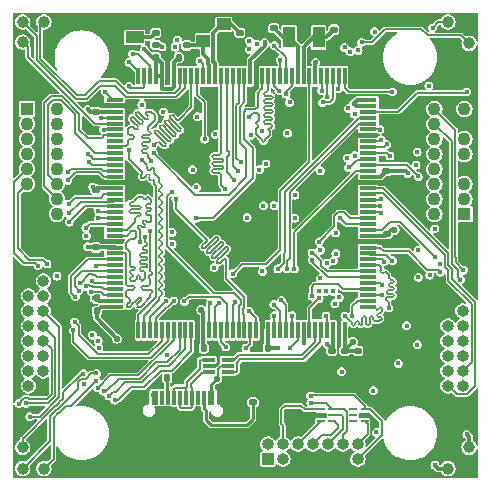
<source format=gtl>
%TF.GenerationSoftware,KiCad,Pcbnew,7.0.2*%
%TF.CreationDate,2023-07-30T21:57:21-04:00*%
%TF.ProjectId,OBC-Flight,4f42432d-466c-4696-9768-742e6b696361,rev?*%
%TF.SameCoordinates,Original*%
%TF.FileFunction,Copper,L1,Top*%
%TF.FilePolarity,Positive*%
%FSLAX46Y46*%
G04 Gerber Fmt 4.6, Leading zero omitted, Abs format (unit mm)*
G04 Created by KiCad (PCBNEW 7.0.2) date 2023-07-30 21:57:21*
%MOMM*%
%LPD*%
G01*
G04 APERTURE LIST*
G04 Aperture macros list*
%AMRoundRect*
0 Rectangle with rounded corners*
0 $1 Rounding radius*
0 $2 $3 $4 $5 $6 $7 $8 $9 X,Y pos of 4 corners*
0 Add a 4 corners polygon primitive as box body*
4,1,4,$2,$3,$4,$5,$6,$7,$8,$9,$2,$3,0*
0 Add four circle primitives for the rounded corners*
1,1,$1+$1,$2,$3*
1,1,$1+$1,$4,$5*
1,1,$1+$1,$6,$7*
1,1,$1+$1,$8,$9*
0 Add four rect primitives between the rounded corners*
20,1,$1+$1,$2,$3,$4,$5,0*
20,1,$1+$1,$4,$5,$6,$7,0*
20,1,$1+$1,$6,$7,$8,$9,0*
20,1,$1+$1,$8,$9,$2,$3,0*%
G04 Aperture macros list end*
%TA.AperFunction,SMDPad,CuDef*%
%ADD10C,1.000000*%
%TD*%
%TA.AperFunction,SMDPad,CuDef*%
%ADD11RoundRect,0.140000X-0.170000X0.140000X-0.170000X-0.140000X0.170000X-0.140000X0.170000X0.140000X0*%
%TD*%
%TA.AperFunction,SMDPad,CuDef*%
%ADD12R,1.500000X1.000000*%
%TD*%
%TA.AperFunction,SMDPad,CuDef*%
%ADD13R,0.650000X0.250000*%
%TD*%
%TA.AperFunction,SMDPad,CuDef*%
%ADD14RoundRect,0.140000X0.170000X-0.140000X0.170000X0.140000X-0.170000X0.140000X-0.170000X-0.140000X0*%
%TD*%
%TA.AperFunction,ComponentPad*%
%ADD15R,1.000000X1.000000*%
%TD*%
%TA.AperFunction,ComponentPad*%
%ADD16O,1.000000X1.000000*%
%TD*%
%TA.AperFunction,SMDPad,CuDef*%
%ADD17RoundRect,0.140000X0.140000X0.170000X-0.140000X0.170000X-0.140000X-0.170000X0.140000X-0.170000X0*%
%TD*%
%TA.AperFunction,SMDPad,CuDef*%
%ADD18RoundRect,0.140000X-0.140000X-0.170000X0.140000X-0.170000X0.140000X0.170000X-0.140000X0.170000X0*%
%TD*%
%TA.AperFunction,SMDPad,CuDef*%
%ADD19RoundRect,0.135000X0.185000X-0.135000X0.185000X0.135000X-0.185000X0.135000X-0.185000X-0.135000X0*%
%TD*%
%TA.AperFunction,SMDPad,CuDef*%
%ADD20R,0.990000X0.300000*%
%TD*%
%TA.AperFunction,SMDPad,CuDef*%
%ADD21RoundRect,0.135000X0.135000X0.185000X-0.135000X0.185000X-0.135000X-0.185000X0.135000X-0.185000X0*%
%TD*%
%TA.AperFunction,SMDPad,CuDef*%
%ADD22R,1.000000X1.800000*%
%TD*%
%TA.AperFunction,SMDPad,CuDef*%
%ADD23R,1.150000X1.000000*%
%TD*%
%TA.AperFunction,SMDPad,CuDef*%
%ADD24R,0.300000X1.475000*%
%TD*%
%TA.AperFunction,SMDPad,CuDef*%
%ADD25R,1.475000X0.300000*%
%TD*%
%TA.AperFunction,SMDPad,CuDef*%
%ADD26RoundRect,0.135000X-0.185000X0.135000X-0.185000X-0.135000X0.185000X-0.135000X0.185000X0.135000X0*%
%TD*%
%TA.AperFunction,SMDPad,CuDef*%
%ADD27R,0.600000X1.150000*%
%TD*%
%TA.AperFunction,SMDPad,CuDef*%
%ADD28R,0.300000X1.150000*%
%TD*%
%TA.AperFunction,ComponentPad*%
%ADD29O,1.000000X2.100000*%
%TD*%
%TA.AperFunction,ComponentPad*%
%ADD30O,1.000000X1.800000*%
%TD*%
%TA.AperFunction,ComponentPad*%
%ADD31R,1.087400X1.087400*%
%TD*%
%TA.AperFunction,ComponentPad*%
%ADD32C,1.087400*%
%TD*%
%TA.AperFunction,ViaPad*%
%ADD33C,0.450000*%
%TD*%
%TA.AperFunction,ViaPad*%
%ADD34C,0.550000*%
%TD*%
%TA.AperFunction,Conductor*%
%ADD35C,0.100000*%
%TD*%
%TA.AperFunction,Conductor*%
%ADD36C,0.150000*%
%TD*%
%TA.AperFunction,Conductor*%
%ADD37C,0.300000*%
%TD*%
%TA.AperFunction,Conductor*%
%ADD38C,0.220000*%
%TD*%
%TA.AperFunction,Conductor*%
%ADD39C,0.154700*%
%TD*%
G04 APERTURE END LIST*
D10*
X29300000Y-24400000D03*
D11*
X55480000Y-52220000D03*
X55480000Y-53180000D03*
D12*
X38780000Y-25700000D03*
X38780000Y-24400000D03*
D13*
X54550000Y-57200000D03*
X54550000Y-57700000D03*
X54550000Y-58200000D03*
X55500000Y-58200000D03*
X55500000Y-57700000D03*
X55500000Y-57200000D03*
D14*
X35480000Y-31980000D03*
X35480000Y-31020000D03*
X43180000Y-26380000D03*
X43180000Y-25420000D03*
D15*
X50060000Y-61400000D03*
D16*
X50060000Y-60130000D03*
X51330000Y-61400000D03*
X51330000Y-60130000D03*
X52600000Y-61400000D03*
X52600000Y-60130000D03*
X53870000Y-61400000D03*
X53870000Y-60130000D03*
X55140000Y-61400000D03*
X55140000Y-60130000D03*
X56410000Y-61400000D03*
X56410000Y-60130000D03*
X57680000Y-61400000D03*
X57680000Y-60130000D03*
D17*
X35560000Y-47800000D03*
X34600000Y-47800000D03*
D18*
X42500000Y-27400000D03*
X43460000Y-27400000D03*
D10*
X67100000Y-24400000D03*
X67100000Y-60400000D03*
X31100000Y-24400000D03*
D17*
X35560000Y-48900000D03*
X34600000Y-48900000D03*
D19*
X40580000Y-26310000D03*
X40580000Y-25290000D03*
D17*
X50060000Y-52000000D03*
X49100000Y-52000000D03*
D20*
X45070000Y-53000000D03*
X45070000Y-53500000D03*
X45070000Y-54000000D03*
X46680000Y-54000000D03*
X46680000Y-53500000D03*
X46680000Y-53000000D03*
D11*
X56580000Y-52220000D03*
X56580000Y-53180000D03*
D21*
X42560000Y-54500000D03*
X41540000Y-54500000D03*
D11*
X60100000Y-37020000D03*
X60100000Y-37980000D03*
D22*
X51850000Y-25700000D03*
X54350000Y-25700000D03*
D10*
X29300000Y-26100000D03*
X65300000Y-62200000D03*
D23*
X44580000Y-26000000D03*
X46330000Y-26000000D03*
X46330000Y-24600000D03*
X44580000Y-24600000D03*
D24*
X56580000Y-29000000D03*
X56080000Y-29000000D03*
X55580000Y-29000000D03*
X55080000Y-29000000D03*
X54580000Y-29000000D03*
X54080000Y-29000000D03*
X53580000Y-29000000D03*
X53080000Y-29000000D03*
X52580000Y-29000000D03*
X52080000Y-29000000D03*
X51580000Y-29000000D03*
X51080000Y-29000000D03*
X50580000Y-29000000D03*
X50080000Y-29000000D03*
X49580000Y-29000000D03*
X49080000Y-29000000D03*
X48580000Y-29000000D03*
X48080000Y-29000000D03*
X47580000Y-29000000D03*
X47080000Y-29000000D03*
X46580000Y-29000000D03*
X46080000Y-29000000D03*
X45580000Y-29000000D03*
X45080000Y-29000000D03*
X44580000Y-29000000D03*
X44080000Y-29000000D03*
X43580000Y-29000000D03*
X43080000Y-29000000D03*
X42580000Y-29000000D03*
X42080000Y-29000000D03*
X41580000Y-29000000D03*
X41080000Y-29000000D03*
X40580000Y-29000000D03*
X40080000Y-29000000D03*
X39580000Y-29000000D03*
X39080000Y-29000000D03*
D25*
X37092000Y-30988000D03*
X37092000Y-31488000D03*
X37092000Y-31988000D03*
X37092000Y-32488000D03*
X37092000Y-32988000D03*
X37092000Y-33488000D03*
X37092000Y-33988000D03*
X37092000Y-34488000D03*
X37092000Y-34988000D03*
X37092000Y-35488000D03*
X37092000Y-35988000D03*
X37092000Y-36488000D03*
X37092000Y-36988000D03*
X37092000Y-37488000D03*
X37092000Y-37988000D03*
X37092000Y-38488000D03*
X37092000Y-38988000D03*
X37092000Y-39488000D03*
X37092000Y-39988000D03*
X37092000Y-40488000D03*
X37092000Y-40988000D03*
X37092000Y-41488000D03*
X37092000Y-41988000D03*
X37092000Y-42488000D03*
X37092000Y-42988000D03*
X37092000Y-43488000D03*
X37092000Y-43988000D03*
X37092000Y-44488000D03*
X37092000Y-44988000D03*
X37092000Y-45488000D03*
X37092000Y-45988000D03*
X37092000Y-46488000D03*
X37092000Y-46988000D03*
X37092000Y-47488000D03*
X37092000Y-47988000D03*
X37092000Y-48488000D03*
D24*
X39080000Y-50476000D03*
X39580000Y-50476000D03*
X40080000Y-50476000D03*
X40580000Y-50476000D03*
X41080000Y-50476000D03*
X41580000Y-50476000D03*
X42080000Y-50476000D03*
X42580000Y-50476000D03*
X43080000Y-50476000D03*
X43580000Y-50476000D03*
X44080000Y-50476000D03*
X44580000Y-50476000D03*
X45080000Y-50476000D03*
X45580000Y-50476000D03*
X46080000Y-50476000D03*
X46580000Y-50476000D03*
X47080000Y-50476000D03*
X47580000Y-50476000D03*
X48080000Y-50476000D03*
X48580000Y-50476000D03*
X49080000Y-50476000D03*
X49580000Y-50476000D03*
X50080000Y-50476000D03*
X50580000Y-50476000D03*
X51080000Y-50476000D03*
X51580000Y-50476000D03*
X52080000Y-50476000D03*
X52580000Y-50476000D03*
X53080000Y-50476000D03*
X53580000Y-50476000D03*
X54080000Y-50476000D03*
X54580000Y-50476000D03*
X55080000Y-50476000D03*
X55580000Y-50476000D03*
X56080000Y-50476000D03*
X56580000Y-50476000D03*
D25*
X58568000Y-48488000D03*
X58568000Y-47988000D03*
X58568000Y-47488000D03*
X58568000Y-46988000D03*
X58568000Y-46488000D03*
X58568000Y-45988000D03*
X58568000Y-45488000D03*
X58568000Y-44988000D03*
X58568000Y-44488000D03*
X58568000Y-43988000D03*
X58568000Y-43488000D03*
X58568000Y-42988000D03*
X58568000Y-42488000D03*
X58568000Y-41988000D03*
X58568000Y-41488000D03*
X58568000Y-40988000D03*
X58568000Y-40488000D03*
X58568000Y-39988000D03*
X58568000Y-39488000D03*
X58568000Y-38988000D03*
X58568000Y-38488000D03*
X58568000Y-37988000D03*
X58568000Y-37488000D03*
X58568000Y-36988000D03*
X58568000Y-36488000D03*
X58568000Y-35988000D03*
X58568000Y-35488000D03*
X58568000Y-34988000D03*
X58568000Y-34488000D03*
X58568000Y-33988000D03*
X58568000Y-33488000D03*
X58568000Y-32988000D03*
X58568000Y-32488000D03*
X58568000Y-31988000D03*
X58568000Y-31488000D03*
X58568000Y-30988000D03*
D14*
X50550000Y-24910000D03*
X50550000Y-23950000D03*
D15*
X31050000Y-55200000D03*
D16*
X29780000Y-55200000D03*
X31050000Y-53930000D03*
X29780000Y-53930000D03*
X31050000Y-52660000D03*
X29780000Y-52660000D03*
X31050000Y-51390000D03*
X29780000Y-51390000D03*
X31050000Y-50120000D03*
X29780000Y-50120000D03*
X31050000Y-48850000D03*
X29780000Y-48850000D03*
X31050000Y-47580000D03*
X29780000Y-47580000D03*
X31050000Y-46310000D03*
X29780000Y-46310000D03*
D10*
X29300000Y-62200000D03*
D11*
X47680000Y-25320000D03*
X47680000Y-26280000D03*
D26*
X48800000Y-55580000D03*
X48800000Y-56600000D03*
D11*
X57680000Y-52220000D03*
X57680000Y-53180000D03*
D27*
X39680000Y-56210000D03*
X40480000Y-56210000D03*
D28*
X41630000Y-56210000D03*
X42630000Y-56210000D03*
X43130000Y-56210000D03*
X44130000Y-56210000D03*
D27*
X45280000Y-56210000D03*
X46080000Y-56210000D03*
X46080000Y-56210000D03*
X45280000Y-56210000D03*
D28*
X44630000Y-56210000D03*
X43630000Y-56210000D03*
X42130000Y-56210000D03*
X41130000Y-56210000D03*
D27*
X40480000Y-56210000D03*
X39680000Y-56210000D03*
D29*
X38560000Y-56785000D03*
D30*
X38560000Y-60965000D03*
D29*
X47200000Y-56785000D03*
D30*
X47200000Y-60965000D03*
D10*
X31100000Y-62200000D03*
D15*
X65310000Y-48850000D03*
D16*
X66580000Y-48850000D03*
X65310000Y-50120000D03*
X66580000Y-50120000D03*
X65310000Y-51390000D03*
X66580000Y-51390000D03*
X65310000Y-52660000D03*
X66580000Y-52660000D03*
X65310000Y-53930000D03*
X66580000Y-53930000D03*
X65310000Y-55200000D03*
X66580000Y-55200000D03*
D10*
X29300000Y-60400000D03*
D14*
X35480000Y-38580000D03*
X35480000Y-37620000D03*
D18*
X44640000Y-52000000D03*
X45600000Y-52000000D03*
D14*
X55650000Y-25030000D03*
X55650000Y-24070000D03*
D18*
X40600000Y-27400000D03*
X41560000Y-27400000D03*
D14*
X35500000Y-43480000D03*
X35500000Y-42520000D03*
D11*
X60180000Y-42320000D03*
X60180000Y-43280000D03*
D10*
X65300000Y-24400000D03*
D13*
X58250000Y-58200000D03*
X58250000Y-57700000D03*
X58250000Y-57200000D03*
X57300000Y-57200000D03*
X57300000Y-57700000D03*
X57300000Y-58200000D03*
D10*
X67100000Y-26200000D03*
X67100000Y-62200000D03*
D31*
X29660000Y-31755000D03*
D32*
X32200000Y-31755000D03*
X29660000Y-33025000D03*
X32200000Y-33025000D03*
X29660000Y-34295000D03*
X32200000Y-34295000D03*
X29660000Y-35565000D03*
X32200000Y-35565000D03*
X29660000Y-36835000D03*
X32200000Y-36835000D03*
X29660000Y-38105000D03*
X32200000Y-38105000D03*
X29660000Y-39375000D03*
X32200000Y-39375000D03*
X29660000Y-40645000D03*
X32200000Y-40645000D03*
D31*
X66700000Y-40650000D03*
D32*
X64160000Y-40650000D03*
X66700000Y-39380000D03*
X64160000Y-39380000D03*
X66700000Y-38110000D03*
X64160000Y-38110000D03*
X66700000Y-36840000D03*
X64160000Y-36840000D03*
X66700000Y-35570000D03*
X64160000Y-35570000D03*
X66700000Y-34300000D03*
X64160000Y-34300000D03*
X66700000Y-33030000D03*
X64160000Y-33030000D03*
X66700000Y-31760000D03*
X64160000Y-31760000D03*
D33*
X32850000Y-62300000D03*
X63200000Y-56000000D03*
X44300000Y-44900000D03*
X60500000Y-29300000D03*
X29000000Y-58900000D03*
X57300000Y-38100000D03*
X45500000Y-32400000D03*
X42100000Y-36200000D03*
X43200000Y-46400000D03*
X45400000Y-34800000D03*
X59300000Y-24100000D03*
X52800000Y-49288296D03*
X46100000Y-46800000D03*
X33000000Y-38800000D03*
X48500000Y-46700000D03*
X59000000Y-58200000D03*
X44200000Y-33700000D03*
X43600000Y-53400000D03*
X40500000Y-31400000D03*
X41600000Y-27500000D03*
X67100000Y-29400000D03*
X61700000Y-30300000D03*
X56300000Y-39100000D03*
X43100000Y-30600000D03*
X61900000Y-39600000D03*
X53000000Y-44400000D03*
X49700000Y-53800000D03*
X38400000Y-53400000D03*
X47500000Y-27700000D03*
X66700000Y-43600000D03*
X34700000Y-33200000D03*
X40000000Y-38400000D03*
X62600000Y-31400000D03*
X60900000Y-45100000D03*
X60000000Y-51600000D03*
X30300000Y-29100000D03*
X62600000Y-33800000D03*
X64500000Y-28900000D03*
X66300000Y-61400000D03*
X53100000Y-25500000D03*
X30000000Y-43500000D03*
X38000000Y-24100000D03*
X34300000Y-24000000D03*
X43829004Y-36314542D03*
X47400000Y-51800000D03*
X49400000Y-37600000D03*
X43300000Y-27700000D03*
X49200000Y-27900000D03*
X60900000Y-45800000D03*
X66600000Y-24800000D03*
X54400000Y-38400000D03*
X62800000Y-47500000D03*
X32200000Y-46700000D03*
X35800000Y-53400000D03*
X60800000Y-43200000D03*
X56300000Y-55100000D03*
X53800000Y-37900000D03*
X51300000Y-32700000D03*
X46400000Y-27300000D03*
X51300000Y-24000000D03*
X38400000Y-31500000D03*
X57900000Y-55100000D03*
X48900000Y-38700000D03*
X52000000Y-57400000D03*
X56500000Y-23900000D03*
X30600000Y-60000000D03*
X44200000Y-24300000D03*
X63200000Y-24200000D03*
X36900000Y-28600000D03*
X49800000Y-26100000D03*
X39400000Y-31400000D03*
D34*
X60773281Y-41999500D03*
D33*
X57323599Y-31308815D03*
X49600000Y-45500000D03*
X54500000Y-37000000D03*
D34*
X57250000Y-51500000D03*
D33*
X64600000Y-44900000D03*
X39600000Y-26700000D03*
X61891509Y-37198713D03*
X64200000Y-61900000D03*
X56549500Y-26549500D03*
X44000000Y-38400000D03*
X35237470Y-38347352D03*
X59100000Y-25200000D03*
D34*
X44429490Y-48771580D03*
D33*
X54100000Y-27800000D03*
X34800000Y-43400000D03*
X34808162Y-31791838D03*
X45500000Y-45200000D03*
X48300000Y-40949500D03*
D34*
X37299500Y-51200500D03*
D33*
X51900000Y-31200000D03*
X45600000Y-33900000D03*
X51700000Y-33800000D03*
X35344011Y-47768191D03*
X55100000Y-51691480D03*
X64000000Y-24900000D03*
X33200000Y-40600000D03*
X49900000Y-36400000D03*
X62700000Y-35400000D03*
X33233898Y-41333898D03*
X62612002Y-36500000D03*
X49342741Y-36892241D03*
X44100000Y-32400000D03*
X51600000Y-30500000D03*
X50600000Y-26400000D03*
X42200000Y-26500000D03*
X42400000Y-25900000D03*
X51100000Y-27600000D03*
X41200000Y-32000000D03*
X51000000Y-30200000D03*
X48500000Y-32400000D03*
X40400000Y-35500000D03*
X39400000Y-36100000D03*
X38307560Y-35234499D03*
X47209444Y-37754159D03*
X46442539Y-38551000D03*
X41110500Y-26500000D03*
X44300000Y-27700000D03*
X34454026Y-55059512D03*
X53700815Y-56648908D03*
X39662055Y-42563569D03*
X40151000Y-36173397D03*
X40400000Y-34800000D03*
X39212555Y-43046830D03*
X40111555Y-42047245D03*
X60104582Y-34759728D03*
X53690164Y-56049500D03*
X54400000Y-47800000D03*
X47100000Y-45700000D03*
X41900000Y-38750000D03*
X42279339Y-39350500D03*
X54977607Y-49276416D03*
X56570951Y-49288296D03*
X57200000Y-49249500D03*
X48500000Y-26700000D03*
X59621574Y-39346431D03*
X62785430Y-37452290D03*
X59250500Y-59147405D03*
X59550999Y-33500000D03*
X57022662Y-26917632D03*
X49679009Y-39929726D03*
X50579331Y-39950500D03*
X57700000Y-26800000D03*
X59646689Y-34372769D03*
X34700000Y-42500000D03*
X33200000Y-39800000D03*
X60600000Y-30300000D03*
X58000000Y-26100000D03*
X56032508Y-30032508D03*
X54700000Y-31200000D03*
X54367492Y-47167492D03*
X55603268Y-47203268D03*
X55100000Y-30700000D03*
X56100000Y-47700000D03*
X54600000Y-30200000D03*
X36300000Y-30300000D03*
X47749500Y-36277378D03*
X35681669Y-51373259D03*
X35751661Y-51968662D03*
X47500000Y-37000000D03*
X43700000Y-36900000D03*
X33095500Y-37800000D03*
X38600000Y-27100000D03*
X38297339Y-29843612D03*
X38300000Y-27800000D03*
X63700000Y-29800000D03*
X35539017Y-54150433D03*
X34649001Y-41800000D03*
X41950999Y-43182508D03*
X54500000Y-43700000D03*
X35932778Y-32549823D03*
X34800000Y-35600000D03*
X33100000Y-37100000D03*
X49600000Y-33600000D03*
X35700000Y-40400000D03*
X48500000Y-26000000D03*
X35700000Y-41000000D03*
X35523074Y-45049001D03*
X35508572Y-54755677D03*
X33749000Y-47650000D03*
X35176524Y-46302345D03*
X34430694Y-54160512D03*
X34045290Y-47128832D03*
X34148502Y-46482399D03*
X60600000Y-44600000D03*
X34669491Y-46779003D03*
X64200000Y-41901546D03*
X35107105Y-47217484D03*
X63749500Y-45817845D03*
X41409836Y-48049000D03*
X31354843Y-44870278D03*
X42100000Y-48000000D03*
X52350500Y-41000000D03*
X33700000Y-49800000D03*
X33600000Y-50500000D03*
X35651614Y-55337864D03*
X59000000Y-55600000D03*
X36152212Y-55649174D03*
X36595739Y-56052518D03*
X66600000Y-45400000D03*
X37076152Y-56411135D03*
X66351000Y-46200000D03*
X45200000Y-48200000D03*
X45900000Y-48200000D03*
X62700000Y-51700000D03*
X46500000Y-51900000D03*
X61100000Y-53300000D03*
X30590980Y-45036080D03*
X43000000Y-48049000D03*
X47300000Y-48100000D03*
X52349500Y-39048376D03*
X48200000Y-52000000D03*
X48500000Y-48900000D03*
X55817572Y-44012139D03*
X50600000Y-49251000D03*
X55600000Y-44600000D03*
X50572433Y-48318345D03*
X51194265Y-47964983D03*
X55043376Y-44822650D03*
X54500000Y-46100000D03*
X52100000Y-49251000D03*
X56300000Y-54000000D03*
X51900000Y-52000000D03*
X53100000Y-51600000D03*
D34*
X40450000Y-56000500D03*
X45728200Y-54621800D03*
D33*
X59700000Y-47500000D03*
X62800000Y-43700000D03*
X53800000Y-47600000D03*
X59751000Y-46700000D03*
X53822088Y-44535694D03*
X53800000Y-43936598D03*
X56200000Y-41000000D03*
X59900000Y-44700000D03*
X54965818Y-47205028D03*
X64651498Y-45575645D03*
X64251498Y-44310820D03*
X54400000Y-43000000D03*
X49109020Y-26263920D03*
X59618838Y-40559809D03*
X59528729Y-39938700D03*
X48600000Y-34000000D03*
X28983164Y-56698762D03*
X52300000Y-45300000D03*
X56900000Y-36700000D03*
X44000000Y-41000000D03*
X51700000Y-45300000D03*
X29582529Y-56673627D03*
X50900000Y-45300000D03*
X66900000Y-30300000D03*
X29900000Y-57800000D03*
X66900000Y-59300000D03*
X41514664Y-52550353D03*
X50900000Y-52000000D03*
X61800000Y-50100000D03*
X60300000Y-48600000D03*
X55732508Y-48232508D03*
X60393095Y-35742595D03*
X36149500Y-33500000D03*
X55789999Y-42245691D03*
X41950999Y-42200000D03*
X44700000Y-34300000D03*
X35200000Y-50900000D03*
X56883171Y-31715541D03*
X57400000Y-32200000D03*
X56800000Y-35900000D03*
X57416727Y-35705060D03*
X62800000Y-46000000D03*
X34880939Y-36219061D03*
X32200000Y-45900000D03*
D35*
X45715000Y-53500000D02*
X45815000Y-53400000D01*
X45815000Y-53400000D02*
X45815000Y-52215000D01*
X45815000Y-52215000D02*
X45600000Y-52000000D01*
D36*
X58250000Y-57700000D02*
X58725000Y-57700000D01*
D37*
X34180000Y-37620000D02*
X33000000Y-38800000D01*
D36*
X58725000Y-57700000D02*
X59000000Y-57975000D01*
X59000000Y-57975000D02*
X59000000Y-58200000D01*
D37*
X35480000Y-37620000D02*
X34180000Y-37620000D01*
D35*
X45070000Y-53500000D02*
X45715000Y-53500000D01*
D37*
X37092000Y-31988000D02*
X35488000Y-31988000D01*
X41118498Y-30025998D02*
X41130000Y-30025998D01*
X42080000Y-29920000D02*
X42080000Y-29000000D01*
X56580000Y-50476000D02*
X56580000Y-52220000D01*
X54080000Y-27820000D02*
X54100000Y-27800000D01*
X60180000Y-42320000D02*
X60500500Y-41999500D01*
X35560000Y-49461000D02*
X37299500Y-51200500D01*
X60500500Y-41999500D02*
X60773281Y-41999500D01*
X37092000Y-48488000D02*
X35972000Y-48488000D01*
X34880000Y-43480000D02*
X34800000Y-43400000D01*
X61712796Y-37020000D02*
X61891509Y-37198713D01*
X37084000Y-43480000D02*
X37092000Y-43488000D01*
X49800000Y-26400000D02*
X49800000Y-26100000D01*
X42080000Y-29000000D02*
X42080000Y-27820000D01*
X56580000Y-52220000D02*
X56580000Y-52170000D01*
X35488000Y-31988000D02*
X35480000Y-31980000D01*
X40300000Y-27400000D02*
X39600000Y-26700000D01*
X58568000Y-30988000D02*
X57644414Y-30988000D01*
X41080000Y-29000000D02*
X41080000Y-29987500D01*
X40600000Y-27400000D02*
X40300000Y-27400000D01*
X57644414Y-30988000D02*
X57323599Y-31308815D01*
X65300000Y-62200000D02*
X64500000Y-62200000D01*
X35480000Y-31980000D02*
X34996324Y-31980000D01*
X44580000Y-48922090D02*
X44429490Y-48771580D01*
X44580000Y-50476000D02*
X44580000Y-48922090D01*
X60100000Y-37020000D02*
X61712796Y-37020000D01*
X35972000Y-48488000D02*
X35560000Y-48900000D01*
X56580000Y-52170000D02*
X57250000Y-51500000D01*
X57502784Y-31488000D02*
X57323599Y-31308815D01*
X35560000Y-48900000D02*
X35560000Y-49461000D01*
X44580000Y-51940000D02*
X44640000Y-52000000D01*
X40580000Y-27420000D02*
X40600000Y-27400000D01*
X41080000Y-29987500D02*
X41118498Y-30025998D01*
X35480000Y-38580000D02*
X35247352Y-38347352D01*
X41962500Y-30037500D02*
X42080000Y-29920000D01*
X48580000Y-27620000D02*
X49800000Y-26400000D01*
X48580000Y-29000000D02*
X48580000Y-27620000D01*
X37092000Y-38488000D02*
X35572000Y-38488000D01*
X58568000Y-37488000D02*
X59632000Y-37488000D01*
X41130000Y-30025998D02*
X41141502Y-30037500D01*
X35500000Y-43480000D02*
X34880000Y-43480000D01*
X35247352Y-38347352D02*
X35237470Y-38347352D01*
X60012000Y-42488000D02*
X60180000Y-42320000D01*
X35500000Y-43480000D02*
X37084000Y-43480000D01*
X40580000Y-29000000D02*
X41080000Y-29000000D01*
X41080000Y-29000000D02*
X41080000Y-27880000D01*
X41080000Y-27880000D02*
X40600000Y-27400000D01*
X58568000Y-31488000D02*
X57502784Y-31488000D01*
X34996324Y-31980000D02*
X34808162Y-31791838D01*
X41141502Y-30037500D02*
X41962500Y-30037500D01*
X57680000Y-52220000D02*
X56580000Y-52220000D01*
X59632000Y-37488000D02*
X60100000Y-37020000D01*
X35572000Y-38488000D02*
X35480000Y-38580000D01*
X40580000Y-29000000D02*
X40580000Y-27420000D01*
X54080000Y-29000000D02*
X54080000Y-27820000D01*
X64500000Y-62200000D02*
X64200000Y-61900000D01*
X42080000Y-27820000D02*
X42500000Y-27400000D01*
X58568000Y-42488000D02*
X60012000Y-42488000D01*
X44580000Y-50476000D02*
X44580000Y-51940000D01*
X55580000Y-50476000D02*
X55580000Y-52120000D01*
X35748000Y-47988000D02*
X35560000Y-47800000D01*
X55480000Y-52220000D02*
X55480000Y-52071480D01*
X35560000Y-47800000D02*
X35528191Y-47768191D01*
X37092000Y-47988000D02*
X35748000Y-47988000D01*
X35528191Y-47768191D02*
X35344011Y-47768191D01*
X55480000Y-52071480D02*
X55100000Y-51691480D01*
X55580000Y-52120000D02*
X55480000Y-52220000D01*
D36*
X64500000Y-24400000D02*
X64000000Y-24900000D01*
X65300000Y-24400000D02*
X64500000Y-24400000D01*
D37*
X46330000Y-24600000D02*
X46200000Y-24600000D01*
X46960000Y-24600000D02*
X46330000Y-24600000D01*
X47680000Y-25320000D02*
X46960000Y-24600000D01*
X45580000Y-27880000D02*
X45580000Y-29000000D01*
X45455000Y-25345000D02*
X45455000Y-27755000D01*
X45455000Y-27755000D02*
X45580000Y-27880000D01*
X46200000Y-24600000D02*
X45455000Y-25345000D01*
X43180000Y-26380000D02*
X44200000Y-26380000D01*
X44580000Y-27080000D02*
X45000000Y-27500000D01*
X45080000Y-28042500D02*
X45080000Y-29000000D01*
X44200000Y-26380000D02*
X44580000Y-26000000D01*
X45000000Y-27962500D02*
X45080000Y-28042500D01*
X45000000Y-27500000D02*
X45000000Y-27962500D01*
X44580000Y-26000000D02*
X44580000Y-27080000D01*
X54350000Y-25700000D02*
X53900000Y-25700000D01*
X53900000Y-25700000D02*
X53080000Y-26520000D01*
X54350000Y-25700000D02*
X54980000Y-25700000D01*
X54980000Y-25700000D02*
X55650000Y-25030000D01*
X53080000Y-26520000D02*
X53080000Y-29000000D01*
X51850000Y-25700000D02*
X51340000Y-25700000D01*
X52580000Y-29000000D02*
X52580000Y-26430000D01*
X51340000Y-25700000D02*
X50550000Y-24910000D01*
X52580000Y-26430000D02*
X51850000Y-25700000D01*
D36*
X36980998Y-39599002D02*
X34200998Y-39599002D01*
X37092000Y-39488000D02*
X36980998Y-39599002D01*
X34200998Y-39599002D02*
X33200000Y-40600000D01*
X37054000Y-39950000D02*
X34617796Y-39950000D01*
X34617796Y-39950000D02*
X33233898Y-41333898D01*
X37092000Y-39988000D02*
X37054000Y-39950000D01*
X52080000Y-29820000D02*
X51600000Y-30300000D01*
X52080000Y-29000000D02*
X52080000Y-29820000D01*
X51600000Y-30300000D02*
X51600000Y-30500000D01*
X51580000Y-29000000D02*
X51580000Y-27380000D01*
X51580000Y-27380000D02*
X50600000Y-26400000D01*
X51100000Y-27600000D02*
X51100000Y-28980000D01*
X51100000Y-28980000D02*
X51080000Y-29000000D01*
X50580000Y-29780000D02*
X51000000Y-30200000D01*
X50580000Y-29000000D02*
X50580000Y-29780000D01*
X49047954Y-33847954D02*
X49380000Y-34180000D01*
X49138335Y-33342426D02*
X49138334Y-33342426D01*
X50230000Y-33330000D02*
X50319050Y-33330000D01*
X50319050Y-33030000D02*
X49840949Y-33030000D01*
X50200000Y-33960000D02*
X50200000Y-33600000D01*
X50319050Y-30630000D02*
X49840942Y-30630000D01*
X49840942Y-30330000D02*
X49930000Y-30330000D01*
X49300000Y-32700000D02*
X49047954Y-32952046D01*
X49300000Y-32300000D02*
X49300000Y-32700000D01*
X50319050Y-31230000D02*
X49840948Y-31230000D01*
X49830000Y-34419050D02*
X49830000Y-34330000D01*
X49530000Y-34330000D02*
X49530000Y-34419050D01*
X48800000Y-32100000D02*
X49100000Y-32100000D01*
X49228715Y-33132806D02*
X49228715Y-33252046D01*
X49047954Y-33432806D02*
X49047954Y-33847954D01*
X49840949Y-32130000D02*
X50319050Y-32130000D01*
X49980000Y-34180000D02*
X50200000Y-33960000D01*
X49100000Y-32100000D02*
X49300000Y-32300000D01*
X49840948Y-30930000D02*
X50319050Y-30930000D01*
X48500000Y-32400000D02*
X48800000Y-32100000D01*
X49840949Y-32730000D02*
X50319050Y-32730000D01*
X50200000Y-33600000D02*
X50080000Y-33480000D01*
X50080000Y-30180000D02*
X50080000Y-29000000D01*
X50319050Y-31830000D02*
X49840948Y-31830000D01*
X49138334Y-33042426D02*
X49138335Y-33042426D01*
X49840948Y-31530000D02*
X50319050Y-31530000D01*
X50319050Y-32430000D02*
X49840949Y-32430000D01*
X49840949Y-32130049D02*
G75*
G03*
X49690949Y-32280000I-49J-149951D01*
G01*
X49840949Y-32730049D02*
G75*
G03*
X49690949Y-32880000I-49J-149951D01*
G01*
X49680000Y-34569000D02*
G75*
G03*
X49830000Y-34419050I0J150000D01*
G01*
X50469000Y-31380000D02*
G75*
G03*
X50319050Y-31230000I-150000J0D01*
G01*
X49690900Y-31680000D02*
G75*
G03*
X49840948Y-31830000I150000J0D01*
G01*
X49530000Y-34330000D02*
G75*
G03*
X49380000Y-34180000I-150000J0D01*
G01*
X49228674Y-33132806D02*
G75*
G03*
X49138335Y-33042426I-90374J6D01*
G01*
X49690900Y-31080000D02*
G75*
G03*
X49840948Y-31230000I150000J0D01*
G01*
X49138334Y-33342454D02*
G75*
G03*
X49047954Y-33432806I-34J-90346D01*
G01*
X49980000Y-34180000D02*
G75*
G03*
X49830000Y-34330000I0J-150000D01*
G01*
X49138335Y-33342415D02*
G75*
G03*
X49228715Y-33252046I-35J90415D01*
G01*
X50469000Y-30780000D02*
G75*
G03*
X50319050Y-30630000I-150000J0D01*
G01*
X50469000Y-32580000D02*
G75*
G03*
X50319050Y-32430000I-150000J0D01*
G01*
X50319050Y-30930050D02*
G75*
G03*
X50469050Y-30780000I-50J150050D01*
G01*
X50319050Y-32130050D02*
G75*
G03*
X50469050Y-31980000I-50J150050D01*
G01*
X50319050Y-33330050D02*
G75*
G03*
X50469050Y-33180000I-50J150050D01*
G01*
X49690900Y-32880000D02*
G75*
G03*
X49840949Y-33030000I150000J0D01*
G01*
X50469000Y-31980000D02*
G75*
G03*
X50319050Y-31830000I-150000J0D01*
G01*
X50319050Y-31530050D02*
G75*
G03*
X50469050Y-31380000I-50J150050D01*
G01*
X49690900Y-32280000D02*
G75*
G03*
X49840949Y-32430000I150000J0D01*
G01*
X50469000Y-33180000D02*
G75*
G03*
X50319050Y-33030000I-150000J0D01*
G01*
X50230000Y-33330000D02*
G75*
G03*
X50080000Y-33480000I0J-150000D01*
G01*
X49840948Y-31530048D02*
G75*
G03*
X49690948Y-31680000I-48J-149952D01*
G01*
X49840942Y-30330042D02*
G75*
G03*
X49690942Y-30480000I-42J-149958D01*
G01*
X49930000Y-30330000D02*
G75*
G03*
X50080000Y-30180000I0J150000D01*
G01*
X49840948Y-30930048D02*
G75*
G03*
X49690948Y-31080000I-48J-149952D01*
G01*
X50319050Y-32730050D02*
G75*
G03*
X50469050Y-32580000I-50J150050D01*
G01*
X49047874Y-32952046D02*
G75*
G03*
X49138334Y-33042426I90426J46D01*
G01*
X49529950Y-34419050D02*
G75*
G03*
X49680000Y-34569050I150050J50D01*
G01*
X49690900Y-30480000D02*
G75*
G03*
X49840942Y-30630000I150000J0D01*
G01*
X48199000Y-35122558D02*
X47700499Y-34624057D01*
X47700499Y-31554043D02*
X48080000Y-31174542D01*
X48080000Y-31174542D02*
X48080000Y-29000000D01*
X48199000Y-37536689D02*
X48199000Y-35122558D01*
X40400000Y-35500000D02*
X43900500Y-39000500D01*
X47700499Y-34624057D02*
X47700499Y-31554043D01*
X46735189Y-39000500D02*
X48199000Y-37536689D01*
X43900500Y-39000500D02*
X46735189Y-39000500D01*
X40861056Y-39261056D02*
X40861056Y-39361056D01*
X41111056Y-47311056D02*
X41111056Y-47411056D01*
X41111056Y-45211056D02*
X41111056Y-45311056D01*
X39580000Y-49242852D02*
X39580000Y-50476000D01*
X40861056Y-38561056D02*
X40861056Y-38661056D01*
X40861056Y-45561056D02*
X40861056Y-45661056D01*
X40047487Y-36888907D02*
X40047487Y-36888908D01*
X40861056Y-43461056D02*
X40861056Y-43561056D01*
X41111056Y-42411056D02*
X41111056Y-42511056D01*
X41111056Y-41011056D02*
X41111056Y-41111056D01*
X40861056Y-47661056D02*
X40861056Y-47761056D01*
X40383363Y-36729810D02*
X40383362Y-36729808D01*
X40861056Y-40661056D02*
X40861056Y-40761056D01*
X40861056Y-37561056D02*
X40861056Y-37961056D01*
X39799999Y-36641421D02*
X39800000Y-36641421D01*
X39400000Y-36100000D02*
X39800000Y-36500000D01*
X41111056Y-43811056D02*
X41111056Y-43911056D01*
X40861056Y-39961056D02*
X40861056Y-40061056D01*
X40861056Y-44861056D02*
X40861056Y-44961056D01*
X40454073Y-37154072D02*
X40524783Y-37224783D01*
X40861056Y-47961796D02*
X39580000Y-49242852D01*
X40861056Y-47761056D02*
X40861056Y-47961796D01*
X40454073Y-36977295D02*
X40454073Y-36977296D01*
X41111056Y-43111056D02*
X41111056Y-43211056D01*
X40524783Y-37224783D02*
X40861056Y-37561056D01*
X40861056Y-41361056D02*
X40861056Y-41461056D01*
X41111056Y-40311056D02*
X41111056Y-40411056D01*
X40047487Y-36888908D02*
X40206584Y-36729807D01*
X41111056Y-39611056D02*
X41111056Y-39711056D01*
X41111056Y-41711056D02*
X41111056Y-41811056D01*
X40861056Y-44161056D02*
X40861056Y-44261056D01*
X41111056Y-44511056D02*
X41111056Y-44611056D01*
X40383362Y-36729808D02*
X40454072Y-36800518D01*
X39800000Y-36782841D02*
X39800000Y-36782842D01*
X41111056Y-45911056D02*
X41111056Y-46011056D01*
X40861056Y-42061056D02*
X40861056Y-42161056D01*
X41111056Y-38911056D02*
X41111056Y-39011056D01*
X39800000Y-36782842D02*
X39906066Y-36888908D01*
X40861056Y-46961056D02*
X40861056Y-47061056D01*
X40861056Y-46261056D02*
X40861056Y-46361056D01*
X41111056Y-38211056D02*
X41111056Y-38311056D01*
X40861056Y-42761056D02*
X40861056Y-42861056D01*
X41111056Y-46611056D02*
X41111056Y-46711056D01*
X40986056Y-44736056D02*
G75*
G03*
X41111056Y-44611056I44J124956D01*
G01*
X41111144Y-38911056D02*
G75*
G03*
X40986056Y-38786056I-125044J-44D01*
G01*
X40861144Y-39361056D02*
G75*
G03*
X40986056Y-39486056I124956J-44D01*
G01*
X40861144Y-42861056D02*
G75*
G03*
X40986056Y-42986056I124956J-44D01*
G01*
X40986056Y-39836056D02*
G75*
G03*
X41111056Y-39711056I44J124956D01*
G01*
X40861144Y-42161056D02*
G75*
G03*
X40986056Y-42286056I124956J-44D01*
G01*
X40986056Y-44736056D02*
G75*
G03*
X40861056Y-44861056I44J-125044D01*
G01*
X40986056Y-40536056D02*
G75*
G03*
X40861056Y-40661056I44J-125044D01*
G01*
X40986056Y-42636056D02*
G75*
G03*
X40861056Y-42761056I44J-125044D01*
G01*
X40986056Y-38436056D02*
G75*
G03*
X40861056Y-38561056I44J-125044D01*
G01*
X40986056Y-47536056D02*
G75*
G03*
X41111056Y-47411056I44J124956D01*
G01*
X40454065Y-36977287D02*
G75*
G03*
X40454071Y-36800519I-88365J88387D01*
G01*
X41111144Y-40311056D02*
G75*
G03*
X40986056Y-40186056I-125044J-44D01*
G01*
X40861144Y-47061056D02*
G75*
G03*
X40986056Y-47186056I124956J-44D01*
G01*
X41111144Y-47311056D02*
G75*
G03*
X40986056Y-47186056I-125044J-44D01*
G01*
X39799988Y-36641410D02*
G75*
G03*
X39799999Y-36500001I-70688J70710D01*
G01*
X41111144Y-38211056D02*
G75*
G03*
X40986056Y-38086056I-125044J-44D01*
G01*
X40986056Y-46836056D02*
G75*
G03*
X41111056Y-46711056I44J124956D01*
G01*
X40986056Y-44036056D02*
G75*
G03*
X41111056Y-43911056I44J124956D01*
G01*
X40986056Y-40536056D02*
G75*
G03*
X41111056Y-40411056I44J124956D01*
G01*
X40986056Y-43336056D02*
G75*
G03*
X41111056Y-43211056I44J124956D01*
G01*
X40861144Y-38661056D02*
G75*
G03*
X40986056Y-38786056I124956J-44D01*
G01*
X40861144Y-46361056D02*
G75*
G03*
X40986056Y-46486056I124956J-44D01*
G01*
X40454090Y-36977313D02*
G75*
G03*
X40454074Y-37154071I88410J-88387D01*
G01*
X40986056Y-41936056D02*
G75*
G03*
X41111056Y-41811056I44J124956D01*
G01*
X40861144Y-44261056D02*
G75*
G03*
X40986056Y-44386056I124956J-44D01*
G01*
X40986056Y-38436056D02*
G75*
G03*
X41111056Y-38311056I44J124956D01*
G01*
X40986056Y-46136056D02*
G75*
G03*
X41111056Y-46011056I44J124956D01*
G01*
X40986056Y-42636056D02*
G75*
G03*
X41111056Y-42511056I44J124956D01*
G01*
X40986056Y-45436056D02*
G75*
G03*
X41111056Y-45311056I44J124956D01*
G01*
X40383390Y-36729783D02*
G75*
G03*
X40206585Y-36729808I-88390J-88417D01*
G01*
X40861144Y-41461056D02*
G75*
G03*
X40986056Y-41586056I124956J-44D01*
G01*
X40986056Y-39836056D02*
G75*
G03*
X40861056Y-39961056I44J-125044D01*
G01*
X40986056Y-41236056D02*
G75*
G03*
X41111056Y-41111056I44J124956D01*
G01*
X40861144Y-44961056D02*
G75*
G03*
X40986056Y-45086056I124956J-44D01*
G01*
X40861144Y-45661056D02*
G75*
G03*
X40986056Y-45786056I124956J-44D01*
G01*
X40986056Y-41936056D02*
G75*
G03*
X40861056Y-42061056I44J-125044D01*
G01*
X40861144Y-40761056D02*
G75*
G03*
X40986056Y-40886056I124956J-44D01*
G01*
X40986056Y-46136056D02*
G75*
G03*
X40861056Y-46261056I44J-125044D01*
G01*
X40986056Y-43336056D02*
G75*
G03*
X40861056Y-43461056I44J-125044D01*
G01*
X40861144Y-37961056D02*
G75*
G03*
X40986056Y-38086056I124956J-44D01*
G01*
X41111144Y-39611056D02*
G75*
G03*
X40986056Y-39486056I-125044J-44D01*
G01*
X41111144Y-41711056D02*
G75*
G03*
X40986056Y-41586056I-125044J-44D01*
G01*
X41111144Y-41011056D02*
G75*
G03*
X40986056Y-40886056I-125044J-44D01*
G01*
X41111144Y-45211056D02*
G75*
G03*
X40986056Y-45086056I-125044J-44D01*
G01*
X41111144Y-44511056D02*
G75*
G03*
X40986056Y-44386056I-125044J-44D01*
G01*
X40986056Y-46836056D02*
G75*
G03*
X40861056Y-46961056I44J-125044D01*
G01*
X40986056Y-45436056D02*
G75*
G03*
X40861056Y-45561056I44J-125044D01*
G01*
X40861144Y-43561056D02*
G75*
G03*
X40986056Y-43686056I124956J-44D01*
G01*
X41111144Y-45911056D02*
G75*
G03*
X40986056Y-45786056I-125044J-44D01*
G01*
X41111144Y-43811056D02*
G75*
G03*
X40986056Y-43686056I-125044J-44D01*
G01*
X40986056Y-47536056D02*
G75*
G03*
X40861056Y-47661056I44J-125044D01*
G01*
X39799970Y-36641391D02*
G75*
G03*
X39800001Y-36782840I70730J-70709D01*
G01*
X40986056Y-39136056D02*
G75*
G03*
X40861056Y-39261056I44J-125044D01*
G01*
X41111144Y-42411056D02*
G75*
G03*
X40986056Y-42286056I-125044J-44D01*
G01*
X40986056Y-44036056D02*
G75*
G03*
X40861056Y-44161056I44J-125044D01*
G01*
X40986056Y-41236056D02*
G75*
G03*
X40861056Y-41361056I44J-125044D01*
G01*
X40861144Y-40061056D02*
G75*
G03*
X40986056Y-40186056I124956J-44D01*
G01*
X41111144Y-46611056D02*
G75*
G03*
X40986056Y-46486056I-125044J-44D01*
G01*
X39906090Y-36888884D02*
G75*
G03*
X40047487Y-36888907I70710J70684D01*
G01*
X40986056Y-39136056D02*
G75*
G03*
X41111056Y-39011056I44J124956D01*
G01*
X41111144Y-43111056D02*
G75*
G03*
X40986056Y-42986056I-125044J-44D01*
G01*
X40025735Y-37513602D02*
X40027013Y-37512323D01*
X39814879Y-37300189D02*
X39813600Y-37301467D01*
X39080000Y-50476000D02*
X39080000Y-49181555D01*
X39317385Y-37585550D02*
X39317384Y-37585549D01*
X40027013Y-37300191D02*
X40027011Y-37300189D01*
X39080000Y-49181555D02*
X40561555Y-47700000D01*
X40449999Y-37997567D02*
X40450000Y-37997567D01*
X39707534Y-37407533D02*
X39707535Y-37407535D01*
X40085433Y-37785433D02*
X40025735Y-37725735D01*
X39317384Y-37373417D02*
X39389335Y-37301467D01*
X40450000Y-37997567D02*
X40450000Y-37997566D01*
X40085434Y-37785433D02*
X40085433Y-37785433D01*
X40025734Y-37513602D02*
X40025735Y-37513602D01*
X39389336Y-37089336D02*
X38307560Y-36007560D01*
X40237867Y-37785433D02*
X40237866Y-37785433D01*
X38307560Y-36007560D02*
X38307560Y-35234499D01*
X40450000Y-37845133D02*
X40390300Y-37785433D01*
X39813600Y-37301467D02*
X39707534Y-37407533D01*
X40561555Y-47700000D02*
X40561555Y-38261555D01*
X39389335Y-37089335D02*
X39389336Y-37089336D01*
X40450000Y-37845134D02*
X40450000Y-37845133D01*
X40561555Y-38261555D02*
X40450000Y-38150000D01*
X39707535Y-37407535D02*
X39529517Y-37585550D01*
X40237868Y-37785433D02*
X40237867Y-37785433D01*
X39317401Y-37373434D02*
G75*
G03*
X39317384Y-37585549I105999J-106066D01*
G01*
X40027056Y-37512366D02*
G75*
G03*
X40027013Y-37300191I-106156J106066D01*
G01*
X39317386Y-37585549D02*
G75*
G03*
X39529516Y-37585549I106065J106065D01*
G01*
X40450049Y-37997615D02*
G75*
G03*
X40449999Y-37845135I-76249J76215D01*
G01*
X40085435Y-37785432D02*
G75*
G03*
X40237865Y-37785432I76215J76214D01*
G01*
X40450016Y-37997584D02*
G75*
G03*
X40450000Y-38150000I76184J-76216D01*
G01*
X40025766Y-37513634D02*
G75*
G03*
X40025735Y-37725735I106034J-106066D01*
G01*
X39389334Y-37301466D02*
G75*
G03*
X39389335Y-37089335I-106034J106066D01*
G01*
X40390299Y-37785434D02*
G75*
G03*
X40237869Y-37785434I-76215J-76214D01*
G01*
X40027010Y-37300190D02*
G75*
G03*
X39814880Y-37300190I-106065J-106065D01*
G01*
X46580000Y-35850499D02*
X46580000Y-37124715D01*
X46780499Y-35350000D02*
X46780499Y-35650000D01*
X46603447Y-35284560D02*
X46645440Y-35326553D01*
X46580000Y-37124715D02*
X47209444Y-37754159D01*
X46580000Y-29000000D02*
X46580000Y-35200000D01*
X46780499Y-35650000D02*
X46580000Y-35850499D01*
X46645440Y-35326553D02*
X46700306Y-35349279D01*
X46580721Y-35229694D02*
X46603447Y-35284560D01*
X46580000Y-35200000D02*
X46580721Y-35229694D01*
X46730000Y-35350000D02*
X46780499Y-35350000D01*
X46700306Y-35349279D02*
X46730000Y-35350000D01*
X46080000Y-36550000D02*
X45468450Y-36550000D01*
X45468450Y-36850000D02*
X45930000Y-36850000D01*
X46080000Y-35950000D02*
X45468449Y-35950000D01*
X45930000Y-36850000D02*
X46155524Y-36850000D01*
X46080000Y-36250000D02*
X46155524Y-36250000D01*
X45468449Y-35650000D02*
X45930000Y-35650000D01*
X46231048Y-36174476D02*
X46231048Y-36025524D01*
X46155524Y-35950000D02*
X46080000Y-35950000D01*
X46231048Y-36774476D02*
X46231048Y-36625524D01*
X46442539Y-38551000D02*
X46080000Y-38188461D01*
X45930000Y-37150000D02*
X45468450Y-37150000D01*
X46155524Y-36550000D02*
X46080000Y-36550000D01*
X46080000Y-38188461D02*
X46080000Y-37300000D01*
X46080000Y-35120046D02*
X46080000Y-29000000D01*
X46080000Y-35500000D02*
X46080000Y-35120046D01*
X45468450Y-36250000D02*
X46080000Y-36250000D01*
X45468450Y-36849950D02*
G75*
G03*
X45318450Y-37000000I50J-150050D01*
G01*
X45468449Y-35650049D02*
G75*
G03*
X45318449Y-35800000I-49J-149951D01*
G01*
X46080000Y-37300000D02*
G75*
G03*
X45930000Y-37150000I-150000J0D01*
G01*
X45468450Y-36249950D02*
G75*
G03*
X45318450Y-36400000I50J-150050D01*
G01*
X45318500Y-36400000D02*
G75*
G03*
X45468450Y-36550000I150000J0D01*
G01*
X46231000Y-36025524D02*
G75*
G03*
X46155524Y-35950000I-75500J24D01*
G01*
X45318400Y-35800000D02*
G75*
G03*
X45468449Y-35950000I150000J0D01*
G01*
X45930000Y-35650000D02*
G75*
G03*
X46080000Y-35500000I0J150000D01*
G01*
X46155524Y-36250048D02*
G75*
G03*
X46231048Y-36174476I-24J75548D01*
G01*
X45318500Y-37000000D02*
G75*
G03*
X45468450Y-37150000I150000J0D01*
G01*
X46155524Y-36850048D02*
G75*
G03*
X46231048Y-36774476I-24J75548D01*
G01*
X46231000Y-36625524D02*
G75*
G03*
X46155524Y-36550000I-75500J24D01*
G01*
X56410000Y-60130000D02*
X56410000Y-59390000D01*
X44580000Y-29000000D02*
X44580000Y-27980000D01*
X56410000Y-59390000D02*
X56750000Y-59050000D01*
X40580000Y-26310000D02*
X40920500Y-26310000D01*
X40920500Y-26310000D02*
X41110500Y-26500000D01*
X56750000Y-57450000D02*
X56500000Y-57200000D01*
X56750000Y-59050000D02*
X56750000Y-57450000D01*
X54948908Y-56648908D02*
X53700815Y-56648908D01*
X55500000Y-57200000D02*
X54948908Y-56648908D01*
X44580000Y-27980000D02*
X44300000Y-27700000D01*
X56500000Y-57200000D02*
X55500000Y-57200000D01*
X39737055Y-43975000D02*
X39662055Y-43975000D01*
X39250000Y-46150000D02*
X39250000Y-45958504D01*
X39662055Y-44875000D02*
X39737055Y-44875000D01*
X38354500Y-45569442D02*
X38354500Y-45554500D01*
X38354500Y-44954500D02*
X38354500Y-44004500D01*
X38800000Y-42100000D02*
X38500000Y-42100000D01*
X39812055Y-43150000D02*
X39812055Y-43300000D01*
X39317909Y-44275000D02*
X39662055Y-44275000D01*
X38900000Y-42600000D02*
X38900000Y-42200000D01*
X39468648Y-43471703D02*
X39468648Y-43578297D01*
X38054500Y-43554500D02*
X38054500Y-43145500D01*
X39662055Y-43975000D02*
X39317909Y-43975000D01*
X39662055Y-44275000D02*
X39737055Y-44275000D01*
X39662055Y-45175000D02*
X39320559Y-45175000D01*
X38900000Y-42200000D02*
X38800000Y-42100000D01*
X39662055Y-44575000D02*
X39318871Y-44575000D01*
X38950000Y-45958504D02*
X38950000Y-46150000D01*
X39662055Y-46037945D02*
X39400000Y-46300000D01*
X39565351Y-43675000D02*
X39662055Y-43675000D01*
X39662055Y-45625000D02*
X39662055Y-46037945D01*
X38112000Y-42488000D02*
X37092000Y-42488000D01*
X39737055Y-43375000D02*
X39662055Y-43375000D01*
X39662055Y-42563569D02*
X39662055Y-43000000D01*
X38054500Y-43145500D02*
X38400000Y-42800000D01*
X39662055Y-43375000D02*
X39565351Y-43375000D01*
X38500000Y-46300000D02*
X38354500Y-46154500D01*
X38800000Y-46300000D02*
X38500000Y-46300000D01*
X39812055Y-43750000D02*
X39812055Y-43900000D01*
X38354500Y-44004500D02*
X38354500Y-43854500D01*
X38639558Y-45869442D02*
X38639558Y-45854500D01*
X38500000Y-42100000D02*
X38112000Y-42488000D01*
X39737055Y-44575000D02*
X39662055Y-44575000D01*
X38695975Y-45104500D02*
X38504500Y-45104500D01*
X39737055Y-45175000D02*
X39662055Y-45175000D01*
X39812055Y-44950000D02*
X39812055Y-45100000D01*
X39812055Y-44350000D02*
X39812055Y-44500000D01*
X38504500Y-45404500D02*
X38695975Y-45404500D01*
X38700000Y-42800000D02*
X38900000Y-42600000D01*
X38400000Y-42800000D02*
X38700000Y-42800000D01*
X39320559Y-45475000D02*
X39512055Y-45475000D01*
X38354500Y-43854500D02*
X38054500Y-43554500D01*
X39662055Y-43675000D02*
X39737055Y-43675000D01*
X39318871Y-44875000D02*
X39662055Y-44875000D01*
X39565351Y-43374948D02*
G75*
G03*
X39468648Y-43471703I49J-96752D01*
G01*
X39318871Y-44574971D02*
G75*
G03*
X39168871Y-44725000I29J-150029D01*
G01*
X39170600Y-45325000D02*
G75*
G03*
X39320559Y-45475000I150000J0D01*
G01*
X38695975Y-45404475D02*
G75*
G03*
X38845975Y-45254500I25J149975D01*
G01*
X39168900Y-44725000D02*
G75*
G03*
X39318871Y-44875000I150000J0D01*
G01*
X39737055Y-44574955D02*
G75*
G03*
X39812055Y-44500000I45J74955D01*
G01*
X39167900Y-44125000D02*
G75*
G03*
X39317909Y-44275000I150000J0D01*
G01*
X39250000Y-46150000D02*
G75*
G03*
X39400000Y-46300000I150000J0D01*
G01*
X39812100Y-44950000D02*
G75*
G03*
X39737055Y-44875000I-75000J0D01*
G01*
X38497029Y-46011958D02*
G75*
G03*
X38639558Y-45869442I-29J142558D01*
G01*
X39662100Y-45625000D02*
G75*
G03*
X39512055Y-45475000I-150000J0D01*
G01*
X39320559Y-45174959D02*
G75*
G03*
X39170559Y-45325000I41J-150041D01*
G01*
X39812100Y-44350000D02*
G75*
G03*
X39737055Y-44275000I-75000J0D01*
G01*
X39812100Y-43150000D02*
G75*
G03*
X39737055Y-43075000I-75000J0D01*
G01*
X39249996Y-45958504D02*
G75*
G03*
X39100000Y-45808504I-149996J4D01*
G01*
X39468700Y-43578297D02*
G75*
G03*
X39565351Y-43675000I96700J-3D01*
G01*
X39737055Y-43974955D02*
G75*
G03*
X39812055Y-43900000I45J74955D01*
G01*
X38497029Y-46012000D02*
G75*
G03*
X38354500Y-46154500I-29J-142500D01*
G01*
X38354429Y-45569442D02*
G75*
G03*
X38497029Y-45711971I142571J42D01*
G01*
X39100000Y-45808500D02*
G75*
G03*
X38950000Y-45958504I0J-150000D01*
G01*
X38354500Y-44954500D02*
G75*
G03*
X38504500Y-45104500I150000J0D01*
G01*
X38504500Y-45404500D02*
G75*
G03*
X38354500Y-45554500I0J-150000D01*
G01*
X39662100Y-43000000D02*
G75*
G03*
X39737055Y-43075000I75000J0D01*
G01*
X39317909Y-43975009D02*
G75*
G03*
X39167909Y-44125000I-9J-149991D01*
G01*
X39812100Y-43750000D02*
G75*
G03*
X39737055Y-43675000I-75000J0D01*
G01*
X38846000Y-45254500D02*
G75*
G03*
X38695975Y-45104500I-150000J0D01*
G01*
X39737055Y-43374955D02*
G75*
G03*
X39812055Y-43300000I45J74955D01*
G01*
X39737055Y-45174955D02*
G75*
G03*
X39812055Y-45100000I45J74955D01*
G01*
X38639529Y-45854500D02*
G75*
G03*
X38497029Y-45711971I-142529J0D01*
G01*
X38800000Y-46300000D02*
G75*
G03*
X38950000Y-46150000I0J150000D01*
G01*
X39900000Y-33527601D02*
X39900000Y-33475000D01*
X39503138Y-34550000D02*
X39750000Y-34550000D01*
X39975000Y-34250000D02*
X39900000Y-34250000D01*
X39169667Y-32530331D02*
X39450007Y-32810671D01*
X39487868Y-32424268D02*
X39101452Y-32037852D01*
X39874290Y-32598557D02*
X39874290Y-32598558D01*
X39699999Y-32212134D02*
X39874290Y-32386425D01*
X40050000Y-34475000D02*
X40050000Y-34325000D01*
X39900000Y-35800000D02*
X39900000Y-35600000D01*
X39750000Y-35450000D02*
X39503138Y-35450000D01*
X38217500Y-34700000D02*
X38054500Y-34863000D01*
X38745403Y-32954595D02*
X39025761Y-33234953D01*
X39662158Y-32598558D02*
X39487868Y-32424268D01*
X38889320Y-32249984D02*
X39169667Y-32530331D01*
X39900000Y-33475000D02*
X39900000Y-33300000D01*
X39900000Y-33950000D02*
X40022399Y-33950000D01*
X40200000Y-32000000D02*
X39700000Y-32000000D01*
X39503138Y-35150000D02*
X39750000Y-35150000D01*
X40151000Y-36051000D02*
X39900000Y-35800000D01*
X39900000Y-34250000D02*
X39503541Y-34250000D01*
X39750000Y-34850000D02*
X39503138Y-34850000D01*
X38613959Y-34282500D02*
X38367500Y-34282500D01*
X40144798Y-33827601D02*
X40144798Y-33772399D01*
X38957537Y-32742465D02*
X38677188Y-32462116D01*
X39237875Y-33022803D02*
X38957537Y-32742465D01*
X39503541Y-33950000D02*
X39900000Y-33950000D01*
X38427204Y-33272797D02*
X38217500Y-33482500D01*
X38054500Y-34863000D02*
X37217000Y-34863000D01*
X38367500Y-33982500D02*
X38613959Y-33982500D01*
X38217500Y-33482500D02*
X38217500Y-33832500D01*
X40500000Y-32700000D02*
X40500000Y-32300000D01*
X38427205Y-33272798D02*
X38427204Y-33272797D01*
X37217000Y-34863000D02*
X37092000Y-34988000D01*
X39750000Y-34550000D02*
X39975000Y-34550000D01*
X40151000Y-36173397D02*
X40151000Y-36051000D01*
X38813627Y-33447088D02*
X38639337Y-33272798D01*
X39025761Y-33447085D02*
X39025759Y-33447088D01*
X38217500Y-34432500D02*
X38217500Y-34700000D01*
X40500000Y-32300000D02*
X40200000Y-32000000D01*
X38465056Y-32674248D02*
X38745403Y-32954595D01*
X39700000Y-32212134D02*
X39699999Y-32212134D01*
X39900000Y-33300000D02*
X40500000Y-32700000D01*
X39975000Y-34550000D02*
G75*
G03*
X40050000Y-34475000I0J75000D01*
G01*
X39750000Y-35150000D02*
G75*
G03*
X39900000Y-35000000I0J150000D01*
G01*
X39353100Y-35300000D02*
G75*
G03*
X39503138Y-35450000I150000J0D01*
G01*
X39353100Y-34700000D02*
G75*
G03*
X39503138Y-34850000I150000J0D01*
G01*
X40144800Y-33772399D02*
G75*
G03*
X40022399Y-33650000I-122400J-1D01*
G01*
X39503541Y-33950041D02*
G75*
G03*
X39353541Y-34100000I-41J-149959D01*
G01*
X38889302Y-32037834D02*
G75*
G03*
X38889320Y-32249984I106098J-106066D01*
G01*
X39503138Y-35150038D02*
G75*
G03*
X39353138Y-35300000I-38J-149962D01*
G01*
X39503138Y-34550038D02*
G75*
G03*
X39353138Y-34700000I-38J-149962D01*
G01*
X39900000Y-35000000D02*
G75*
G03*
X39750000Y-34850000I-150000J0D01*
G01*
X38677187Y-32462117D02*
G75*
G03*
X38465057Y-32462117I-106065J-106065D01*
G01*
X38367500Y-34282500D02*
G75*
G03*
X38217500Y-34432500I0J-150000D01*
G01*
X39662159Y-32598557D02*
G75*
G03*
X39874289Y-32598557I106065J106065D01*
G01*
X38813628Y-33447087D02*
G75*
G03*
X39025758Y-33447087I106065J106065D01*
G01*
X39237876Y-33022802D02*
G75*
G03*
X39450006Y-33022802I106065J106065D01*
G01*
X39900000Y-33527601D02*
G75*
G03*
X40022399Y-33650000I122400J1D01*
G01*
X39101451Y-32037853D02*
G75*
G03*
X38889321Y-32037853I-106065J-106065D01*
G01*
X39700033Y-32000033D02*
G75*
G03*
X39700000Y-32212134I106067J-106067D01*
G01*
X39874299Y-32598566D02*
G75*
G03*
X39874290Y-32386425I-106099J106066D01*
G01*
X39025742Y-33447066D02*
G75*
G03*
X39025761Y-33234953I-106042J106066D01*
G01*
X40050000Y-34325000D02*
G75*
G03*
X39975000Y-34250000I-75000J0D01*
G01*
X39353500Y-34100000D02*
G75*
G03*
X39503541Y-34250000I150000J0D01*
G01*
X39449969Y-33022765D02*
G75*
G03*
X39450006Y-32810672I-106069J106065D01*
G01*
X40022399Y-33949998D02*
G75*
G03*
X40144798Y-33827601I1J122398D01*
G01*
X39900000Y-35600000D02*
G75*
G03*
X39750000Y-35450000I-150000J0D01*
G01*
X38764000Y-34132500D02*
G75*
G03*
X38613959Y-33982500I-150000J0D01*
G01*
X38217500Y-33832500D02*
G75*
G03*
X38367500Y-33982500I150000J0D01*
G01*
X38613959Y-34282459D02*
G75*
G03*
X38763959Y-34132500I41J149959D01*
G01*
X38639336Y-33272799D02*
G75*
G03*
X38427206Y-33272799I-106065J-106065D01*
G01*
X38465074Y-32462134D02*
G75*
G03*
X38465056Y-32674248I106026J-106066D01*
G01*
X41620997Y-34478715D02*
X41171142Y-34028860D01*
X42337867Y-32650000D02*
X41994077Y-32306210D01*
X42469553Y-33630215D02*
X42019670Y-33180332D01*
X41196767Y-34903018D02*
X40852942Y-34559193D01*
X41408901Y-34903015D02*
X41408899Y-34903018D01*
X43580000Y-31620000D02*
X42550000Y-32650000D01*
X42337866Y-32650000D02*
X42337867Y-32650000D01*
X42045233Y-34054423D02*
X41595406Y-33604596D01*
X42019670Y-33180332D02*
X41569792Y-32730454D01*
X41807536Y-33392462D02*
X42257365Y-33842291D01*
X40509153Y-33791135D02*
X40959008Y-34240990D01*
X41781945Y-32306210D02*
X41781944Y-32306210D01*
X43580000Y-29000000D02*
X43580000Y-31620000D01*
X41383272Y-33816726D02*
X41833129Y-34266583D01*
X40933417Y-33366871D02*
X41383272Y-33816726D01*
X41595406Y-33604596D02*
X41145549Y-33154739D01*
X40959008Y-34240990D02*
X41408901Y-34690883D01*
X41171142Y-34028860D02*
X40721285Y-33579003D01*
X40640810Y-34559193D02*
X40640809Y-34559192D01*
X41357660Y-32942586D02*
X41807536Y-33392462D01*
X40640809Y-34559192D02*
X40400000Y-34800000D01*
X42125733Y-32862131D02*
X42681685Y-33418083D01*
X41781944Y-32518342D02*
X42125733Y-32862131D01*
X41196768Y-34903017D02*
G75*
G03*
X41408898Y-34903017I106065J106065D01*
G01*
X41833080Y-34478666D02*
G75*
G03*
X41833129Y-34266583I-105980J106066D01*
G01*
X42681635Y-33630165D02*
G75*
G03*
X42681684Y-33418084I-106035J106065D01*
G01*
X41994076Y-32306211D02*
G75*
G03*
X41781946Y-32306211I-106065J-106065D01*
G01*
X42257408Y-34054466D02*
G75*
G03*
X42257365Y-33842291I-106108J106066D01*
G01*
X42337866Y-32650000D02*
G75*
G03*
X42550000Y-32650000I106067J106068D01*
G01*
X40509184Y-33579034D02*
G75*
G03*
X40509153Y-33791135I106016J-106066D01*
G01*
X41408852Y-34902966D02*
G75*
G03*
X41408901Y-34690883I-106052J106066D01*
G01*
X41357641Y-32730435D02*
G75*
G03*
X41357661Y-32942585I106059J-106065D01*
G01*
X40852941Y-34559194D02*
G75*
G03*
X40640811Y-34559194I-106065J-106065D01*
G01*
X41781969Y-32306235D02*
G75*
G03*
X41781945Y-32518341I106031J-106065D01*
G01*
X41569791Y-32730455D02*
G75*
G03*
X41357661Y-32730455I-106065J-106065D01*
G01*
X41620998Y-34478714D02*
G75*
G03*
X41833128Y-34478714I106065J106065D01*
G01*
X42469554Y-33630214D02*
G75*
G03*
X42681684Y-33630214I106065J106065D01*
G01*
X40933412Y-33154734D02*
G75*
G03*
X40933417Y-33366871I106088J-106066D01*
G01*
X42045234Y-34054422D02*
G75*
G03*
X42257364Y-34054422I106065J106065D01*
G01*
X40721284Y-33579004D02*
G75*
G03*
X40509154Y-33579004I-106065J-106065D01*
G01*
X41145548Y-33154740D02*
G75*
G03*
X40933418Y-33154740I-106065J-106065D01*
G01*
X40200000Y-39500000D02*
X39900000Y-39200000D01*
X39450000Y-39200000D02*
X39300000Y-39200000D01*
X39100000Y-39200000D02*
X38800000Y-39500000D01*
X38650000Y-39950000D02*
X39144531Y-39950000D01*
X39144541Y-40850000D02*
X38950000Y-40850000D01*
X39300000Y-39200000D02*
X39100000Y-39200000D01*
X39144531Y-40250000D02*
X38800000Y-40250000D01*
X38800000Y-40250000D02*
X38455469Y-40250000D01*
X40061088Y-41338915D02*
X40061087Y-41338914D01*
X38800000Y-40550000D02*
X39144541Y-40550000D01*
X39286350Y-41624841D02*
X39424690Y-41763181D01*
X38455469Y-39950000D02*
X38650000Y-39950000D01*
X38800000Y-41300000D02*
X38112000Y-41988000D01*
X39498498Y-41200592D02*
X39498500Y-41200591D01*
X39074216Y-41624842D02*
X39074218Y-41624841D01*
X39212555Y-43046830D02*
X39212555Y-42187445D01*
X40050000Y-40100000D02*
X39854381Y-40100000D01*
X38455469Y-40550000D02*
X38800000Y-40550000D01*
X40200000Y-39650000D02*
X40200000Y-39500000D01*
X39212555Y-41975313D02*
X39074216Y-41836974D01*
X39750000Y-39350000D02*
X39600000Y-39350000D01*
X39636822Y-41763181D02*
X39636821Y-41763180D01*
X40061087Y-41338914D02*
X40200000Y-41200000D01*
X40200000Y-41200000D02*
X40200000Y-40850000D01*
X39710632Y-41200591D02*
X39848956Y-41338915D01*
X39636821Y-41763180D02*
X39636821Y-41763179D01*
X38800000Y-41000000D02*
X38800000Y-41300000D01*
X40050000Y-40700000D02*
X39854381Y-40700000D01*
X39636821Y-41551047D02*
X39498498Y-41412724D01*
X39854381Y-39800000D02*
X40050000Y-39800000D01*
X38112000Y-41988000D02*
X37092000Y-41988000D01*
X39854381Y-40400000D02*
X40050000Y-40400000D01*
X38650000Y-39650000D02*
X38455469Y-39650000D01*
X39636807Y-41763165D02*
G75*
G03*
X39636820Y-41551048I-106007J106065D01*
G01*
X38650000Y-39650000D02*
G75*
G03*
X38800000Y-39500000I0J150000D01*
G01*
X39212576Y-42187466D02*
G75*
G03*
X39212555Y-41975313I-106076J106066D01*
G01*
X39854381Y-40399981D02*
G75*
G03*
X39704381Y-40550000I19J-150019D01*
G01*
X39294500Y-40100000D02*
G75*
G03*
X39144531Y-39950000I-150000J0D01*
G01*
X39854381Y-39799981D02*
G75*
G03*
X39704381Y-39950000I19J-150019D01*
G01*
X38305500Y-40400000D02*
G75*
G03*
X38455469Y-40550000I150000J0D01*
G01*
X38305500Y-39800000D02*
G75*
G03*
X38455469Y-39950000I150000J0D01*
G01*
X40050000Y-40400000D02*
G75*
G03*
X40200000Y-40250000I0J150000D01*
G01*
X39498541Y-41200635D02*
G75*
G03*
X39498499Y-41412723I106059J-106065D01*
G01*
X39144531Y-40250031D02*
G75*
G03*
X39294531Y-40100000I-31J150031D01*
G01*
X38455469Y-40249969D02*
G75*
G03*
X38305469Y-40400000I31J-150031D01*
G01*
X40200000Y-40850000D02*
G75*
G03*
X40050000Y-40700000I-150000J0D01*
G01*
X39286349Y-41624842D02*
G75*
G03*
X39074219Y-41624842I-106065J-106065D01*
G01*
X39848957Y-41338914D02*
G75*
G03*
X40061087Y-41338914I106065J106065D01*
G01*
X38950000Y-40850000D02*
G75*
G03*
X38800000Y-41000000I0J-150000D01*
G01*
X39750000Y-39350000D02*
G75*
G03*
X39825000Y-39275000I0J75000D01*
G01*
X39710631Y-41200592D02*
G75*
G03*
X39498501Y-41200592I-106065J-106065D01*
G01*
X39525000Y-39275000D02*
G75*
G03*
X39450000Y-39200000I-75000J0D01*
G01*
X39144541Y-40850041D02*
G75*
G03*
X39294541Y-40700000I-41J150041D01*
G01*
X40200000Y-40250000D02*
G75*
G03*
X40050000Y-40100000I-150000J0D01*
G01*
X39074208Y-41624834D02*
G75*
G03*
X39074216Y-41836974I106092J-106066D01*
G01*
X39294500Y-40700000D02*
G75*
G03*
X39144541Y-40550000I-150000J0D01*
G01*
X39424691Y-41763180D02*
G75*
G03*
X39636821Y-41763180I106065J106065D01*
G01*
X39704400Y-40550000D02*
G75*
G03*
X39854381Y-40700000I150000J0D01*
G01*
X38455469Y-39649969D02*
G75*
G03*
X38305469Y-39800000I31J-150031D01*
G01*
X40050000Y-39800000D02*
G75*
G03*
X40200000Y-39650000I0J150000D01*
G01*
X39704400Y-39950000D02*
G75*
G03*
X39854381Y-40100000I150000J0D01*
G01*
X39525000Y-39275000D02*
G75*
G03*
X39600000Y-39350000I75000J0D01*
G01*
X39900000Y-39200000D02*
G75*
G03*
X39825000Y-39275000I0J-75000D01*
G01*
X38054500Y-46604500D02*
X38054500Y-46254500D01*
X38054500Y-47554500D02*
X38054500Y-47204500D01*
X39950000Y-46750000D02*
X39477772Y-46750000D01*
X38054500Y-44063000D02*
X37979500Y-43988000D01*
X40111555Y-46350000D02*
X40111555Y-46588445D01*
X40111555Y-46588445D02*
X40100000Y-46600000D01*
X38681800Y-48181800D02*
X38354421Y-48509176D01*
X40186555Y-45825000D02*
X40111555Y-45825000D01*
X40100000Y-47700000D02*
X39300000Y-48500000D01*
X38787865Y-48075732D02*
X38681799Y-48181798D01*
X40250000Y-47125000D02*
X40250000Y-47275000D01*
X39327393Y-47748341D02*
X39327391Y-47748339D01*
X40111555Y-45825000D02*
X40036555Y-45825000D01*
X39300000Y-48500000D02*
X39000000Y-48500000D01*
X39477772Y-47050000D02*
X39950000Y-47050000D01*
X38999999Y-48287867D02*
X39000000Y-48287867D01*
X38681799Y-48181798D02*
X38681800Y-48181800D01*
X40111555Y-46200000D02*
X40111555Y-46350000D01*
X38363598Y-47863599D02*
X38054500Y-47554500D01*
X37979500Y-43988000D02*
X37092000Y-43988000D01*
X38142288Y-48297043D02*
X38363599Y-48075733D01*
X40261555Y-45600000D02*
X40261555Y-45750000D01*
X40100000Y-47425000D02*
X40100000Y-47575000D01*
X39115259Y-47748339D02*
X38787865Y-48075732D01*
X38054500Y-46254500D02*
X38054500Y-44063000D01*
X40111555Y-42047245D02*
X40111555Y-45450000D01*
X40100000Y-47575000D02*
X40100000Y-47700000D01*
X39950000Y-47050000D02*
X40175000Y-47050000D01*
X38667484Y-46754500D02*
X38204500Y-46754500D01*
X38204500Y-47054500D02*
X38667484Y-47054500D01*
X38363600Y-47863600D02*
X38363598Y-47863599D01*
X39961555Y-45900000D02*
X39961555Y-46050000D01*
X39000000Y-48287867D02*
X39327393Y-47960473D01*
X40175000Y-47350000D02*
G75*
G03*
X40250000Y-47275000I0J75000D01*
G01*
X40111600Y-46200000D02*
G75*
G03*
X40036555Y-46125000I-75000J0D01*
G01*
X40250000Y-47125000D02*
G75*
G03*
X40175000Y-47050000I-75000J0D01*
G01*
X40036555Y-45824955D02*
G75*
G03*
X39961555Y-45900000I45J-75045D01*
G01*
X39961600Y-46050000D02*
G75*
G03*
X40036555Y-46125000I75000J0D01*
G01*
X38817500Y-46904500D02*
G75*
G03*
X38667484Y-46754500I-150000J0D01*
G01*
X39477772Y-46749972D02*
G75*
G03*
X39327772Y-46900000I28J-150028D01*
G01*
X39327390Y-47748340D02*
G75*
G03*
X39115260Y-47748340I-106065J-106065D01*
G01*
X40111600Y-45450000D02*
G75*
G03*
X40186555Y-45525000I75000J0D01*
G01*
X38142333Y-48509130D02*
G75*
G03*
X38354421Y-48509176I106067J106030D01*
G01*
X38667484Y-47054484D02*
G75*
G03*
X38817484Y-46904500I16J149984D01*
G01*
X38363633Y-48075767D02*
G75*
G03*
X38363600Y-47863600I-106133J106067D01*
G01*
X40186555Y-45824955D02*
G75*
G03*
X40261555Y-45750000I45J74955D01*
G01*
X40261600Y-45600000D02*
G75*
G03*
X40186555Y-45525000I-75000J0D01*
G01*
X38999966Y-48287834D02*
G75*
G03*
X39000000Y-48500000I106134J-106066D01*
G01*
X39327800Y-46900000D02*
G75*
G03*
X39477772Y-47050000I150000J0D01*
G01*
X38054500Y-46604500D02*
G75*
G03*
X38204500Y-46754500I150000J0D01*
G01*
X40175000Y-47350000D02*
G75*
G03*
X40100000Y-47425000I0J-75000D01*
G01*
X38142280Y-48297035D02*
G75*
G03*
X38142289Y-48509174I106120J-106065D01*
G01*
X39950000Y-46750000D02*
G75*
G03*
X40100000Y-46600000I0J150000D01*
G01*
X38204500Y-47054500D02*
G75*
G03*
X38054500Y-47204500I0J-150000D01*
G01*
X39327386Y-47960466D02*
G75*
G03*
X39327393Y-47748341I-106086J106066D01*
G01*
X58568000Y-34988000D02*
X59876310Y-34988000D01*
X58500000Y-59310000D02*
X58500000Y-58450000D01*
X57680000Y-60130000D02*
X58500000Y-59310000D01*
X58500000Y-58450000D02*
X58250000Y-58200000D01*
X59876310Y-34988000D02*
X60104582Y-34759728D01*
X59722548Y-59357452D02*
X59722548Y-58186859D01*
X57680000Y-61400000D02*
X59722548Y-59357452D01*
X53580000Y-50476000D02*
X53580000Y-48620000D01*
X58250000Y-56925000D02*
X57327046Y-56002046D01*
X59722548Y-58186859D02*
X58735689Y-57200000D01*
X53737618Y-56002046D02*
X53690164Y-56049500D01*
X57327046Y-56002046D02*
X53737618Y-56002046D01*
X58735689Y-57200000D02*
X58250000Y-57200000D01*
X58250000Y-57200000D02*
X58250000Y-56925000D01*
X53580000Y-48620000D02*
X54400000Y-47800000D01*
X53580000Y-36220000D02*
X51100000Y-38700000D01*
X51100000Y-43700000D02*
X50700000Y-44100000D01*
X49900000Y-44900000D02*
X47900000Y-44900000D01*
X53580000Y-29000000D02*
X53580000Y-36220000D01*
X51100000Y-38700000D02*
X51100000Y-43700000D01*
X50700000Y-44100000D02*
X49900000Y-44900000D01*
X47900000Y-44900000D02*
X47100000Y-45700000D01*
X47749500Y-48286189D02*
X47580000Y-48455689D01*
X47186688Y-47350999D02*
X47749500Y-47913811D01*
X41501499Y-43377941D02*
X45474557Y-47350999D01*
X47749500Y-47913811D02*
X47749500Y-48286189D01*
X41501499Y-39148501D02*
X41501499Y-43377941D01*
X47580000Y-48455689D02*
X47580000Y-50476000D01*
X45474557Y-47350999D02*
X47186688Y-47350999D01*
X41900000Y-38750000D02*
X41501499Y-39148501D01*
X46152428Y-43030911D02*
X46093042Y-43030911D01*
X45583618Y-43507176D02*
X45150592Y-43940199D01*
X45362726Y-44152333D02*
X46228803Y-43286258D01*
X46272001Y-43209885D02*
X46271999Y-43150503D01*
X45728132Y-42606670D02*
X45668746Y-42606670D01*
X48080000Y-50476000D02*
X48080000Y-49215689D01*
X45977622Y-44809223D02*
X45922756Y-44831949D01*
X44704816Y-43536416D02*
X44649950Y-43559142D01*
X46220021Y-44143579D02*
X46653045Y-43710554D01*
X45766519Y-44767227D02*
X45743810Y-44712366D01*
X45014833Y-43983411D02*
X44959967Y-43960685D01*
X45583617Y-43507174D02*
X45583618Y-43507176D01*
X46220018Y-44143577D02*
X46220021Y-44143579D01*
X44917681Y-43749373D02*
X44938457Y-43728064D01*
X45786995Y-44788735D02*
X45766519Y-44767227D01*
X44841149Y-42976839D02*
X44861889Y-42955505D01*
X44493745Y-43325335D02*
X44514190Y-43303797D01*
X46696560Y-43634244D02*
X46696557Y-43574739D01*
X46462418Y-43477934D02*
X46440911Y-43498420D01*
X45743819Y-44652991D02*
X45766544Y-44598136D01*
X44917705Y-43918862D02*
X44894918Y-43863880D01*
X46538221Y-46138221D02*
X46538221Y-44494580D01*
X45498488Y-44407680D02*
X45439102Y-44407680D01*
X44894918Y-43863880D02*
X44894910Y-43804362D01*
X44535698Y-43536416D02*
X44514190Y-43515929D01*
X46249278Y-43095641D02*
X46228801Y-43074123D01*
X45319516Y-44288092D02*
X45319516Y-44228706D01*
X46631536Y-43477934D02*
X46576670Y-43455208D01*
X48080000Y-49215689D02*
X47950500Y-49086189D01*
X46326087Y-44461778D02*
X45999129Y-44788737D01*
X46653043Y-43498420D02*
X46631536Y-43477934D01*
X45553354Y-44384954D02*
X45498488Y-44407680D01*
X44514190Y-43515929D02*
X44493716Y-43494420D01*
X45439102Y-44407680D02*
X45384236Y-44384954D01*
X45847667Y-42726280D02*
X45824940Y-42671432D01*
X45574861Y-44364468D02*
X45553354Y-44384954D01*
X45668746Y-42606670D02*
X45613880Y-42629396D01*
X46228801Y-43074123D02*
X46207294Y-43053637D01*
X46249284Y-43264750D02*
X46272001Y-43209885D01*
X46538221Y-44494580D02*
X46461917Y-44418276D01*
X44959967Y-43960685D02*
X44938457Y-43940196D01*
X44861867Y-42786062D02*
X44841149Y-42764707D01*
X44894910Y-43804362D02*
X44917681Y-43749373D01*
X44590564Y-43559142D02*
X44535698Y-43536416D01*
X44514190Y-43303797D02*
X44841149Y-42976839D01*
X44861889Y-42955505D02*
X44884654Y-42900532D01*
X44938457Y-43728064D02*
X45804507Y-42862016D01*
X44649950Y-43559142D02*
X44590564Y-43559142D01*
X45613880Y-42629396D02*
X45592373Y-42649882D01*
X46402419Y-44418289D02*
X46347457Y-44441075D01*
X45592373Y-42649882D02*
X44726323Y-43515930D01*
X45922756Y-44831949D02*
X45863370Y-44831949D01*
X45129085Y-43960685D02*
X45074219Y-43983411D01*
X46207294Y-43053637D02*
X46152428Y-43030911D01*
X46228803Y-43286258D02*
X46249284Y-43264750D01*
X45804507Y-42862016D02*
X45824979Y-42840508D01*
X44884654Y-42900532D02*
X44884647Y-42841030D01*
X46673788Y-43689221D02*
X46696560Y-43634244D01*
X45999129Y-44788737D02*
X45977622Y-44809223D01*
X45786995Y-44576603D02*
X46220018Y-44143577D01*
X45804505Y-42649882D02*
X45782998Y-42629396D01*
X45384236Y-44384954D02*
X45362726Y-44364465D01*
X46347457Y-44441075D02*
X46326087Y-44461778D01*
X46271999Y-43150503D02*
X46249278Y-43095641D01*
X44726323Y-43515930D02*
X44704816Y-43536416D01*
X45743810Y-44712366D02*
X45743819Y-44652991D01*
X44471020Y-43380187D02*
X44493745Y-43325335D01*
X45342241Y-44342958D02*
X45319516Y-44288092D01*
X45808504Y-44809223D02*
X45786995Y-44788735D01*
X44884647Y-42841030D02*
X44861867Y-42786062D01*
X46696557Y-43574739D02*
X46673779Y-43519765D01*
X46461917Y-44418276D02*
X46402419Y-44418289D01*
X46653045Y-43710554D02*
X46673788Y-43689221D01*
X45824940Y-42671432D02*
X45804505Y-42649882D01*
X44938457Y-43940196D02*
X44917705Y-43918862D01*
X45342242Y-44173841D02*
X45362726Y-44152333D01*
X45766544Y-44598136D02*
X45786995Y-44576603D01*
X46576670Y-43455208D02*
X46517284Y-43455208D01*
X42279339Y-40202897D02*
X42279339Y-39350500D01*
X48080000Y-47680000D02*
X46538221Y-46138221D01*
X46673779Y-43519765D02*
X46653043Y-43498420D01*
X45847681Y-42785650D02*
X45847667Y-42726280D01*
X46517284Y-43455208D02*
X46462418Y-43477934D01*
X47950500Y-48713811D02*
X48080000Y-48584311D01*
X45150592Y-43940199D02*
X45129085Y-43960685D01*
X45362726Y-44364465D02*
X45342241Y-44342958D01*
X46093042Y-43030911D02*
X46038176Y-43053637D01*
X48080000Y-48584311D02*
X48080000Y-47680000D01*
X45824979Y-42840508D02*
X45847681Y-42785650D01*
X46038176Y-43053637D02*
X46016669Y-43074123D01*
X44841149Y-42764707D02*
X42279339Y-40202897D01*
X44471010Y-43439561D02*
X44471020Y-43380187D01*
X45782998Y-42629396D02*
X45728132Y-42606670D01*
X45319516Y-44228706D02*
X45342242Y-44173841D01*
X46016669Y-43074123D02*
X45583617Y-43507174D01*
X45074219Y-43983411D02*
X45014833Y-43983411D01*
X46440911Y-43498420D02*
X45574861Y-44364468D01*
X44493716Y-43494420D02*
X44471010Y-43439561D01*
X45863370Y-44831949D02*
X45808504Y-44809223D01*
X47950500Y-49086189D02*
X47950500Y-48713811D01*
X51200000Y-57200000D02*
X51500000Y-56900000D01*
X52900000Y-56900000D02*
X53200000Y-57200000D01*
X51500000Y-56900000D02*
X52900000Y-56900000D01*
X55080000Y-49378809D02*
X54977607Y-49276416D01*
X55080000Y-50476000D02*
X55080000Y-49378809D01*
X51200000Y-58400000D02*
X51200000Y-57200000D01*
X51330000Y-60130000D02*
X51330000Y-58530000D01*
X53200000Y-57200000D02*
X54550000Y-57200000D01*
X51330000Y-58530000D02*
X51200000Y-58400000D01*
X58363811Y-49699000D02*
X58363811Y-49949000D01*
X59501000Y-49699000D02*
X59700000Y-49500000D01*
X57163811Y-49849000D02*
X57163811Y-49949000D01*
X54530000Y-58200000D02*
X54550000Y-58200000D01*
X59038000Y-48488000D02*
X58988000Y-48488000D01*
X57763811Y-49849000D02*
X57763811Y-49949000D01*
X59700000Y-48600000D02*
X59588000Y-48488000D01*
X52600000Y-60130000D02*
X54530000Y-58200000D01*
X59113811Y-49699000D02*
X59501000Y-49699000D01*
X58663811Y-49949000D02*
X58663811Y-49699000D01*
X59550000Y-49350000D02*
X59450000Y-49350000D01*
X58063811Y-49949000D02*
X58063811Y-49849000D01*
X57463811Y-49949000D02*
X57463811Y-49849000D01*
X59338000Y-48738000D02*
X59288000Y-48738000D01*
X58363811Y-49449000D02*
X58363811Y-49699000D01*
X58663811Y-49699000D02*
X58663811Y-49449000D01*
X56570951Y-49288296D02*
X56603107Y-49288296D01*
X58963811Y-49449000D02*
X58963811Y-49549000D01*
X59450000Y-49050000D02*
X59550000Y-49050000D01*
X56603107Y-49288296D02*
X57013811Y-49699000D01*
X59700000Y-48900000D02*
X59700000Y-48600000D01*
X58063811Y-49849000D02*
X58063811Y-49449000D01*
X58988000Y-48488000D02*
X58568000Y-48488000D01*
X59338000Y-48738000D02*
G75*
G03*
X59463000Y-48613000I0J125000D01*
G01*
X58963800Y-49449000D02*
G75*
G03*
X58813811Y-49299000I-150000J0D01*
G01*
X58513811Y-50099011D02*
G75*
G03*
X58663811Y-49949000I-11J150011D01*
G01*
X57763800Y-49849000D02*
G75*
G03*
X57613811Y-49699000I-150000J0D01*
G01*
X58963800Y-49549000D02*
G75*
G03*
X59113811Y-49699000I150000J0D01*
G01*
X57913811Y-50099011D02*
G75*
G03*
X58063811Y-49949000I-11J150011D01*
G01*
X58363800Y-49449000D02*
G75*
G03*
X58213811Y-49299000I-150000J0D01*
G01*
X57163800Y-49949000D02*
G75*
G03*
X57313811Y-50099000I150000J0D01*
G01*
X59550000Y-49050000D02*
G75*
G03*
X59700000Y-48900000I0J150000D01*
G01*
X59163000Y-48613000D02*
G75*
G03*
X59038000Y-48488000I-125000J0D01*
G01*
X58213811Y-49299011D02*
G75*
G03*
X58063811Y-49449000I-11J-149989D01*
G01*
X57163800Y-49849000D02*
G75*
G03*
X57013811Y-49699000I-150000J0D01*
G01*
X57613811Y-49699011D02*
G75*
G03*
X57463811Y-49849000I-11J-149989D01*
G01*
X59588000Y-48488000D02*
G75*
G03*
X59463000Y-48613000I0J-125000D01*
G01*
X57763800Y-49949000D02*
G75*
G03*
X57913811Y-50099000I150000J0D01*
G01*
X59450000Y-49050000D02*
G75*
G03*
X59300000Y-49200000I0J-150000D01*
G01*
X59700000Y-49500000D02*
G75*
G03*
X59550000Y-49350000I-150000J0D01*
G01*
X59300000Y-49200000D02*
G75*
G03*
X59450000Y-49350000I150000J0D01*
G01*
X59163000Y-48613000D02*
G75*
G03*
X59288000Y-48738000I125000J0D01*
G01*
X58363800Y-49949000D02*
G75*
G03*
X58513811Y-50099000I150000J0D01*
G01*
X58813811Y-49299011D02*
G75*
G03*
X58663811Y-49449000I-11J-149989D01*
G01*
X57313811Y-50099011D02*
G75*
G03*
X57463811Y-49949000I-11J150011D01*
G01*
X57200000Y-48468500D02*
X57200000Y-49249500D01*
X58568000Y-47988000D02*
X57680500Y-47988000D01*
X56400000Y-58870000D02*
X56400000Y-57800000D01*
X56400000Y-57800000D02*
X56300000Y-57700000D01*
X57680500Y-47988000D02*
X57200000Y-48468500D01*
X55140000Y-60130000D02*
X56400000Y-58870000D01*
X56300000Y-57700000D02*
X55500000Y-57700000D01*
X58568000Y-39488000D02*
X59480005Y-39488000D01*
X59480005Y-39488000D02*
X59621574Y-39346431D01*
X55400000Y-59400000D02*
X56000000Y-58800000D01*
X58568000Y-36488000D02*
X61821140Y-36488000D01*
X56000000Y-58800000D02*
X56000000Y-58500000D01*
X56000000Y-58500000D02*
X55700000Y-58200000D01*
X61821140Y-36488000D02*
X62785430Y-37452290D01*
X55700000Y-58200000D02*
X55500000Y-58200000D01*
X54600000Y-59400000D02*
X55400000Y-59400000D01*
X53870000Y-60130000D02*
X54600000Y-59400000D01*
X59538999Y-33488000D02*
X59550999Y-33500000D01*
X58568000Y-33488000D02*
X59538999Y-33488000D01*
X58568000Y-34488000D02*
X59531458Y-34488000D01*
X59531458Y-34488000D02*
X59646689Y-34372769D01*
X35892999Y-39299501D02*
X33700499Y-39299501D01*
X33700499Y-39299501D02*
X33200000Y-39800000D01*
X37092000Y-38988000D02*
X36204500Y-38988000D01*
X36204500Y-38988000D02*
X35892999Y-39299501D01*
X56580000Y-29000000D02*
X56580000Y-29980000D01*
X56580000Y-29980000D02*
X56900000Y-30300000D01*
X56900000Y-30300000D02*
X60600000Y-30300000D01*
X63576020Y-25533159D02*
X63065409Y-25022548D01*
X63065409Y-25022548D02*
X59977452Y-25022548D01*
X66433159Y-25533159D02*
X63576020Y-25533159D01*
X56080000Y-29985016D02*
X56032508Y-30032508D01*
X56080000Y-29000000D02*
X56080000Y-29985016D01*
X67100000Y-26200000D02*
X66433159Y-25533159D01*
X59977452Y-25022548D02*
X58900000Y-26100000D01*
X58900000Y-26100000D02*
X58000000Y-26100000D01*
X55580000Y-30920000D02*
X55580000Y-29000000D01*
X54700000Y-31200000D02*
X55300000Y-31200000D01*
X55300000Y-31200000D02*
X55580000Y-30920000D01*
X55100000Y-30700000D02*
X55080000Y-30680000D01*
X55080000Y-30680000D02*
X55080000Y-29000000D01*
X54600000Y-30200000D02*
X54600000Y-29020000D01*
X54600000Y-29020000D02*
X54580000Y-29000000D01*
X36988000Y-30988000D02*
X36300000Y-30300000D01*
X37092000Y-30988000D02*
X36988000Y-30988000D01*
X47580000Y-29000000D02*
X47580000Y-31250984D01*
X47400998Y-35928876D02*
X47749500Y-36277378D01*
X47580000Y-31250984D02*
X47400998Y-31429986D01*
X47400998Y-31429986D02*
X47400998Y-35928876D01*
X47080000Y-36580000D02*
X47500000Y-37000000D01*
X47080000Y-29000000D02*
X47080000Y-36580000D01*
X37092000Y-37488000D02*
X36174188Y-37488000D01*
X33780500Y-37115000D02*
X33095500Y-37800000D01*
X35801188Y-37115000D02*
X33780500Y-37115000D01*
X36174188Y-37488000D02*
X35801188Y-37115000D01*
X43080000Y-29940682D02*
X42309180Y-30711502D01*
X43080000Y-29000000D02*
X43080000Y-29940682D01*
X37120450Y-29777452D02*
X35846106Y-29777452D01*
X30500499Y-25600499D02*
X29300000Y-24400000D01*
X42309180Y-30711502D02*
X38054500Y-30711502D01*
X30500499Y-27624057D02*
X30500499Y-25600499D01*
X38054500Y-30711502D02*
X37120450Y-29777452D01*
X33775943Y-30899501D02*
X30500499Y-27624057D01*
X35846106Y-29777452D02*
X34724057Y-30899501D01*
X34724057Y-30899501D02*
X33775943Y-30899501D01*
X34600000Y-30600000D02*
X33900000Y-30600000D01*
X37166556Y-29400000D02*
X35800000Y-29400000D01*
X30800000Y-27500000D02*
X30800000Y-24700000D01*
X42580000Y-29000000D02*
X42580000Y-30017124D01*
X33900000Y-30600000D02*
X30800000Y-27500000D01*
X42580000Y-30017124D02*
X42185123Y-30412001D01*
X42185123Y-30412001D02*
X38178557Y-30412001D01*
X35800000Y-29400000D02*
X34600000Y-30600000D01*
X38178557Y-30412001D02*
X37166556Y-29400000D01*
X30800000Y-24700000D02*
X31100000Y-24400000D01*
X39067500Y-27100000D02*
X38600000Y-27100000D01*
X40080000Y-29000000D02*
X40080000Y-28112500D01*
X40080000Y-28112500D02*
X39067500Y-27100000D01*
X39505000Y-29962500D02*
X38416227Y-29962500D01*
X39580000Y-29000000D02*
X39580000Y-29887500D01*
X38416227Y-29962500D02*
X38297339Y-29843612D01*
X39580000Y-29887500D02*
X39505000Y-29962500D01*
X39080000Y-28580000D02*
X38300000Y-27800000D01*
X39080000Y-29000000D02*
X39080000Y-28580000D01*
X31623047Y-59876953D02*
X31623047Y-57771185D01*
X37092000Y-41488000D02*
X34961001Y-41488000D01*
X34640215Y-54610012D02*
X35099794Y-54150433D01*
X34004526Y-55442590D02*
X34004526Y-54873323D01*
X34004526Y-54873323D02*
X34267837Y-54610012D01*
X31623047Y-57771185D02*
X32195230Y-57199002D01*
X32195230Y-57199002D02*
X32248114Y-57199002D01*
X34267837Y-54610012D02*
X34640215Y-54610012D01*
X29300000Y-62200000D02*
X31623047Y-59876953D01*
X34961001Y-41488000D02*
X34649001Y-41800000D01*
X32248114Y-57199002D02*
X34004526Y-55442590D01*
X35099794Y-54150433D02*
X35539017Y-54150433D01*
X37030177Y-32549823D02*
X37092000Y-32488000D01*
X35932778Y-32549823D02*
X37030177Y-32549823D01*
X29750000Y-27369366D02*
X29750000Y-26550000D01*
X37080177Y-32999823D02*
X35380457Y-32999823D01*
X37092000Y-32988000D02*
X37080177Y-32999823D01*
X29750000Y-26550000D02*
X29300000Y-26100000D01*
X35380457Y-32999823D02*
X29750000Y-27369366D01*
X34100499Y-32144129D02*
X34100499Y-33500499D01*
X31131300Y-31267994D02*
X31712994Y-30686300D01*
X35992500Y-34200000D02*
X34800000Y-34200000D01*
X31131300Y-38306300D02*
X31131300Y-31267994D01*
X32642670Y-30686300D02*
X34100499Y-32144129D01*
X34100499Y-33500499D02*
X34800000Y-34200000D01*
X36204500Y-33988000D02*
X35992500Y-34200000D01*
X32200000Y-39375000D02*
X31131300Y-38306300D01*
X31712994Y-30686300D02*
X32642670Y-30686300D01*
X37092000Y-33988000D02*
X36204500Y-33988000D01*
X31431300Y-37336300D02*
X31431300Y-31391552D01*
X31431300Y-31391552D02*
X31836552Y-30986300D01*
X32518406Y-30986300D02*
X33700000Y-32167894D01*
X37092000Y-35488000D02*
X35388000Y-35488000D01*
X33700000Y-32167894D02*
X33700000Y-33800000D01*
X33700000Y-33800000D02*
X34800000Y-34900000D01*
X31836552Y-30986300D02*
X32518406Y-30986300D01*
X35388000Y-35488000D02*
X34800000Y-34900000D01*
X32200000Y-38105000D02*
X31431300Y-37336300D01*
X37092000Y-35988000D02*
X35285567Y-35988000D01*
X34969561Y-35769561D02*
X34800000Y-35600000D01*
X35067128Y-35769561D02*
X34969561Y-35769561D01*
X35285567Y-35988000D02*
X35067128Y-35769561D01*
X36097746Y-36988000D02*
X35925245Y-36815499D01*
X33384501Y-36815499D02*
X33100000Y-37100000D01*
X37092000Y-36988000D02*
X36097746Y-36988000D01*
X35925245Y-36815499D02*
X33384501Y-36815499D01*
X35788000Y-40488000D02*
X35700000Y-40400000D01*
X37092000Y-40488000D02*
X35788000Y-40488000D01*
X35712000Y-40988000D02*
X35700000Y-41000000D01*
X37092000Y-40988000D02*
X35712000Y-40988000D01*
X32319287Y-57498503D02*
X32372171Y-57498503D01*
X31100000Y-62200000D02*
X31922548Y-61377452D01*
X37092000Y-44988000D02*
X35584075Y-44988000D01*
X31922548Y-57895242D02*
X32319287Y-57498503D01*
X35584075Y-44988000D02*
X35523074Y-45049001D01*
X32372171Y-57498503D02*
X32998503Y-56872171D01*
X32998503Y-56872171D02*
X33427829Y-56872171D01*
X33427829Y-56872171D02*
X35508572Y-54791428D01*
X35508572Y-54791428D02*
X35508572Y-54755677D01*
X31922548Y-61377452D02*
X31922548Y-57895242D01*
X33399501Y-47300501D02*
X33749000Y-47650000D01*
X34812000Y-44488000D02*
X33399501Y-45900499D01*
X37092000Y-44488000D02*
X34812000Y-44488000D01*
X33399501Y-45900499D02*
X33399501Y-47300501D01*
X32699501Y-55847615D02*
X32699501Y-55754790D01*
X32124057Y-56899501D02*
X32399501Y-56624057D01*
X29300000Y-59670674D02*
X32071173Y-56899501D01*
X32071173Y-56899501D02*
X32124057Y-56899501D01*
X32699501Y-55754790D02*
X34293779Y-54160512D01*
X35362179Y-46488000D02*
X35176524Y-46302345D01*
X34293779Y-54160512D02*
X34430694Y-54160512D01*
X32673503Y-56297171D02*
X32673503Y-55873613D01*
X32673503Y-55873613D02*
X32699501Y-55847615D01*
X29300000Y-60400000D02*
X29300000Y-59670674D01*
X32399501Y-56624057D02*
X32399501Y-56571173D01*
X32399501Y-56571173D02*
X32673503Y-56297171D01*
X37092000Y-46488000D02*
X35362179Y-46488000D01*
X34349500Y-45450500D02*
X33699002Y-46100998D01*
X37081499Y-45498501D02*
X35336885Y-45498501D01*
X33699002Y-46100998D02*
X33699002Y-46782544D01*
X35288884Y-45450500D02*
X34349500Y-45450500D01*
X33699002Y-46782544D02*
X34045290Y-47128832D01*
X37092000Y-45488000D02*
X37081499Y-45498501D01*
X35336885Y-45498501D02*
X35288884Y-45450500D01*
X34948793Y-45750500D02*
X34216894Y-46482399D01*
X34216894Y-46482399D02*
X34148502Y-46482399D01*
X35165326Y-45750500D02*
X34948793Y-45750500D01*
X35433691Y-45798002D02*
X35212828Y-45798002D01*
X37092000Y-45988000D02*
X35623689Y-45988000D01*
X35212828Y-45798002D02*
X35165326Y-45750500D01*
X35623689Y-45988000D02*
X35433691Y-45798002D01*
X60084501Y-44084501D02*
X60600000Y-44600000D01*
X58568000Y-43988000D02*
X58664501Y-44084501D01*
X58664501Y-44084501D02*
X60084501Y-44084501D01*
X35202466Y-46751845D02*
X34990335Y-46751845D01*
X37092000Y-46988000D02*
X36164442Y-46988000D01*
X35238122Y-46787501D02*
X35202466Y-46751845D01*
X36164442Y-46988000D02*
X35963943Y-46787501D01*
X35963943Y-46787501D02*
X35238122Y-46787501D01*
X34749035Y-46699459D02*
X34669491Y-46779003D01*
X34937949Y-46699459D02*
X34749035Y-46699459D01*
X34990335Y-46751845D02*
X34937949Y-46699459D01*
X37092000Y-47488000D02*
X36204500Y-47488000D01*
X36204500Y-47488000D02*
X35933984Y-47217484D01*
X35933984Y-47217484D02*
X35107105Y-47217484D01*
X29660000Y-38105000D02*
X28891300Y-38873700D01*
X40080000Y-49378836D02*
X41409836Y-48049000D01*
X29824057Y-44500499D02*
X30985064Y-44500499D01*
X28891300Y-38873700D02*
X28891300Y-43567742D01*
X40080000Y-50476000D02*
X40080000Y-49378836D01*
X30985064Y-44500499D02*
X31354843Y-44870278D01*
X28891300Y-43567742D02*
X29824057Y-44500499D01*
X40580000Y-50476000D02*
X40580000Y-49420000D01*
X41500000Y-48500000D02*
X41600000Y-48500000D01*
X41600000Y-48500000D02*
X42100000Y-48000000D01*
X40580000Y-49420000D02*
X41500000Y-48500000D01*
X41080000Y-51363500D02*
X39943500Y-52500000D01*
X34049500Y-50913811D02*
X34049500Y-50149500D01*
X41080000Y-50476000D02*
X41080000Y-51363500D01*
X34049500Y-50149500D02*
X33700000Y-49800000D01*
X35635689Y-52500000D02*
X34049500Y-50913811D01*
X39943500Y-52500000D02*
X35635689Y-52500000D01*
X41580000Y-50476000D02*
X41580000Y-51363500D01*
X34900000Y-52800000D02*
X33600000Y-51500000D01*
X40143500Y-52800000D02*
X34900000Y-52800000D01*
X41580000Y-51363500D02*
X40143500Y-52800000D01*
X33600000Y-51500000D02*
X33600000Y-50500000D01*
X42080000Y-50476000D02*
X42080000Y-51320000D01*
X36689478Y-54300000D02*
X35651614Y-55337864D01*
X42080000Y-51320000D02*
X39100000Y-54300000D01*
X39100000Y-54300000D02*
X36689478Y-54300000D01*
X40624264Y-53200000D02*
X39224264Y-54600000D01*
X37412568Y-54600000D02*
X36363394Y-55649174D01*
X42580000Y-52120706D02*
X41500706Y-53200000D01*
X39224264Y-54600000D02*
X37412568Y-54600000D01*
X42580000Y-50476000D02*
X42580000Y-52120706D01*
X36363394Y-55649174D02*
X36152212Y-55649174D01*
X41500706Y-53200000D02*
X40624264Y-53200000D01*
X36955281Y-55692976D02*
X36595739Y-56052518D01*
X65931300Y-33531300D02*
X65931300Y-44324937D01*
X65948003Y-44341640D02*
X65948003Y-44748003D01*
X39400000Y-54900000D02*
X38000000Y-54900000D01*
X38000000Y-54900000D02*
X37207024Y-55692976D01*
X64160000Y-31760000D02*
X65931300Y-33531300D01*
X41700000Y-53500000D02*
X40800000Y-53500000D01*
X65948003Y-44748003D02*
X66600000Y-45400000D01*
X43080000Y-50476000D02*
X43080000Y-52120000D01*
X43080000Y-52120000D02*
X41700000Y-53500000D01*
X65931300Y-44324937D02*
X65948003Y-44341640D01*
X40800000Y-53500000D02*
X39400000Y-54900000D01*
X37207024Y-55692976D02*
X36955281Y-55692976D01*
X66150500Y-45374058D02*
X66150500Y-45999500D01*
X43580000Y-50476000D02*
X43580000Y-52220000D01*
X65648502Y-44872060D02*
X66150500Y-45374058D01*
X65631799Y-34501799D02*
X65631799Y-44448994D01*
X65631799Y-44448994D02*
X65648502Y-44465697D01*
X64160000Y-33030000D02*
X65631799Y-34501799D01*
X41000000Y-53900000D02*
X39600000Y-55300000D01*
X43580000Y-52220000D02*
X41900000Y-53900000D01*
X66150500Y-45999500D02*
X66351000Y-46200000D01*
X41900000Y-53900000D02*
X41000000Y-53900000D01*
X38469695Y-55300000D02*
X37358560Y-56411135D01*
X39600000Y-55300000D02*
X38469695Y-55300000D01*
X37358560Y-56411135D02*
X37076152Y-56411135D01*
X65648502Y-44465697D02*
X65648502Y-44872060D01*
X45080000Y-48320000D02*
X45080000Y-50476000D01*
X45200000Y-48200000D02*
X45080000Y-48320000D01*
X45900000Y-48200000D02*
X45580000Y-48520000D01*
X45580000Y-48520000D02*
X45580000Y-50476000D01*
X46080000Y-50476000D02*
X46080000Y-51480000D01*
X46080000Y-51480000D02*
X46500000Y-51900000D01*
X45986189Y-47650500D02*
X43398500Y-47650500D01*
X28591799Y-37903201D02*
X28591799Y-43991799D01*
X43398500Y-47650500D02*
X43000000Y-48049000D01*
X46580000Y-50476000D02*
X46580000Y-48244311D01*
X30354900Y-44800000D02*
X30590980Y-45036080D01*
X46580000Y-48244311D02*
X45986189Y-47650500D01*
X28591799Y-43991799D02*
X29400000Y-44800000D01*
X29400000Y-44800000D02*
X30354900Y-44800000D01*
X29660000Y-36835000D02*
X28591799Y-37903201D01*
X47080000Y-50476000D02*
X47080000Y-48320000D01*
X47080000Y-48320000D02*
X47300000Y-48100000D01*
X48580000Y-50476000D02*
X48580000Y-51620000D01*
X48580000Y-51620000D02*
X48200000Y-52000000D01*
X49080000Y-50476000D02*
X49080000Y-49480000D01*
X49080000Y-49480000D02*
X48500000Y-48900000D01*
X50580000Y-50476000D02*
X50580000Y-49271000D01*
X50580000Y-49271000D02*
X50600000Y-49251000D01*
X51080000Y-48825912D02*
X50572433Y-48318345D01*
X51080000Y-50476000D02*
X51080000Y-48825912D01*
X51580000Y-50476000D02*
X51580000Y-48350718D01*
X51580000Y-48350718D02*
X51194265Y-47964983D01*
X52080000Y-49271000D02*
X52100000Y-49251000D01*
X52080000Y-50476000D02*
X52080000Y-49271000D01*
X52580000Y-51320000D02*
X51900000Y-52000000D01*
X52580000Y-50476000D02*
X52580000Y-51320000D01*
X46680000Y-53500000D02*
X46103203Y-53500000D01*
X45840000Y-54510000D02*
X45728200Y-54621800D01*
D38*
X45280000Y-56210000D02*
X45280000Y-55070000D01*
D36*
X46103203Y-53500000D02*
X45840000Y-53763203D01*
X45840000Y-53763203D02*
X45840000Y-54510000D01*
D38*
X45280000Y-55070000D02*
X45728200Y-54621800D01*
D37*
X53100000Y-50496000D02*
X53080000Y-50476000D01*
D38*
X40480000Y-56210000D02*
X40480000Y-56030500D01*
D37*
X53100000Y-51600000D02*
X53100000Y-50496000D01*
D38*
X40480000Y-56030500D02*
X40450000Y-56000500D01*
D39*
X47178378Y-53000000D02*
X47591028Y-52587350D01*
X54007350Y-50476000D02*
X54080000Y-50476000D01*
X47591028Y-52587350D02*
X52910850Y-52587350D01*
X46680000Y-53000000D02*
X47178378Y-53000000D01*
X52910850Y-52587350D02*
X54007350Y-51490850D01*
X54007350Y-51490850D02*
X54007350Y-50476000D01*
X54507350Y-51492445D02*
X54507350Y-50548650D01*
X47737969Y-52942031D02*
X53057764Y-52942031D01*
X47379700Y-54000000D02*
X46680000Y-54000000D01*
X54507350Y-50548650D02*
X54580000Y-50476000D01*
X47452350Y-53927350D02*
X47379700Y-54000000D01*
X47452350Y-53227650D02*
X47737969Y-52942031D01*
X53057764Y-52942031D02*
X54507350Y-51492445D01*
X47452350Y-53227650D02*
X47452350Y-53927350D01*
D36*
X58580000Y-47500000D02*
X58568000Y-47488000D01*
X59700000Y-47500000D02*
X58580000Y-47500000D01*
X54000000Y-46600000D02*
X53800000Y-46800000D01*
X56388000Y-46988000D02*
X56000000Y-46600000D01*
X53800000Y-46800000D02*
X53800000Y-47600000D01*
X58568000Y-46988000D02*
X56388000Y-46988000D01*
X56000000Y-46600000D02*
X54000000Y-46600000D01*
X59539000Y-46488000D02*
X59751000Y-46700000D01*
X58568000Y-46488000D02*
X59539000Y-46488000D01*
X58568000Y-45988000D02*
X55132496Y-45988000D01*
X53822088Y-44677592D02*
X53822088Y-44535694D01*
X55132496Y-45988000D02*
X53822088Y-44677592D01*
X55073037Y-45488000D02*
X54593876Y-45008839D01*
X54593876Y-45008839D02*
X54593876Y-44636461D01*
X53894013Y-43936598D02*
X53800000Y-43936598D01*
X58568000Y-45488000D02*
X55073037Y-45488000D01*
X54593876Y-44636461D02*
X53894013Y-43936598D01*
X58568000Y-41488000D02*
X56688000Y-41488000D01*
X56688000Y-41488000D02*
X56200000Y-41000000D01*
X59688000Y-44488000D02*
X58568000Y-44488000D01*
X59900000Y-44700000D02*
X59688000Y-44488000D01*
X59561812Y-43488000D02*
X59858812Y-43785000D01*
X59858812Y-43785000D02*
X61985000Y-43785000D01*
X58568000Y-43488000D02*
X59561812Y-43488000D01*
X61985000Y-43785000D02*
X63568345Y-45368345D01*
X64444198Y-45368345D02*
X64651498Y-45575645D01*
X63568345Y-45368345D02*
X64444198Y-45368345D01*
X59685812Y-41988000D02*
X60373812Y-41300000D01*
X61240678Y-41300000D02*
X64251498Y-44310820D01*
X60373812Y-41300000D02*
X61240678Y-41300000D01*
X58568000Y-41988000D02*
X59685812Y-41988000D01*
X56500000Y-40500000D02*
X56988000Y-40988000D01*
X56988000Y-40988000D02*
X58568000Y-40988000D01*
X54400000Y-43000000D02*
X55700000Y-41700000D01*
X56000000Y-40500000D02*
X56500000Y-40500000D01*
X55700000Y-40800000D02*
X56000000Y-40500000D01*
X55700000Y-41700000D02*
X55700000Y-40800000D01*
X58568000Y-40488000D02*
X59547029Y-40488000D01*
X59547029Y-40488000D02*
X59618838Y-40559809D01*
X59479429Y-39988000D02*
X59528729Y-39938700D01*
X58568000Y-39988000D02*
X59479429Y-39988000D01*
X67305000Y-53205000D02*
X66580000Y-53930000D01*
X65049500Y-45120174D02*
X65332298Y-45402972D01*
X65049500Y-44713811D02*
X65049500Y-45120174D01*
X65332298Y-46279414D02*
X67305000Y-48252116D01*
X65032797Y-44697108D02*
X65049500Y-44713811D01*
X58659569Y-38896431D02*
X59807971Y-38896431D01*
X59807971Y-38896431D02*
X65032797Y-44121257D01*
X67305000Y-48252116D02*
X67305000Y-53205000D01*
X65032797Y-44121257D02*
X65032797Y-44697108D01*
X65332298Y-45402972D02*
X65332298Y-46279414D01*
X58568000Y-38988000D02*
X58659569Y-38896431D01*
X67604501Y-48128059D02*
X67604501Y-55200804D01*
X59840884Y-38488000D02*
X65332298Y-43979414D01*
X65349001Y-44589754D02*
X65349001Y-44996117D01*
X66035000Y-55925000D02*
X65310000Y-55200000D01*
X65631799Y-46155357D02*
X67604501Y-48128059D01*
X65332298Y-43979414D02*
X65332298Y-44573051D01*
X65332298Y-44573051D02*
X65349001Y-44589754D01*
X65631799Y-45278915D02*
X65631799Y-46155357D01*
X58568000Y-38488000D02*
X59840884Y-38488000D01*
X65349001Y-44996117D02*
X65631799Y-45278915D01*
X66880305Y-55925000D02*
X66035000Y-55925000D01*
X67604501Y-55200804D02*
X66880305Y-55925000D01*
X29132655Y-56549271D02*
X28983164Y-56698762D01*
X31050000Y-51390000D02*
X31775000Y-52115000D01*
X57512000Y-36988000D02*
X52300000Y-42200000D01*
X29396340Y-56224127D02*
X29132655Y-56487812D01*
X29845591Y-56301000D02*
X29768718Y-56224127D01*
X52300000Y-42200000D02*
X52300000Y-45300000D01*
X58568000Y-36988000D02*
X57512000Y-36988000D01*
X29768718Y-56224127D02*
X29396340Y-56224127D01*
X31775000Y-55925000D02*
X31399000Y-56301000D01*
X31775000Y-52115000D02*
X31775000Y-55925000D01*
X31399000Y-56301000D02*
X29845591Y-56301000D01*
X29132655Y-56487812D02*
X29132655Y-56549271D01*
X57018500Y-36700000D02*
X57605500Y-36113000D01*
X57605500Y-36113000D02*
X58443000Y-36113000D01*
X58443000Y-36113000D02*
X58568000Y-35988000D01*
X56900000Y-36700000D02*
X57018500Y-36700000D01*
X48800000Y-35100000D02*
X48800000Y-37600000D01*
X48800000Y-37600000D02*
X45400000Y-41000000D01*
X45400000Y-41000000D02*
X44000000Y-41000000D01*
X49579936Y-30098164D02*
X49501836Y-30098164D01*
X49200000Y-31600000D02*
X49000000Y-31800000D01*
X49580000Y-30098100D02*
X49579936Y-30098164D01*
X48000000Y-34300000D02*
X48800000Y-35100000D01*
X49200000Y-30400000D02*
X49200000Y-31600000D01*
X48000000Y-32000000D02*
X48000000Y-34300000D01*
X49501836Y-30098164D02*
X49200000Y-30400000D01*
X49000000Y-31800000D02*
X48200000Y-31800000D01*
X49580000Y-29000000D02*
X49580000Y-30098100D01*
X48200000Y-31800000D02*
X48000000Y-32000000D01*
X32074501Y-56049057D02*
X31449931Y-56673627D01*
X51900000Y-44400000D02*
X51700000Y-44600000D01*
X31050000Y-50120000D02*
X32074501Y-51144501D01*
X57735558Y-32988000D02*
X51900000Y-38823558D01*
X51700000Y-44600000D02*
X51700000Y-45300000D01*
X58568000Y-32988000D02*
X57735558Y-32988000D01*
X32074501Y-51144501D02*
X32074501Y-56049057D01*
X31449931Y-56673627D02*
X29582529Y-56673627D01*
X51900000Y-38823558D02*
X51900000Y-44400000D01*
X51500000Y-38800000D02*
X51500000Y-43900000D01*
X51400000Y-44800000D02*
X50900000Y-45300000D01*
X51500000Y-43900000D02*
X51400000Y-44000000D01*
X57812000Y-32488000D02*
X51500000Y-38800000D01*
X58568000Y-32488000D02*
X57812000Y-32488000D01*
X51400000Y-44000000D02*
X51400000Y-44800000D01*
X66800000Y-30400000D02*
X66900000Y-30300000D01*
X31050000Y-48850000D02*
X32374002Y-50174002D01*
X62700000Y-30400000D02*
X66800000Y-30400000D01*
X58568000Y-31988000D02*
X61112000Y-31988000D01*
X30747116Y-57800000D02*
X29900000Y-57800000D01*
X32374002Y-50174002D02*
X32374002Y-56173114D01*
X61112000Y-31988000D02*
X62700000Y-30400000D01*
X32374002Y-56173114D02*
X30747116Y-57800000D01*
D37*
X50060000Y-52000000D02*
X50900000Y-52000000D01*
X67100000Y-60400000D02*
X67100000Y-59500000D01*
X50060000Y-50496000D02*
X50080000Y-50476000D01*
X50060000Y-52000000D02*
X50060000Y-50496000D01*
X67100000Y-59500000D02*
X66900000Y-59300000D01*
D39*
X44370300Y-53000000D02*
X45070000Y-53000000D01*
X43130000Y-56210000D02*
X43130000Y-55347499D01*
X43130000Y-55347499D02*
X43202650Y-55274849D01*
X43202650Y-55274849D02*
X43202650Y-54867350D01*
X43202650Y-54867350D02*
X44297650Y-53772350D01*
X44297650Y-53772350D02*
X44297650Y-53072650D01*
X42130000Y-55430300D02*
X42212801Y-55347499D01*
X44297650Y-53072650D02*
X44370300Y-53000000D01*
X42212801Y-55347499D02*
X43130000Y-55347499D01*
X42130000Y-56210000D02*
X42130000Y-55430300D01*
X43557350Y-57062350D02*
X42702650Y-57062350D01*
X44571622Y-54000000D02*
X45070000Y-54000000D01*
X43557350Y-55274849D02*
X43557350Y-55014272D01*
X42630000Y-56989700D02*
X42630000Y-56210000D01*
X43630000Y-56989700D02*
X43557350Y-57062350D01*
X43630000Y-56210000D02*
X43630000Y-56989700D01*
X43557350Y-55014272D02*
X44571622Y-54000000D01*
X43630000Y-56210000D02*
X43630000Y-55347499D01*
X43630000Y-55347499D02*
X43557350Y-55274849D01*
X42702650Y-57062350D02*
X42630000Y-56989700D01*
D36*
X60225000Y-47100000D02*
X60300000Y-47100000D01*
X59455500Y-44988000D02*
X58568000Y-44988000D01*
X60300000Y-48600000D02*
X60300000Y-48100000D01*
X60200000Y-47700000D02*
X60300000Y-47700000D01*
X60600000Y-46800000D02*
X60450000Y-46800000D01*
X59840380Y-45585012D02*
X59840379Y-45585012D01*
X59592891Y-45408235D02*
X59592891Y-45408234D01*
X60150000Y-47325000D02*
X60150000Y-47175000D01*
X60600000Y-47400000D02*
X60300000Y-47400000D01*
X60450000Y-46500000D02*
X60600000Y-46500000D01*
X59628248Y-45160748D02*
X59455500Y-44988000D01*
X60300000Y-47400000D02*
X60225000Y-47400000D01*
X60300000Y-46050000D02*
X60300000Y-45832500D01*
X60300000Y-47100000D02*
X60600000Y-47100000D01*
X59840379Y-45585012D02*
X59805024Y-45620368D01*
X59628247Y-45160747D02*
X59628248Y-45160748D01*
X59592891Y-45408234D02*
X59628247Y-45372879D01*
X60600000Y-46200000D02*
X60450000Y-46200000D01*
X60300000Y-47700000D02*
X60600000Y-47700000D01*
X60100000Y-47900000D02*
X60100000Y-47800000D01*
X60300000Y-45832500D02*
X60052513Y-45585013D01*
X60750000Y-47550000D02*
G75*
G03*
X60600000Y-47400000I-150000J0D01*
G01*
X60300000Y-46050000D02*
G75*
G03*
X60450000Y-46200000I150000J0D01*
G01*
X60600000Y-46500000D02*
G75*
G03*
X60750000Y-46350000I0J150000D01*
G01*
X60750000Y-46350000D02*
G75*
G03*
X60600000Y-46200000I-150000J0D01*
G01*
X60600000Y-47100000D02*
G75*
G03*
X60750000Y-46950000I0J150000D01*
G01*
X60300000Y-48100000D02*
G75*
G03*
X60200000Y-48000000I-100000J0D01*
G01*
X60100000Y-47900000D02*
G75*
G03*
X60200000Y-48000000I100000J0D01*
G01*
X60450000Y-46500000D02*
G75*
G03*
X60300000Y-46650000I0J-150000D01*
G01*
X60600000Y-47700000D02*
G75*
G03*
X60750000Y-47550000I0J150000D01*
G01*
X59628234Y-45372866D02*
G75*
G03*
X59628247Y-45160747I-106034J106066D01*
G01*
X60200000Y-47700000D02*
G75*
G03*
X60100000Y-47800000I0J-100000D01*
G01*
X59592890Y-45408234D02*
G75*
G03*
X59592892Y-45620368I106110J-106066D01*
G01*
X60052467Y-45585059D02*
G75*
G03*
X59840380Y-45585012I-106067J-106041D01*
G01*
X60750000Y-46950000D02*
G75*
G03*
X60600000Y-46800000I-150000J0D01*
G01*
X60150000Y-47325000D02*
G75*
G03*
X60225000Y-47400000I75000J0D01*
G01*
X60300000Y-46650000D02*
G75*
G03*
X60450000Y-46800000I150000J0D01*
G01*
X59592893Y-45620367D02*
G75*
G03*
X59805023Y-45620367I106065J106065D01*
G01*
X60225000Y-47100000D02*
G75*
G03*
X60150000Y-47175000I0J-75000D01*
G01*
X58568000Y-35488000D02*
X60138500Y-35488000D01*
X60138500Y-35488000D02*
X60393095Y-35742595D01*
X37092000Y-33488000D02*
X36161500Y-33488000D01*
X36161500Y-33488000D02*
X36149500Y-33500000D01*
X44080000Y-30580000D02*
X44700000Y-31200000D01*
X44700000Y-31200000D02*
X44700000Y-34300000D01*
X44080000Y-29000000D02*
X44080000Y-30580000D01*
D37*
X38780000Y-25700000D02*
X40170000Y-25700000D01*
X40170000Y-25700000D02*
X40580000Y-25290000D01*
D36*
X35149878Y-36488000D02*
X34880939Y-36219061D01*
X37092000Y-36488000D02*
X35149878Y-36488000D01*
D38*
X41540000Y-54500000D02*
X41540000Y-56120000D01*
X41540000Y-56120000D02*
X41630000Y-56210000D01*
X48300000Y-58500000D02*
X48800000Y-58000000D01*
X44630000Y-57113736D02*
X44850000Y-57333736D01*
X45250000Y-58500000D02*
X48300000Y-58500000D01*
X44630000Y-56210000D02*
X44630000Y-57113736D01*
X44850000Y-57333736D02*
X44850000Y-58100000D01*
X44850000Y-58100000D02*
X45250000Y-58500000D01*
X48800000Y-58000000D02*
X48800000Y-56600000D01*
%TA.AperFunction,Conductor*%
G36*
X67853066Y-23617813D02*
G01*
X67878376Y-23661650D01*
X67879500Y-23674500D01*
X67879500Y-26017131D01*
X67862187Y-26064697D01*
X67818350Y-26090007D01*
X67768500Y-26081217D01*
X67736309Y-26043372D01*
X67727479Y-26020090D01*
X67680220Y-25895477D01*
X67658996Y-25864729D01*
X67590484Y-25765470D01*
X67472241Y-25660718D01*
X67472240Y-25660717D01*
X67332365Y-25587304D01*
X67178985Y-25549500D01*
X67021015Y-25549500D01*
X66975505Y-25560717D01*
X66858911Y-25589454D01*
X66857951Y-25585559D01*
X66825042Y-25589838D01*
X66788849Y-25569944D01*
X66598166Y-25379261D01*
X66595499Y-25376451D01*
X66568664Y-25346648D01*
X66546412Y-25336741D01*
X66536210Y-25331203D01*
X66515777Y-25317933D01*
X66515776Y-25317932D01*
X66515775Y-25317932D01*
X66507376Y-25316602D01*
X66488859Y-25311117D01*
X66481091Y-25307659D01*
X66456732Y-25307659D01*
X66445157Y-25306748D01*
X66421094Y-25302937D01*
X66412880Y-25305138D01*
X66393729Y-25307659D01*
X64302031Y-25307659D01*
X64254465Y-25290346D01*
X64229155Y-25246509D01*
X64237945Y-25196659D01*
X64249705Y-25181333D01*
X64277300Y-25153738D01*
X64307573Y-25123465D01*
X64313242Y-25112339D01*
X64361574Y-25017483D01*
X64365681Y-24991553D01*
X64380181Y-24900000D01*
X64377701Y-24884341D01*
X64387360Y-24834654D01*
X64398464Y-24820441D01*
X64571732Y-24647174D01*
X64617609Y-24625782D01*
X64624058Y-24625500D01*
X64638732Y-24625500D01*
X64686298Y-24642813D01*
X64707923Y-24673259D01*
X64719780Y-24704523D01*
X64809515Y-24834529D01*
X64874870Y-24892427D01*
X64927760Y-24939283D01*
X65067635Y-25012696D01*
X65221015Y-25050500D01*
X65221016Y-25050500D01*
X65378984Y-25050500D01*
X65378985Y-25050500D01*
X65532365Y-25012696D01*
X65672240Y-24939283D01*
X65790483Y-24834530D01*
X65798899Y-24822338D01*
X65824547Y-24785180D01*
X65880220Y-24704523D01*
X65936237Y-24556818D01*
X65955278Y-24400000D01*
X65936237Y-24243182D01*
X65880220Y-24095477D01*
X65858996Y-24064729D01*
X65790484Y-23965470D01*
X65672241Y-23860718D01*
X65672240Y-23860717D01*
X65532365Y-23787304D01*
X65378985Y-23749500D01*
X65221015Y-23749500D01*
X65067635Y-23787303D01*
X65067635Y-23787304D01*
X64927758Y-23860718D01*
X64809515Y-23965470D01*
X64719780Y-24095476D01*
X64707923Y-24126741D01*
X64674868Y-24165077D01*
X64638732Y-24174500D01*
X64507861Y-24174500D01*
X64503988Y-24174399D01*
X64463933Y-24172299D01*
X64441188Y-24181030D01*
X64430060Y-24184326D01*
X64406233Y-24189391D01*
X64399355Y-24194389D01*
X64382384Y-24203604D01*
X64374441Y-24206653D01*
X64357209Y-24223884D01*
X64348384Y-24231421D01*
X64328676Y-24245740D01*
X64324424Y-24253105D01*
X64312667Y-24268426D01*
X64079558Y-24501535D01*
X64033682Y-24522927D01*
X64015659Y-24522298D01*
X64000002Y-24519818D01*
X63882516Y-24538425D01*
X63776536Y-24592425D01*
X63692425Y-24676536D01*
X63638425Y-24782516D01*
X63619819Y-24899999D01*
X63638425Y-25017483D01*
X63695556Y-25129608D01*
X63701725Y-25179849D01*
X63674156Y-25222302D01*
X63625749Y-25237102D01*
X63579154Y-25217323D01*
X63577296Y-25215529D01*
X63230414Y-24868648D01*
X63227748Y-24865838D01*
X63200916Y-24836038D01*
X63178660Y-24826129D01*
X63168459Y-24820590D01*
X63148027Y-24807322D01*
X63139626Y-24805991D01*
X63121109Y-24800506D01*
X63113341Y-24797048D01*
X63088982Y-24797048D01*
X63077407Y-24796137D01*
X63053344Y-24792326D01*
X63045130Y-24794527D01*
X63025979Y-24797048D01*
X59985313Y-24797048D01*
X59981440Y-24796947D01*
X59977507Y-24796740D01*
X59941388Y-24794848D01*
X59941387Y-24794848D01*
X59941386Y-24794848D01*
X59918645Y-24803577D01*
X59907516Y-24806874D01*
X59883682Y-24811940D01*
X59876800Y-24816941D01*
X59859831Y-24826155D01*
X59851891Y-24829203D01*
X59834661Y-24846432D01*
X59825836Y-24853969D01*
X59806128Y-24868288D01*
X59801876Y-24875653D01*
X59790119Y-24890974D01*
X59579838Y-25101255D01*
X59533962Y-25122647D01*
X59485067Y-25109546D01*
X59461578Y-25082524D01*
X59407574Y-24976536D01*
X59323463Y-24892425D01*
X59217483Y-24838425D01*
X59114130Y-24822056D01*
X59100000Y-24819819D01*
X59099999Y-24819819D01*
X58982516Y-24838425D01*
X58876536Y-24892425D01*
X58792425Y-24976536D01*
X58738425Y-25082516D01*
X58722342Y-25184067D01*
X58719819Y-25200000D01*
X58721937Y-25213373D01*
X58738425Y-25317483D01*
X58792425Y-25423463D01*
X58876536Y-25507574D01*
X58982524Y-25561578D01*
X59017046Y-25598598D01*
X59019696Y-25649147D01*
X59001255Y-25679838D01*
X58828269Y-25852826D01*
X58782393Y-25874218D01*
X58775943Y-25874500D01*
X58336190Y-25874500D01*
X58288624Y-25857187D01*
X58283864Y-25852826D01*
X58223463Y-25792425D01*
X58117483Y-25738425D01*
X58000000Y-25719819D01*
X57882516Y-25738425D01*
X57776536Y-25792425D01*
X57692425Y-25876536D01*
X57638425Y-25982516D01*
X57619819Y-26100000D01*
X57638425Y-26217483D01*
X57692180Y-26322982D01*
X57698349Y-26373223D01*
X57670780Y-26415676D01*
X57637822Y-26429666D01*
X57582516Y-26438425D01*
X57476536Y-26492425D01*
X57392425Y-26576536D01*
X57377968Y-26604910D01*
X57340947Y-26639432D01*
X57290397Y-26642080D01*
X57259708Y-26623640D01*
X57246125Y-26610057D01*
X57140145Y-26556057D01*
X57036792Y-26539688D01*
X57022662Y-26537451D01*
X57022661Y-26537451D01*
X57003183Y-26540536D01*
X56953494Y-26530877D01*
X56921639Y-26491538D01*
X56918519Y-26479023D01*
X56911074Y-26432016D01*
X56857074Y-26326036D01*
X56772963Y-26241925D01*
X56666983Y-26187925D01*
X56549500Y-26169319D01*
X56432016Y-26187925D01*
X56326036Y-26241925D01*
X56241925Y-26326036D01*
X56187925Y-26432016D01*
X56170656Y-26541059D01*
X56169319Y-26549500D01*
X56170893Y-26559438D01*
X56187925Y-26666983D01*
X56241925Y-26772963D01*
X56326036Y-26857074D01*
X56432016Y-26911074D01*
X56469229Y-26916967D01*
X56549500Y-26929681D01*
X56568979Y-26926595D01*
X56618666Y-26936253D01*
X56650522Y-26975591D01*
X56653643Y-26988108D01*
X56661087Y-27035115D01*
X56715087Y-27141095D01*
X56799198Y-27225206D01*
X56905178Y-27279206D01*
X56937304Y-27284293D01*
X57022662Y-27297813D01*
X57126013Y-27281443D01*
X57140145Y-27279206D01*
X57246125Y-27225206D01*
X57246124Y-27225206D01*
X57246127Y-27225205D01*
X57330235Y-27141097D01*
X57344692Y-27112722D01*
X57381712Y-27078200D01*
X57432261Y-27075550D01*
X57462953Y-27093991D01*
X57476536Y-27107574D01*
X57582516Y-27161574D01*
X57610697Y-27166037D01*
X57700000Y-27180181D01*
X57801419Y-27164117D01*
X57817483Y-27161574D01*
X57923463Y-27107574D01*
X57923462Y-27107574D01*
X57923465Y-27107573D01*
X58007573Y-27023465D01*
X58031966Y-26975591D01*
X58061574Y-26917483D01*
X58066965Y-26883444D01*
X58080181Y-26800000D01*
X58063419Y-26694167D01*
X58061574Y-26682517D01*
X58007819Y-26577018D01*
X58001650Y-26526776D01*
X58029218Y-26484323D01*
X58062177Y-26470333D01*
X58097884Y-26464678D01*
X58117483Y-26461574D01*
X58223463Y-26407574D01*
X58223462Y-26407574D01*
X58223465Y-26407573D01*
X58283863Y-26347174D01*
X58329740Y-26325782D01*
X58336190Y-26325500D01*
X58892139Y-26325500D01*
X58896012Y-26325601D01*
X58936064Y-26327700D01*
X58958812Y-26318967D01*
X58969930Y-26315673D01*
X58993768Y-26310607D01*
X59000644Y-26305610D01*
X59017624Y-26296392D01*
X59017621Y-26296392D01*
X59025560Y-26293346D01*
X59042793Y-26276112D01*
X59051616Y-26268577D01*
X59071323Y-26254260D01*
X59075572Y-26246898D01*
X59087329Y-26231575D01*
X60049183Y-25269721D01*
X60095060Y-25248330D01*
X60101509Y-25248048D01*
X60945004Y-25248048D01*
X60992570Y-25265361D01*
X61017880Y-25309198D01*
X61009090Y-25359048D01*
X60977734Y-25388416D01*
X60949460Y-25402359D01*
X60949448Y-25402365D01*
X60947282Y-25403434D01*
X60945275Y-25404774D01*
X60945268Y-25404779D01*
X60698547Y-25569632D01*
X60698533Y-25569642D01*
X60696539Y-25570975D01*
X60694735Y-25572556D01*
X60694722Y-25572567D01*
X60471631Y-25768214D01*
X60471623Y-25768221D01*
X60469811Y-25769811D01*
X60468221Y-25771623D01*
X60468214Y-25771631D01*
X60272567Y-25994722D01*
X60272556Y-25994735D01*
X60270975Y-25996539D01*
X60269642Y-25998533D01*
X60269632Y-25998547D01*
X60104779Y-26245268D01*
X60104774Y-26245275D01*
X60103434Y-26247282D01*
X60102371Y-26249436D01*
X60102362Y-26249453D01*
X59971125Y-26515577D01*
X59971121Y-26515584D01*
X59970055Y-26517748D01*
X59969280Y-26520029D01*
X59969277Y-26520038D01*
X59873896Y-26801021D01*
X59873893Y-26801030D01*
X59873120Y-26803309D01*
X59872648Y-26805678D01*
X59872648Y-26805681D01*
X59816333Y-27088796D01*
X59814287Y-27099080D01*
X59814129Y-27101481D01*
X59814129Y-27101486D01*
X59796833Y-27365377D01*
X59794564Y-27400000D01*
X59794722Y-27402410D01*
X59813998Y-27696519D01*
X59814287Y-27700920D01*
X59814757Y-27703285D01*
X59814758Y-27703289D01*
X59862060Y-27941089D01*
X59873120Y-27996691D01*
X59873894Y-27998973D01*
X59873896Y-27998978D01*
X59958319Y-28247679D01*
X59970055Y-28282252D01*
X59971124Y-28284420D01*
X59971125Y-28284422D01*
X60102362Y-28550546D01*
X60102368Y-28550556D01*
X60103434Y-28552718D01*
X60104778Y-28554730D01*
X60104779Y-28554731D01*
X60269632Y-28801452D01*
X60269636Y-28801458D01*
X60270975Y-28803461D01*
X60272562Y-28805271D01*
X60272567Y-28805277D01*
X60394073Y-28943827D01*
X60469811Y-29030189D01*
X60471630Y-29031784D01*
X60471631Y-29031785D01*
X60694722Y-29227432D01*
X60694726Y-29227435D01*
X60696539Y-29229025D01*
X60698543Y-29230364D01*
X60698547Y-29230367D01*
X60823812Y-29314066D01*
X60947282Y-29396566D01*
X60949448Y-29397634D01*
X60949453Y-29397637D01*
X61078854Y-29461450D01*
X61217748Y-29529945D01*
X61503309Y-29626880D01*
X61799080Y-29685713D01*
X62100000Y-29705436D01*
X62400920Y-29685713D01*
X62696691Y-29626880D01*
X62982252Y-29529945D01*
X63252718Y-29396566D01*
X63503461Y-29229025D01*
X63730189Y-29030189D01*
X63929025Y-28803461D01*
X64096566Y-28552718D01*
X64229945Y-28282252D01*
X64326880Y-27996691D01*
X64385713Y-27700920D01*
X64405436Y-27400000D01*
X64385713Y-27099080D01*
X64326880Y-26803309D01*
X64229945Y-26517748D01*
X64150489Y-26356627D01*
X64097637Y-26249453D01*
X64097634Y-26249448D01*
X64096566Y-26247282D01*
X63976544Y-26067656D01*
X63930367Y-25998547D01*
X63930364Y-25998543D01*
X63929025Y-25996539D01*
X63922392Y-25988976D01*
X63828095Y-25881451D01*
X63809749Y-25834273D01*
X63826019Y-25786341D01*
X63869294Y-25760081D01*
X63883731Y-25758659D01*
X66309101Y-25758659D01*
X66356667Y-25775972D01*
X66361427Y-25780333D01*
X66474068Y-25892973D01*
X66495460Y-25938849D01*
X66490933Y-25971539D01*
X66463763Y-26043181D01*
X66444722Y-26200000D01*
X66463762Y-26356816D01*
X66519780Y-26504523D01*
X66609515Y-26634529D01*
X66693016Y-26708503D01*
X66727760Y-26739283D01*
X66867635Y-26812696D01*
X67021015Y-26850500D01*
X67021016Y-26850500D01*
X67178984Y-26850500D01*
X67178985Y-26850500D01*
X67332365Y-26812696D01*
X67472240Y-26739283D01*
X67590483Y-26634530D01*
X67598583Y-26622796D01*
X67620342Y-26591272D01*
X67680220Y-26504523D01*
X67736237Y-26356818D01*
X67736237Y-26356816D01*
X67736309Y-26356627D01*
X67769363Y-26318290D01*
X67819327Y-26310170D01*
X67862821Y-26336066D01*
X67879500Y-26382867D01*
X67879500Y-47898273D01*
X67862187Y-47945839D01*
X67818350Y-47971149D01*
X67768500Y-47962359D01*
X67751398Y-47952485D01*
X67736072Y-47940725D01*
X66466598Y-46671251D01*
X66445206Y-46625375D01*
X66458307Y-46576480D01*
X66485329Y-46552991D01*
X66574463Y-46507574D01*
X66574462Y-46507574D01*
X66574465Y-46507573D01*
X66658573Y-46423465D01*
X66660625Y-46419438D01*
X66712574Y-46317483D01*
X66717051Y-46289214D01*
X66731181Y-46200000D01*
X66712574Y-46082518D01*
X66712574Y-46082516D01*
X66658574Y-45976536D01*
X66583752Y-45901714D01*
X66562360Y-45855838D01*
X66575461Y-45806943D01*
X66616925Y-45777909D01*
X66624481Y-45776303D01*
X66711263Y-45762559D01*
X66717483Y-45761574D01*
X66823463Y-45707574D01*
X66823462Y-45707574D01*
X66823465Y-45707573D01*
X66907573Y-45623465D01*
X66927868Y-45583634D01*
X66961574Y-45517483D01*
X66968059Y-45476535D01*
X66980181Y-45400000D01*
X66961574Y-45282518D01*
X66961574Y-45282516D01*
X66907574Y-45176536D01*
X66823463Y-45092425D01*
X66717483Y-45038425D01*
X66600000Y-45019819D01*
X66584339Y-45022299D01*
X66534651Y-45012637D01*
X66520441Y-45001535D01*
X66195177Y-44676271D01*
X66173785Y-44630395D01*
X66173503Y-44623945D01*
X66173503Y-44349500D01*
X66173604Y-44345627D01*
X66174397Y-44330491D01*
X66175703Y-44305576D01*
X66166972Y-44282831D01*
X66163675Y-44271699D01*
X66158417Y-44246962D01*
X66156800Y-44231577D01*
X66156800Y-41418200D01*
X66174113Y-41370634D01*
X66217950Y-41345324D01*
X66230800Y-41344200D01*
X67258519Y-41344200D01*
X67258520Y-41344200D01*
X67302422Y-41335467D01*
X67352204Y-41302204D01*
X67385467Y-41252422D01*
X67394200Y-41208520D01*
X67394200Y-40091480D01*
X67385467Y-40047578D01*
X67352204Y-39997796D01*
X67302422Y-39964533D01*
X67270060Y-39958095D01*
X67226787Y-39931836D01*
X67210517Y-39883903D01*
X67223597Y-39843482D01*
X67319199Y-39704980D01*
X67378979Y-39547353D01*
X67399299Y-39380000D01*
X67378979Y-39212647D01*
X67319199Y-39055020D01*
X67223433Y-38916279D01*
X67097247Y-38804488D01*
X67097246Y-38804487D01*
X67092621Y-38800390D01*
X67068498Y-38755889D01*
X67078623Y-38706293D01*
X67092621Y-38689610D01*
X67097247Y-38685512D01*
X67223433Y-38573721D01*
X67319199Y-38434980D01*
X67378979Y-38277353D01*
X67399299Y-38110000D01*
X67378979Y-37942647D01*
X67319199Y-37785020D01*
X67223433Y-37646279D01*
X67157575Y-37587934D01*
X67097247Y-37534487D01*
X66947975Y-37456144D01*
X66933308Y-37452529D01*
X66784291Y-37415800D01*
X66615709Y-37415800D01*
X66557991Y-37430026D01*
X66452024Y-37456144D01*
X66302752Y-37534488D01*
X66279871Y-37554759D01*
X66232786Y-37573342D01*
X66184772Y-37557312D01*
X66158295Y-37514170D01*
X66156800Y-37499369D01*
X66156800Y-36180630D01*
X66174113Y-36133064D01*
X66217950Y-36107754D01*
X66267800Y-36116544D01*
X66279872Y-36125241D01*
X66302752Y-36145512D01*
X66348359Y-36169448D01*
X66452025Y-36223856D01*
X66615709Y-36264200D01*
X66615710Y-36264200D01*
X66784290Y-36264200D01*
X66784291Y-36264200D01*
X66947975Y-36223856D01*
X67097247Y-36145512D01*
X67223433Y-36033721D01*
X67319199Y-35894980D01*
X67378979Y-35737353D01*
X67399299Y-35570000D01*
X67378979Y-35402647D01*
X67319199Y-35245020D01*
X67223433Y-35106279D01*
X67097247Y-34994488D01*
X67097246Y-34994487D01*
X67092621Y-34990390D01*
X67068498Y-34945889D01*
X67078623Y-34896293D01*
X67092621Y-34879610D01*
X67100167Y-34872925D01*
X67223433Y-34763721D01*
X67319199Y-34624980D01*
X67378979Y-34467353D01*
X67399299Y-34300000D01*
X67378979Y-34132647D01*
X67319199Y-33975020D01*
X67223433Y-33836279D01*
X67155996Y-33776535D01*
X67097247Y-33724487D01*
X66947975Y-33646144D01*
X66887940Y-33631347D01*
X66784291Y-33605800D01*
X66615709Y-33605800D01*
X66533866Y-33625972D01*
X66452024Y-33646144D01*
X66302752Y-33724488D01*
X66279871Y-33744759D01*
X66232786Y-33763342D01*
X66184772Y-33747312D01*
X66158295Y-33704170D01*
X66156800Y-33689369D01*
X66156800Y-33539140D01*
X66156901Y-33535267D01*
X66158999Y-33495236D01*
X66150269Y-33472495D01*
X66146971Y-33461359D01*
X66141907Y-33437533D01*
X66141907Y-33437532D01*
X66136908Y-33430652D01*
X66127690Y-33413674D01*
X66126492Y-33410552D01*
X66124645Y-33405740D01*
X66107418Y-33388513D01*
X66099883Y-33379691D01*
X66085560Y-33359977D01*
X66085559Y-33359976D01*
X66085558Y-33359975D01*
X66078196Y-33355725D01*
X66062871Y-33343966D01*
X64819817Y-32100912D01*
X64798425Y-32055036D01*
X64802952Y-32022345D01*
X64803911Y-32019819D01*
X64838979Y-31927353D01*
X64859299Y-31760000D01*
X66000701Y-31760000D01*
X66021020Y-31927351D01*
X66077040Y-32075062D01*
X66080801Y-32084980D01*
X66176567Y-32223721D01*
X66242933Y-32282516D01*
X66302752Y-32335512D01*
X66332821Y-32351293D01*
X66452025Y-32413856D01*
X66615709Y-32454200D01*
X66615710Y-32454200D01*
X66784290Y-32454200D01*
X66784291Y-32454200D01*
X66947975Y-32413856D01*
X67097247Y-32335512D01*
X67223433Y-32223721D01*
X67319199Y-32084980D01*
X67378979Y-31927353D01*
X67399299Y-31760000D01*
X67378979Y-31592647D01*
X67319199Y-31435020D01*
X67223433Y-31296279D01*
X67148561Y-31229948D01*
X67097247Y-31184487D01*
X66947975Y-31106144D01*
X66920439Y-31099357D01*
X66784291Y-31065800D01*
X66615709Y-31065800D01*
X66570524Y-31076937D01*
X66452024Y-31106144D01*
X66302752Y-31184487D01*
X66176567Y-31296279D01*
X66080800Y-31435021D01*
X66021020Y-31592648D01*
X66000701Y-31760000D01*
X64859299Y-31760000D01*
X64838979Y-31592647D01*
X64779199Y-31435020D01*
X64683433Y-31296279D01*
X64608561Y-31229948D01*
X64557247Y-31184487D01*
X64407975Y-31106144D01*
X64380439Y-31099357D01*
X64244291Y-31065800D01*
X64075709Y-31065800D01*
X64030524Y-31076937D01*
X63912024Y-31106144D01*
X63762752Y-31184487D01*
X63636567Y-31296279D01*
X63540800Y-31435021D01*
X63481020Y-31592648D01*
X63460701Y-31760000D01*
X63481020Y-31927351D01*
X63537040Y-32075062D01*
X63540801Y-32084980D01*
X63619231Y-32198606D01*
X63636567Y-32223721D01*
X63767378Y-32339610D01*
X63791502Y-32384111D01*
X63781376Y-32433707D01*
X63767378Y-32450390D01*
X63636567Y-32566278D01*
X63540800Y-32705021D01*
X63481020Y-32862648D01*
X63460701Y-33030000D01*
X63481020Y-33197351D01*
X63531209Y-33329687D01*
X63540801Y-33354980D01*
X63627440Y-33480498D01*
X63636567Y-33493721D01*
X63767378Y-33609610D01*
X63791502Y-33654111D01*
X63781376Y-33703707D01*
X63767378Y-33720390D01*
X63636567Y-33836278D01*
X63540800Y-33975021D01*
X63481020Y-34132648D01*
X63460793Y-34299242D01*
X63460701Y-34300000D01*
X63460859Y-34301298D01*
X63481020Y-34467351D01*
X63537695Y-34616789D01*
X63540801Y-34624980D01*
X63601902Y-34713500D01*
X63636567Y-34763721D01*
X63767378Y-34879610D01*
X63791502Y-34924111D01*
X63781376Y-34973707D01*
X63767378Y-34990390D01*
X63636567Y-35106278D01*
X63540800Y-35245021D01*
X63481020Y-35402648D01*
X63460701Y-35570000D01*
X63481020Y-35737351D01*
X63534708Y-35878913D01*
X63540801Y-35894980D01*
X63636567Y-36033721D01*
X63760491Y-36143508D01*
X63767378Y-36149609D01*
X63791501Y-36194110D01*
X63781376Y-36243706D01*
X63767378Y-36260388D01*
X63636569Y-36376276D01*
X63540800Y-36515021D01*
X63481020Y-36672648D01*
X63460701Y-36840000D01*
X63481020Y-37007351D01*
X63537040Y-37155062D01*
X63540801Y-37164980D01*
X63607475Y-37261574D01*
X63636567Y-37303721D01*
X63767378Y-37419610D01*
X63791502Y-37464111D01*
X63781376Y-37513707D01*
X63767378Y-37530390D01*
X63636567Y-37646278D01*
X63540800Y-37785021D01*
X63481020Y-37942648D01*
X63460701Y-38110000D01*
X63481020Y-38277351D01*
X63540247Y-38433518D01*
X63540801Y-38434980D01*
X63573168Y-38481872D01*
X63636567Y-38573721D01*
X63767378Y-38689610D01*
X63791502Y-38734111D01*
X63781376Y-38783707D01*
X63767378Y-38800390D01*
X63636567Y-38916278D01*
X63540800Y-39055021D01*
X63481020Y-39212648D01*
X63460701Y-39379999D01*
X63481020Y-39547351D01*
X63537670Y-39696723D01*
X63540801Y-39704980D01*
X63591969Y-39779110D01*
X63636567Y-39843721D01*
X63767378Y-39959610D01*
X63791502Y-40004111D01*
X63781376Y-40053707D01*
X63767378Y-40070390D01*
X63636567Y-40186278D01*
X63540800Y-40325021D01*
X63481020Y-40482648D01*
X63460701Y-40650000D01*
X63481020Y-40817351D01*
X63539794Y-40972324D01*
X63540801Y-40974980D01*
X63636567Y-41113721D01*
X63698316Y-41168426D01*
X63762752Y-41225512D01*
X63833035Y-41262399D01*
X63912025Y-41303856D01*
X64075709Y-41344200D01*
X64075710Y-41344200D01*
X64244290Y-41344200D01*
X64244291Y-41344200D01*
X64407975Y-41303856D01*
X64557247Y-41225512D01*
X64683433Y-41113721D01*
X64779199Y-40974980D01*
X64838979Y-40817353D01*
X64859299Y-40650000D01*
X64838979Y-40482647D01*
X64779199Y-40325020D01*
X64683433Y-40186279D01*
X64557247Y-40074488D01*
X64557246Y-40074487D01*
X64552621Y-40070390D01*
X64528498Y-40025889D01*
X64538623Y-39976293D01*
X64552621Y-39959610D01*
X64558265Y-39954610D01*
X64683433Y-39843721D01*
X64779199Y-39704980D01*
X64838979Y-39547353D01*
X64859299Y-39380000D01*
X64838979Y-39212647D01*
X64779199Y-39055020D01*
X64683433Y-38916279D01*
X64557247Y-38804488D01*
X64557246Y-38804487D01*
X64552621Y-38800390D01*
X64528498Y-38755889D01*
X64538623Y-38706293D01*
X64552621Y-38689610D01*
X64557247Y-38685512D01*
X64683433Y-38573721D01*
X64779199Y-38434980D01*
X64838979Y-38277353D01*
X64859299Y-38110000D01*
X64838979Y-37942647D01*
X64779199Y-37785020D01*
X64683433Y-37646279D01*
X64557247Y-37534488D01*
X64557246Y-37534487D01*
X64552621Y-37530390D01*
X64528498Y-37485889D01*
X64538623Y-37436293D01*
X64552621Y-37419610D01*
X64560499Y-37412631D01*
X64683433Y-37303721D01*
X64779199Y-37164980D01*
X64838979Y-37007353D01*
X64859299Y-36840000D01*
X64838979Y-36672647D01*
X64779199Y-36515020D01*
X64683433Y-36376279D01*
X64557247Y-36264488D01*
X64557246Y-36264487D01*
X64552621Y-36260390D01*
X64528498Y-36215889D01*
X64538623Y-36166293D01*
X64552621Y-36149610D01*
X64559509Y-36143508D01*
X64683433Y-36033721D01*
X64779199Y-35894980D01*
X64838979Y-35737353D01*
X64859299Y-35570000D01*
X64838979Y-35402647D01*
X64779199Y-35245020D01*
X64683433Y-35106279D01*
X64557247Y-34994488D01*
X64557246Y-34994487D01*
X64552621Y-34990390D01*
X64528498Y-34945889D01*
X64538623Y-34896293D01*
X64552621Y-34879610D01*
X64560167Y-34872925D01*
X64683433Y-34763721D01*
X64779199Y-34624980D01*
X64838979Y-34467353D01*
X64859299Y-34300000D01*
X64850348Y-34226283D01*
X64861800Y-34176979D01*
X64902267Y-34146570D01*
X64952813Y-34149286D01*
X64976134Y-34165039D01*
X65384625Y-34573530D01*
X65406017Y-34619406D01*
X65406299Y-34625856D01*
X65406299Y-43555857D01*
X65388986Y-43603423D01*
X65345149Y-43628733D01*
X65295299Y-43619943D01*
X65279973Y-43608183D01*
X64681783Y-43009993D01*
X64068172Y-42396382D01*
X64046781Y-42350508D01*
X64059882Y-42301613D01*
X64101346Y-42272579D01*
X64132075Y-42270969D01*
X64200000Y-42281727D01*
X64303351Y-42265357D01*
X64317483Y-42263120D01*
X64423463Y-42209120D01*
X64423462Y-42209120D01*
X64423465Y-42209119D01*
X64507573Y-42125011D01*
X64533284Y-42074550D01*
X64561574Y-42019029D01*
X64572402Y-41950659D01*
X64580181Y-41901546D01*
X64561574Y-41784064D01*
X64561574Y-41784062D01*
X64507574Y-41678082D01*
X64423463Y-41593971D01*
X64317483Y-41539971D01*
X64200000Y-41521365D01*
X64082516Y-41539971D01*
X63976536Y-41593971D01*
X63892425Y-41678082D01*
X63838425Y-41784062D01*
X63819819Y-41901546D01*
X63830576Y-41969471D01*
X63820917Y-42019160D01*
X63781578Y-42051015D01*
X63730966Y-42050130D01*
X63705162Y-42033373D01*
X60005890Y-38334101D01*
X60003224Y-38331292D01*
X59984932Y-38310977D01*
X59976391Y-38301491D01*
X59976390Y-38301490D01*
X59976389Y-38301489D01*
X59954137Y-38291582D01*
X59943935Y-38286044D01*
X59923502Y-38272774D01*
X59923501Y-38272773D01*
X59923500Y-38272773D01*
X59915101Y-38271443D01*
X59896584Y-38265958D01*
X59888816Y-38262500D01*
X59864457Y-38262500D01*
X59852882Y-38261589D01*
X59828819Y-38257778D01*
X59820605Y-38259979D01*
X59801454Y-38262500D01*
X59475610Y-38262500D01*
X59428044Y-38245187D01*
X59414083Y-38229614D01*
X59414004Y-38229496D01*
X59364222Y-38196233D01*
X59320320Y-38187500D01*
X57815680Y-38187500D01*
X57771778Y-38196233D01*
X57721996Y-38229496D01*
X57688733Y-38279278D01*
X57680000Y-38323180D01*
X57680000Y-38652820D01*
X57683732Y-38671581D01*
X57688733Y-38696723D01*
X57688845Y-38696890D01*
X57700875Y-38746059D01*
X57688845Y-38779110D01*
X57688733Y-38779276D01*
X57685674Y-38794654D01*
X57680000Y-38823180D01*
X57680000Y-39152820D01*
X57681635Y-39161041D01*
X57688733Y-39196723D01*
X57688845Y-39196890D01*
X57700875Y-39246059D01*
X57688845Y-39279110D01*
X57688733Y-39279276D01*
X57682414Y-39311046D01*
X57680000Y-39323180D01*
X57680000Y-39652820D01*
X57680640Y-39656038D01*
X57688733Y-39696723D01*
X57688845Y-39696890D01*
X57700875Y-39746059D01*
X57688845Y-39779110D01*
X57688733Y-39779276D01*
X57688732Y-39779278D01*
X57688733Y-39779278D01*
X57680000Y-39823180D01*
X57680000Y-40152820D01*
X57684206Y-40173963D01*
X57688733Y-40196723D01*
X57688845Y-40196890D01*
X57700875Y-40246059D01*
X57688845Y-40279110D01*
X57688733Y-40279276D01*
X57683287Y-40306654D01*
X57680000Y-40323180D01*
X57680000Y-40652820D01*
X57684225Y-40674063D01*
X57676527Y-40724092D01*
X57638470Y-40757468D01*
X57611648Y-40762500D01*
X57112057Y-40762500D01*
X57064491Y-40745187D01*
X57059731Y-40740826D01*
X56665007Y-40346102D01*
X56662340Y-40343292D01*
X56650984Y-40330680D01*
X56635507Y-40313491D01*
X56635506Y-40313490D01*
X56635505Y-40313489D01*
X56613253Y-40303582D01*
X56603051Y-40298044D01*
X56582618Y-40284774D01*
X56582617Y-40284773D01*
X56582616Y-40284773D01*
X56574217Y-40283443D01*
X56555700Y-40277958D01*
X56547932Y-40274500D01*
X56523573Y-40274500D01*
X56511998Y-40273589D01*
X56487935Y-40269778D01*
X56479721Y-40271979D01*
X56460570Y-40274500D01*
X56007861Y-40274500D01*
X56003988Y-40274399D01*
X56000055Y-40274192D01*
X55963936Y-40272300D01*
X55963935Y-40272300D01*
X55963934Y-40272300D01*
X55941185Y-40281032D01*
X55930056Y-40284328D01*
X55906231Y-40289392D01*
X55899353Y-40294390D01*
X55882383Y-40303604D01*
X55874439Y-40306653D01*
X55857209Y-40323883D01*
X55848384Y-40331420D01*
X55828677Y-40345739D01*
X55824425Y-40353103D01*
X55812668Y-40368424D01*
X55546099Y-40634994D01*
X55543291Y-40637659D01*
X55513490Y-40664493D01*
X55503581Y-40686748D01*
X55498043Y-40696948D01*
X55484773Y-40717381D01*
X55483443Y-40725782D01*
X55477960Y-40744294D01*
X55475470Y-40749889D01*
X55474500Y-40752068D01*
X55474500Y-40776425D01*
X55473589Y-40788001D01*
X55469777Y-40812063D01*
X55471978Y-40820274D01*
X55474500Y-40839429D01*
X55474500Y-41575942D01*
X55457187Y-41623508D01*
X55452826Y-41628268D01*
X54479558Y-42601535D01*
X54433681Y-42622927D01*
X54415659Y-42622298D01*
X54400002Y-42619818D01*
X54282516Y-42638425D01*
X54176536Y-42692425D01*
X54092425Y-42776536D01*
X54038425Y-42882516D01*
X54019819Y-42999999D01*
X54038425Y-43117483D01*
X54092425Y-43223463D01*
X54176536Y-43307574D01*
X54208241Y-43323729D01*
X54242763Y-43360749D01*
X54245413Y-43411299D01*
X54226973Y-43441988D01*
X54192425Y-43476536D01*
X54133104Y-43592961D01*
X54131701Y-43592246D01*
X54114415Y-43623429D01*
X54067157Y-43641567D01*
X54032274Y-43633513D01*
X53917481Y-43575023D01*
X53800000Y-43556417D01*
X53682516Y-43575023D01*
X53576536Y-43629023D01*
X53492425Y-43713134D01*
X53438425Y-43819114D01*
X53419819Y-43936598D01*
X53438425Y-44054081D01*
X53492424Y-44160060D01*
X53492426Y-44160062D01*
X53492427Y-44160063D01*
X53527227Y-44194863D01*
X53548620Y-44240739D01*
X53535520Y-44289633D01*
X53527229Y-44299514D01*
X53514513Y-44312230D01*
X53460513Y-44418210D01*
X53441907Y-44535694D01*
X53460513Y-44653177D01*
X53514513Y-44759157D01*
X53514515Y-44759158D01*
X53514515Y-44759159D01*
X53598623Y-44843267D01*
X53704606Y-44897268D01*
X53704607Y-44897268D01*
X53715050Y-44902589D01*
X53714756Y-44903164D01*
X53743294Y-44917704D01*
X54436504Y-45610914D01*
X54457896Y-45656790D01*
X54444795Y-45705685D01*
X54403331Y-45734719D01*
X54395755Y-45736329D01*
X54382516Y-45738425D01*
X54276536Y-45792425D01*
X54192425Y-45876536D01*
X54138425Y-45982516D01*
X54119819Y-46100000D01*
X54138425Y-46217481D01*
X54163608Y-46266905D01*
X54169776Y-46317147D01*
X54142207Y-46359599D01*
X54097673Y-46374500D01*
X54007861Y-46374500D01*
X54003988Y-46374399D01*
X53963933Y-46372299D01*
X53941188Y-46381030D01*
X53930060Y-46384326D01*
X53906233Y-46389391D01*
X53899355Y-46394389D01*
X53882384Y-46403604D01*
X53874441Y-46406653D01*
X53857209Y-46423884D01*
X53848384Y-46431421D01*
X53828676Y-46445740D01*
X53824424Y-46453105D01*
X53812667Y-46468426D01*
X53646100Y-46634993D01*
X53643292Y-46637658D01*
X53613490Y-46664493D01*
X53603581Y-46686748D01*
X53598043Y-46696948D01*
X53584773Y-46717381D01*
X53583443Y-46725782D01*
X53577960Y-46744296D01*
X53574500Y-46752068D01*
X53574500Y-46776426D01*
X53573589Y-46788001D01*
X53569778Y-46812064D01*
X53571978Y-46820276D01*
X53574499Y-46839426D01*
X53574499Y-47263810D01*
X53557186Y-47311376D01*
X53552825Y-47316136D01*
X53492425Y-47376536D01*
X53438425Y-47482516D01*
X53419819Y-47600000D01*
X53438425Y-47717483D01*
X53492425Y-47823463D01*
X53576536Y-47907574D01*
X53682516Y-47961574D01*
X53743668Y-47971259D01*
X53787941Y-47995799D01*
X53806082Y-48043056D01*
X53789602Y-48090917D01*
X53784419Y-48096674D01*
X53426099Y-48454994D01*
X53423291Y-48457659D01*
X53393490Y-48484493D01*
X53383584Y-48506743D01*
X53378045Y-48516946D01*
X53364773Y-48537383D01*
X53363443Y-48545782D01*
X53357960Y-48564296D01*
X53354500Y-48572068D01*
X53354500Y-48596425D01*
X53353589Y-48608001D01*
X53349777Y-48632063D01*
X53349778Y-48632065D01*
X53351523Y-48638579D01*
X53351978Y-48640274D01*
X53354500Y-48659429D01*
X53354500Y-49519647D01*
X53337187Y-49567213D01*
X53293350Y-49592523D01*
X53266064Y-49592225D01*
X53244822Y-49588000D01*
X53244820Y-49588000D01*
X52915180Y-49588000D01*
X52900546Y-49590910D01*
X52871276Y-49596733D01*
X52871110Y-49596845D01*
X52821941Y-49608875D01*
X52788890Y-49596845D01*
X52788723Y-49596733D01*
X52766060Y-49592225D01*
X52744820Y-49588000D01*
X52470481Y-49588000D01*
X52422915Y-49570687D01*
X52397605Y-49526850D01*
X52404547Y-49480405D01*
X52461574Y-49368483D01*
X52464346Y-49350980D01*
X52480181Y-49251000D01*
X52464274Y-49150565D01*
X52461574Y-49133516D01*
X52407574Y-49027536D01*
X52323463Y-48943425D01*
X52217483Y-48889425D01*
X52100000Y-48870819D01*
X51982518Y-48889425D01*
X51913095Y-48924798D01*
X51862853Y-48930966D01*
X51820401Y-48903397D01*
X51805500Y-48858863D01*
X51805500Y-48358578D01*
X51805601Y-48354705D01*
X51806728Y-48333197D01*
X51807700Y-48314654D01*
X51798968Y-48291908D01*
X51795670Y-48280772D01*
X51795617Y-48280524D01*
X51790607Y-48256950D01*
X51790607Y-48256949D01*
X51785611Y-48250073D01*
X51776392Y-48233094D01*
X51773346Y-48225159D01*
X51756118Y-48207931D01*
X51748583Y-48199109D01*
X51734260Y-48179395D01*
X51734259Y-48179394D01*
X51734258Y-48179393D01*
X51726896Y-48175143D01*
X51711571Y-48163384D01*
X51592729Y-48044542D01*
X51571337Y-47998666D01*
X51571966Y-47980638D01*
X51574446Y-47964983D01*
X51574031Y-47962359D01*
X51555839Y-47847499D01*
X51501839Y-47741519D01*
X51417728Y-47657408D01*
X51311748Y-47603408D01*
X51194265Y-47584802D01*
X51076781Y-47603408D01*
X50970801Y-47657408D01*
X50886690Y-47741519D01*
X50832690Y-47847499D01*
X50821948Y-47915328D01*
X50797408Y-47959600D01*
X50750151Y-47977741D01*
X50715264Y-47969686D01*
X50689916Y-47956770D01*
X50578879Y-47939185D01*
X50572433Y-47938164D01*
X50572432Y-47938164D01*
X50454949Y-47956770D01*
X50348969Y-48010770D01*
X50264858Y-48094881D01*
X50210858Y-48200861D01*
X50192252Y-48318345D01*
X50210858Y-48435828D01*
X50264858Y-48541808D01*
X50348969Y-48625919D01*
X50454949Y-48679919D01*
X50483862Y-48684498D01*
X50572433Y-48698526D01*
X50588089Y-48696046D01*
X50637778Y-48705705D01*
X50651991Y-48716809D01*
X50683725Y-48748543D01*
X50705117Y-48794419D01*
X50692016Y-48843314D01*
X50650552Y-48872348D01*
X50619825Y-48873958D01*
X50600001Y-48870819D01*
X50600000Y-48870819D01*
X50598201Y-48871104D01*
X50482516Y-48889425D01*
X50376536Y-48943425D01*
X50292425Y-49027536D01*
X50238425Y-49133516D01*
X50219819Y-49250999D01*
X50238425Y-49368483D01*
X50295453Y-49480405D01*
X50301622Y-49530646D01*
X50274053Y-49573099D01*
X50229519Y-49588000D01*
X49915180Y-49588000D01*
X49871277Y-49596732D01*
X49871278Y-49596733D01*
X49821496Y-49629996D01*
X49788233Y-49679778D01*
X49779500Y-49723680D01*
X49779500Y-50367521D01*
X49777534Y-50384467D01*
X49773434Y-50401895D01*
X49770403Y-50411680D01*
X49759500Y-50439825D01*
X49759500Y-50452552D01*
X49757534Y-50469496D01*
X49754620Y-50481881D01*
X49758790Y-50511765D01*
X49759500Y-50521990D01*
X49759500Y-51549019D01*
X49742187Y-51596585D01*
X49737825Y-51601345D01*
X49676187Y-51662984D01*
X49660064Y-51699500D01*
X49632317Y-51762339D01*
X49629746Y-51784498D01*
X49629745Y-51784515D01*
X49629500Y-51786627D01*
X49629500Y-51788769D01*
X49629500Y-51788770D01*
X49629500Y-52211226D01*
X49629500Y-52211243D01*
X49629501Y-52213372D01*
X49631078Y-52226974D01*
X49619363Y-52276217D01*
X49578734Y-52306410D01*
X49557572Y-52309500D01*
X48584493Y-52309500D01*
X48536927Y-52292187D01*
X48511617Y-52248350D01*
X48518559Y-52201905D01*
X48561574Y-52117483D01*
X48569247Y-52069037D01*
X48580181Y-52000000D01*
X48577700Y-51984340D01*
X48587358Y-51934655D01*
X48598459Y-51920444D01*
X48733915Y-51784988D01*
X48736687Y-51782357D01*
X48766509Y-51755507D01*
X48776416Y-51733253D01*
X48781955Y-51723050D01*
X48795226Y-51702618D01*
X48796556Y-51694217D01*
X48802042Y-51675698D01*
X48805500Y-51667932D01*
X48805500Y-51643572D01*
X48806411Y-51631997D01*
X48807217Y-51626906D01*
X48810222Y-51607935D01*
X48808021Y-51599719D01*
X48805500Y-51580569D01*
X48805500Y-51432352D01*
X48822813Y-51384786D01*
X48866650Y-51359476D01*
X48893935Y-51359773D01*
X48915180Y-51364000D01*
X48915181Y-51364000D01*
X49244819Y-51364000D01*
X49244820Y-51364000D01*
X49288722Y-51355267D01*
X49338504Y-51322004D01*
X49371767Y-51272222D01*
X49380500Y-51228320D01*
X49380500Y-49723680D01*
X49371767Y-49679778D01*
X49338504Y-49629996D01*
X49338502Y-49629993D01*
X49338386Y-49629916D01*
X49308456Y-49589094D01*
X49305500Y-49568389D01*
X49305500Y-49487860D01*
X49305601Y-49483987D01*
X49306150Y-49473503D01*
X49307700Y-49443936D01*
X49298968Y-49421190D01*
X49295670Y-49410054D01*
X49294761Y-49405779D01*
X49291599Y-49390901D01*
X49290607Y-49386231D01*
X49285611Y-49379355D01*
X49276392Y-49362376D01*
X49273346Y-49354441D01*
X49256118Y-49337213D01*
X49248583Y-49328391D01*
X49234260Y-49308677D01*
X49234259Y-49308676D01*
X49234258Y-49308675D01*
X49226896Y-49304425D01*
X49211571Y-49292666D01*
X48898464Y-48979559D01*
X48877072Y-48933683D01*
X48877701Y-48915655D01*
X48877830Y-48914841D01*
X48880181Y-48900000D01*
X48879306Y-48894471D01*
X48861574Y-48782516D01*
X48807574Y-48676536D01*
X48723463Y-48592425D01*
X48617483Y-48538425D01*
X48514130Y-48522056D01*
X48500000Y-48519819D01*
X48499999Y-48519819D01*
X48391075Y-48537070D01*
X48341387Y-48527411D01*
X48309531Y-48488072D01*
X48305500Y-48463981D01*
X48305500Y-47687860D01*
X48305601Y-47683987D01*
X48305872Y-47678819D01*
X48307700Y-47643936D01*
X48298968Y-47621190D01*
X48295670Y-47610054D01*
X48290607Y-47586231D01*
X48285611Y-47579355D01*
X48276392Y-47562376D01*
X48273346Y-47554441D01*
X48256118Y-47537213D01*
X48248583Y-47528391D01*
X48234260Y-47508677D01*
X48234259Y-47508676D01*
X48234258Y-47508675D01*
X48226896Y-47504425D01*
X48211571Y-47492666D01*
X46900966Y-46182061D01*
X46879574Y-46136185D01*
X46892675Y-46087290D01*
X46934139Y-46058256D01*
X46970670Y-46061452D01*
X46970942Y-46059741D01*
X47009538Y-46065853D01*
X47100000Y-46080181D01*
X47203775Y-46063745D01*
X47217483Y-46061574D01*
X47323463Y-46007574D01*
X47323462Y-46007574D01*
X47323465Y-46007573D01*
X47407573Y-45923465D01*
X47426245Y-45886819D01*
X47461574Y-45817483D01*
X47465542Y-45792427D01*
X47480181Y-45700000D01*
X47477701Y-45684341D01*
X47487360Y-45634654D01*
X47498464Y-45620441D01*
X47733023Y-45385883D01*
X47971731Y-45147174D01*
X48017609Y-45125782D01*
X48024058Y-45125500D01*
X49264810Y-45125500D01*
X49312376Y-45142813D01*
X49337686Y-45186650D01*
X49328896Y-45236500D01*
X49317136Y-45251826D01*
X49292425Y-45276536D01*
X49238425Y-45382516D01*
X49219819Y-45500000D01*
X49238425Y-45617483D01*
X49292425Y-45723463D01*
X49376536Y-45807574D01*
X49482516Y-45861574D01*
X49503063Y-45864828D01*
X49600000Y-45880181D01*
X49709072Y-45862906D01*
X49717483Y-45861574D01*
X49823463Y-45807574D01*
X49823462Y-45807574D01*
X49823465Y-45807573D01*
X49907573Y-45723465D01*
X49922936Y-45693313D01*
X49961574Y-45617483D01*
X49965542Y-45592427D01*
X49980181Y-45500000D01*
X49965711Y-45408639D01*
X49961574Y-45382516D01*
X49907574Y-45276536D01*
X49885244Y-45254206D01*
X49863852Y-45208330D01*
X49876953Y-45159435D01*
X49918417Y-45130401D01*
X49933025Y-45128866D01*
X49936062Y-45127699D01*
X49936064Y-45127700D01*
X49958812Y-45118967D01*
X49969930Y-45115673D01*
X49993768Y-45110607D01*
X50000644Y-45105610D01*
X50017624Y-45096392D01*
X50017621Y-45096392D01*
X50025560Y-45093346D01*
X50042794Y-45076111D01*
X50051616Y-45068576D01*
X50071323Y-45054260D01*
X50075572Y-45046898D01*
X50087329Y-45031575D01*
X50876213Y-44242693D01*
X50876213Y-44242692D01*
X51048174Y-44070729D01*
X51094050Y-44049338D01*
X51142945Y-44062439D01*
X51171979Y-44103903D01*
X51174500Y-44123056D01*
X51174500Y-44675942D01*
X51157187Y-44723508D01*
X51152826Y-44728268D01*
X50979558Y-44901535D01*
X50933681Y-44922927D01*
X50915659Y-44922298D01*
X50900002Y-44919818D01*
X50782516Y-44938425D01*
X50676536Y-44992425D01*
X50592425Y-45076536D01*
X50538425Y-45182516D01*
X50519819Y-45300000D01*
X50538425Y-45417483D01*
X50592425Y-45523463D01*
X50676536Y-45607574D01*
X50782516Y-45661574D01*
X50810778Y-45666049D01*
X50900000Y-45680181D01*
X51006079Y-45663380D01*
X51017483Y-45661574D01*
X51123463Y-45607574D01*
X51123462Y-45607574D01*
X51123465Y-45607573D01*
X51207573Y-45523465D01*
X51234065Y-45471470D01*
X51271086Y-45436949D01*
X51321635Y-45434299D01*
X51362061Y-45464763D01*
X51365932Y-45471467D01*
X51380471Y-45500000D01*
X51392427Y-45523465D01*
X51476536Y-45607574D01*
X51582516Y-45661574D01*
X51610778Y-45666049D01*
X51700000Y-45680181D01*
X51806079Y-45663380D01*
X51817483Y-45661574D01*
X51923463Y-45607574D01*
X51923462Y-45607574D01*
X51923465Y-45607573D01*
X51947674Y-45583363D01*
X51993550Y-45561972D01*
X52042445Y-45575073D01*
X52052326Y-45583364D01*
X52076536Y-45607574D01*
X52182516Y-45661574D01*
X52210778Y-45666049D01*
X52300000Y-45680181D01*
X52406079Y-45663380D01*
X52417483Y-45661574D01*
X52523463Y-45607574D01*
X52523462Y-45607574D01*
X52523465Y-45607573D01*
X52607573Y-45523465D01*
X52632825Y-45473906D01*
X52661574Y-45417483D01*
X52665820Y-45390671D01*
X52680181Y-45300000D01*
X52663418Y-45194162D01*
X52661574Y-45182516D01*
X52607574Y-45076536D01*
X52547174Y-45016136D01*
X52525782Y-44970260D01*
X52525500Y-44963810D01*
X52525500Y-42324057D01*
X52542813Y-42276491D01*
X52547174Y-42271731D01*
X57553674Y-37265231D01*
X57599550Y-37243839D01*
X57648445Y-37256940D01*
X57677479Y-37298404D01*
X57680000Y-37317557D01*
X57680000Y-37323180D01*
X57680000Y-37652820D01*
X57688733Y-37696722D01*
X57721996Y-37746504D01*
X57771778Y-37779767D01*
X57815680Y-37788500D01*
X58511827Y-37788500D01*
X59570912Y-37788500D01*
X59585932Y-37790950D01*
X59589764Y-37790772D01*
X59589765Y-37790773D01*
X59637227Y-37788578D01*
X59640643Y-37788500D01*
X59659840Y-37788500D01*
X59659844Y-37788500D01*
X59661664Y-37788159D01*
X59671843Y-37786977D01*
X59701992Y-37785585D01*
X59713636Y-37780442D01*
X59729918Y-37775400D01*
X59742433Y-37773061D01*
X59768093Y-37757172D01*
X59777145Y-37752401D01*
X59804765Y-37740206D01*
X59813766Y-37731203D01*
X59827131Y-37720618D01*
X59837952Y-37713919D01*
X59856144Y-37689827D01*
X59862857Y-37682112D01*
X60072797Y-37472172D01*
X60118674Y-37450781D01*
X60125123Y-37450499D01*
X60311227Y-37450499D01*
X60313372Y-37450499D01*
X60337662Y-37447682D01*
X60437016Y-37403813D01*
X60498654Y-37342174D01*
X60544532Y-37320782D01*
X60550981Y-37320500D01*
X61486781Y-37320500D01*
X61534347Y-37337813D01*
X61552716Y-37360905D01*
X61583936Y-37422178D01*
X61668045Y-37506287D01*
X61774025Y-37560287D01*
X61804056Y-37565043D01*
X61891509Y-37578894D01*
X61994860Y-37562524D01*
X62008992Y-37560287D01*
X62113571Y-37507001D01*
X62114974Y-37506286D01*
X62199082Y-37422178D01*
X62232951Y-37355705D01*
X62269970Y-37321185D01*
X62320520Y-37318535D01*
X62351211Y-37336976D01*
X62386965Y-37372730D01*
X62408357Y-37418606D01*
X62407729Y-37436628D01*
X62405488Y-37450781D01*
X62405249Y-37452290D01*
X62406299Y-37458919D01*
X62423855Y-37569773D01*
X62477855Y-37675753D01*
X62561966Y-37759864D01*
X62667946Y-37813864D01*
X62696208Y-37818339D01*
X62785430Y-37832471D01*
X62886849Y-37816407D01*
X62902913Y-37813864D01*
X63008893Y-37759864D01*
X63008892Y-37759864D01*
X63008895Y-37759863D01*
X63093003Y-37675755D01*
X63104689Y-37652820D01*
X63147004Y-37569773D01*
X63153241Y-37530390D01*
X63165611Y-37452290D01*
X63150169Y-37354789D01*
X63147004Y-37334806D01*
X63093004Y-37228826D01*
X63008893Y-37144715D01*
X62902913Y-37090715D01*
X62785430Y-37072109D01*
X62769769Y-37074589D01*
X62720081Y-37064927D01*
X62705872Y-37053825D01*
X62645830Y-36993784D01*
X62624437Y-36947908D01*
X62637537Y-36899014D01*
X62679002Y-36869980D01*
X62686576Y-36868369D01*
X62710981Y-36864504D01*
X62729485Y-36861574D01*
X62835465Y-36807574D01*
X62835464Y-36807574D01*
X62835467Y-36807573D01*
X62919575Y-36723465D01*
X62942273Y-36678918D01*
X62973576Y-36617483D01*
X62977544Y-36592427D01*
X62992183Y-36500000D01*
X62975531Y-36394860D01*
X62973576Y-36382516D01*
X62919576Y-36276536D01*
X62835465Y-36192425D01*
X62729485Y-36138425D01*
X62612002Y-36119819D01*
X62494518Y-36138425D01*
X62388538Y-36192425D01*
X62304427Y-36276536D01*
X62250427Y-36382516D01*
X62243632Y-36425422D01*
X62219091Y-36469695D01*
X62171834Y-36487835D01*
X62123973Y-36471355D01*
X62118217Y-36466172D01*
X61986145Y-36334100D01*
X61983479Y-36331290D01*
X61956647Y-36301490D01*
X61934391Y-36291581D01*
X61924190Y-36286042D01*
X61903758Y-36272774D01*
X61895357Y-36271443D01*
X61876840Y-36265958D01*
X61869072Y-36262500D01*
X61844713Y-36262500D01*
X61833138Y-36261589D01*
X61809075Y-36257778D01*
X61800861Y-36259979D01*
X61781710Y-36262500D01*
X60451172Y-36262500D01*
X60403606Y-36245187D01*
X60394483Y-36229386D01*
X60392527Y-36235069D01*
X60349139Y-36261140D01*
X60335018Y-36262500D01*
X59524352Y-36262500D01*
X59476786Y-36245187D01*
X59451476Y-36201350D01*
X59451773Y-36174064D01*
X59456000Y-36152820D01*
X59456000Y-35823180D01*
X59451774Y-35801936D01*
X59459473Y-35751908D01*
X59497530Y-35718532D01*
X59524352Y-35713500D01*
X59945104Y-35713500D01*
X59992670Y-35730813D01*
X60017980Y-35774650D01*
X60018193Y-35775925D01*
X60031520Y-35860078D01*
X60085520Y-35966058D01*
X60169631Y-36050169D01*
X60275611Y-36104169D01*
X60330601Y-36112878D01*
X60346594Y-36115411D01*
X60390866Y-36139951D01*
X60393298Y-36146287D01*
X60425863Y-36118963D01*
X60439595Y-36115411D01*
X60487942Y-36107754D01*
X60510578Y-36104169D01*
X60616558Y-36050169D01*
X60616557Y-36050169D01*
X60616560Y-36050168D01*
X60700668Y-35966060D01*
X60711957Y-35943904D01*
X60754669Y-35860078D01*
X60758566Y-35835471D01*
X60773276Y-35742595D01*
X60757809Y-35644938D01*
X60754669Y-35625111D01*
X60700669Y-35519131D01*
X60616558Y-35435020D01*
X60547828Y-35400000D01*
X62319819Y-35400000D01*
X62338425Y-35517483D01*
X62392425Y-35623463D01*
X62476536Y-35707574D01*
X62582516Y-35761574D01*
X62610778Y-35766049D01*
X62700000Y-35780181D01*
X62801419Y-35764117D01*
X62817483Y-35761574D01*
X62923463Y-35707574D01*
X62923462Y-35707574D01*
X62923465Y-35707573D01*
X63007573Y-35623465D01*
X63035107Y-35569427D01*
X63061574Y-35517483D01*
X63066780Y-35484612D01*
X63080181Y-35400000D01*
X63064247Y-35299392D01*
X63061574Y-35282516D01*
X63007574Y-35176536D01*
X62923463Y-35092425D01*
X62817483Y-35038425D01*
X62714130Y-35022056D01*
X62700000Y-35019819D01*
X62699999Y-35019819D01*
X62582516Y-35038425D01*
X62476536Y-35092425D01*
X62392425Y-35176536D01*
X62338425Y-35282516D01*
X62319819Y-35400000D01*
X60547828Y-35400000D01*
X60510578Y-35381020D01*
X60407225Y-35364651D01*
X60393095Y-35362414D01*
X60393094Y-35362414D01*
X60377433Y-35364894D01*
X60327745Y-35355232D01*
X60313535Y-35344130D01*
X60303507Y-35334102D01*
X60300840Y-35331292D01*
X60274005Y-35301489D01*
X60251753Y-35291582D01*
X60241551Y-35286044D01*
X60221118Y-35272774D01*
X60221117Y-35272773D01*
X60221116Y-35272773D01*
X60212717Y-35271443D01*
X60194196Y-35265956D01*
X60190074Y-35264121D01*
X60153666Y-35228956D01*
X60148380Y-35178613D01*
X60176689Y-35136651D01*
X60208603Y-35123433D01*
X60222064Y-35121302D01*
X60328047Y-35067301D01*
X60412155Y-34983193D01*
X60419536Y-34968707D01*
X60466156Y-34877211D01*
X60474713Y-34823180D01*
X60484763Y-34759728D01*
X60468199Y-34655145D01*
X60466156Y-34642244D01*
X60412156Y-34536264D01*
X60328045Y-34452153D01*
X60222065Y-34398153D01*
X60109999Y-34380405D01*
X60104582Y-34379547D01*
X60104581Y-34379547D01*
X60103481Y-34379721D01*
X60102902Y-34379812D01*
X60053215Y-34370151D01*
X60021361Y-34330811D01*
X60018244Y-34318306D01*
X60008263Y-34255287D01*
X60008263Y-34255285D01*
X59954263Y-34149305D01*
X59870152Y-34065194D01*
X59764172Y-34011194D01*
X59692103Y-33999780D01*
X59647830Y-33975239D01*
X59629690Y-33927982D01*
X59646170Y-33880121D01*
X59670079Y-33860759D01*
X59774464Y-33807573D01*
X59858572Y-33723465D01*
X59882484Y-33676535D01*
X59912573Y-33617483D01*
X59916541Y-33592427D01*
X59931180Y-33500000D01*
X59915006Y-33397877D01*
X59912573Y-33382516D01*
X59858573Y-33276536D01*
X59774462Y-33192425D01*
X59668482Y-33138425D01*
X59550996Y-33119818D01*
X59541573Y-33121311D01*
X59491884Y-33111651D01*
X59460031Y-33072311D01*
X59456000Y-33048222D01*
X59456000Y-32823180D01*
X59454290Y-32814585D01*
X59447267Y-32779278D01*
X59447156Y-32779112D01*
X59435123Y-32729948D01*
X59447155Y-32696888D01*
X59447267Y-32696722D01*
X59456000Y-32652820D01*
X59456000Y-32323180D01*
X59451774Y-32301936D01*
X59459473Y-32251908D01*
X59497530Y-32218532D01*
X59524352Y-32213500D01*
X61104139Y-32213500D01*
X61108012Y-32213601D01*
X61148064Y-32215700D01*
X61170812Y-32206967D01*
X61181930Y-32203673D01*
X61205768Y-32198607D01*
X61212644Y-32193610D01*
X61229621Y-32184393D01*
X61237560Y-32181346D01*
X61254791Y-32164112D01*
X61263614Y-32156577D01*
X61283323Y-32142260D01*
X61287575Y-32134894D01*
X61299329Y-32119575D01*
X62771731Y-30647173D01*
X62817608Y-30625782D01*
X62824057Y-30625500D01*
X66693954Y-30625500D01*
X66727545Y-30633564D01*
X66782518Y-30661574D01*
X66900000Y-30680181D01*
X67001419Y-30664117D01*
X67017483Y-30661574D01*
X67123463Y-30607574D01*
X67123462Y-30607574D01*
X67123465Y-30607573D01*
X67207573Y-30523465D01*
X67211095Y-30516552D01*
X67261574Y-30417483D01*
X67266992Y-30383273D01*
X67280181Y-30300000D01*
X67265397Y-30206653D01*
X67261574Y-30182516D01*
X67207574Y-30076536D01*
X67123463Y-29992425D01*
X67017483Y-29938425D01*
X66914130Y-29922056D01*
X66900000Y-29919819D01*
X66899999Y-29919819D01*
X66782516Y-29938425D01*
X66676537Y-29992424D01*
X66620788Y-30048174D01*
X66592427Y-30076535D01*
X66563097Y-30134097D01*
X66526079Y-30168617D01*
X66497165Y-30174500D01*
X64035190Y-30174500D01*
X63987624Y-30157187D01*
X63962314Y-30113350D01*
X63971104Y-30063500D01*
X63982864Y-30048174D01*
X63982864Y-30048173D01*
X64007573Y-30023465D01*
X64021495Y-29996142D01*
X64061574Y-29917483D01*
X64066960Y-29883476D01*
X64080181Y-29800000D01*
X64062080Y-29685713D01*
X64061574Y-29682516D01*
X64007574Y-29576536D01*
X63923463Y-29492425D01*
X63817483Y-29438425D01*
X63714130Y-29422056D01*
X63700000Y-29419819D01*
X63699999Y-29419819D01*
X63582516Y-29438425D01*
X63476536Y-29492425D01*
X63392425Y-29576536D01*
X63338425Y-29682516D01*
X63319819Y-29800000D01*
X63338425Y-29917483D01*
X63392425Y-30023463D01*
X63417136Y-30048174D01*
X63438528Y-30094050D01*
X63425427Y-30142945D01*
X63383963Y-30171979D01*
X63364810Y-30174500D01*
X62707861Y-30174500D01*
X62703988Y-30174399D01*
X62700055Y-30174192D01*
X62663936Y-30172300D01*
X62663935Y-30172300D01*
X62663934Y-30172300D01*
X62641185Y-30181032D01*
X62630056Y-30184328D01*
X62606231Y-30189392D01*
X62599351Y-30194391D01*
X62582385Y-30203603D01*
X62574440Y-30206653D01*
X62557209Y-30223884D01*
X62548381Y-30231424D01*
X62528675Y-30245740D01*
X62524424Y-30253104D01*
X62512667Y-30268425D01*
X61040269Y-31740826D01*
X60994393Y-31762218D01*
X60987943Y-31762500D01*
X59524352Y-31762500D01*
X59476786Y-31745187D01*
X59451476Y-31701350D01*
X59451773Y-31674064D01*
X59456000Y-31652820D01*
X59456000Y-31323180D01*
X59447267Y-31279278D01*
X59447156Y-31279112D01*
X59435123Y-31229948D01*
X59447155Y-31196888D01*
X59447267Y-31196722D01*
X59456000Y-31152820D01*
X59456000Y-30823180D01*
X59447267Y-30779278D01*
X59414004Y-30729496D01*
X59364222Y-30696233D01*
X59320320Y-30687500D01*
X59320319Y-30687500D01*
X57705503Y-30687500D01*
X57690482Y-30685049D01*
X57641954Y-30687293D01*
X57639187Y-30687421D01*
X57635772Y-30687500D01*
X57616569Y-30687500D01*
X57614750Y-30687840D01*
X57604572Y-30689021D01*
X57574420Y-30690415D01*
X57562776Y-30695556D01*
X57546491Y-30700599D01*
X57533981Y-30702938D01*
X57508321Y-30718825D01*
X57499259Y-30723602D01*
X57471647Y-30735794D01*
X57462646Y-30744795D01*
X57449285Y-30755378D01*
X57438462Y-30762080D01*
X57420272Y-30786166D01*
X57413547Y-30793894D01*
X57287381Y-30920060D01*
X57246633Y-30940823D01*
X57206117Y-30947241D01*
X57100133Y-31001242D01*
X57016024Y-31085351D01*
X56962024Y-31191331D01*
X56949066Y-31273153D01*
X56924526Y-31317425D01*
X56887553Y-31334666D01*
X56765687Y-31353966D01*
X56659707Y-31407966D01*
X56575596Y-31492077D01*
X56521596Y-31598057D01*
X56502990Y-31715540D01*
X56521596Y-31833024D01*
X56575596Y-31939004D01*
X56659707Y-32023115D01*
X56765687Y-32077115D01*
X56799803Y-32082518D01*
X56883171Y-32095722D01*
X56939681Y-32086771D01*
X56989366Y-32096429D01*
X57021222Y-32135767D01*
X57024343Y-32171435D01*
X57019819Y-32199999D01*
X57038425Y-32317483D01*
X57092425Y-32423463D01*
X57176537Y-32507575D01*
X57282523Y-32561578D01*
X57317045Y-32598598D01*
X57319694Y-32649148D01*
X57301254Y-32679838D01*
X53931825Y-36049267D01*
X53885949Y-36070659D01*
X53837054Y-36057558D01*
X53808020Y-36016094D01*
X53805499Y-35996948D01*
X53805499Y-29956351D01*
X53822812Y-29908786D01*
X53866649Y-29883476D01*
X53893935Y-29883773D01*
X53915180Y-29888000D01*
X53915181Y-29888000D01*
X54216780Y-29888000D01*
X54264346Y-29905313D01*
X54289656Y-29949150D01*
X54282715Y-29995595D01*
X54238425Y-30082518D01*
X54219819Y-30199999D01*
X54238425Y-30317483D01*
X54292425Y-30423463D01*
X54376536Y-30507574D01*
X54482516Y-30561574D01*
X54507704Y-30565563D01*
X54600000Y-30580181D01*
X54641770Y-30573565D01*
X54691458Y-30583224D01*
X54723313Y-30622562D01*
X54726434Y-30658229D01*
X54719818Y-30700000D01*
X54726270Y-30740737D01*
X54716610Y-30790425D01*
X54677271Y-30822280D01*
X54664757Y-30825400D01*
X54582516Y-30838425D01*
X54476536Y-30892425D01*
X54392425Y-30976536D01*
X54338425Y-31082516D01*
X54320338Y-31196720D01*
X54319819Y-31200000D01*
X54320682Y-31205451D01*
X54338425Y-31317483D01*
X54392425Y-31423463D01*
X54476536Y-31507574D01*
X54582516Y-31561574D01*
X54610778Y-31566049D01*
X54700000Y-31580181D01*
X54801419Y-31564117D01*
X54817483Y-31561574D01*
X54923463Y-31507574D01*
X54923462Y-31507574D01*
X54923465Y-31507573D01*
X54983863Y-31447174D01*
X55029740Y-31425782D01*
X55036190Y-31425500D01*
X55292139Y-31425500D01*
X55296012Y-31425601D01*
X55336064Y-31427700D01*
X55358812Y-31418967D01*
X55369930Y-31415673D01*
X55393768Y-31410607D01*
X55400644Y-31405610D01*
X55417624Y-31396392D01*
X55417621Y-31396392D01*
X55425560Y-31393346D01*
X55442794Y-31376111D01*
X55451616Y-31368576D01*
X55471323Y-31354260D01*
X55475572Y-31346898D01*
X55487329Y-31331575D01*
X55733934Y-31084970D01*
X55736705Y-31082341D01*
X55766509Y-31055507D01*
X55776419Y-31033246D01*
X55781953Y-31023055D01*
X55795226Y-31002618D01*
X55796556Y-30994217D01*
X55802040Y-30975700D01*
X55805500Y-30967932D01*
X55805500Y-30943571D01*
X55806411Y-30931996D01*
X55810222Y-30907934D01*
X55808020Y-30899718D01*
X55805499Y-30880575D01*
X55805499Y-30459031D01*
X55822812Y-30411466D01*
X55866649Y-30386156D01*
X55913096Y-30393098D01*
X55915026Y-30394082D01*
X56032508Y-30412689D01*
X56135859Y-30396319D01*
X56149991Y-30394082D01*
X56255971Y-30340082D01*
X56255970Y-30340082D01*
X56255973Y-30340081D01*
X56340081Y-30255973D01*
X56360332Y-30216227D01*
X56397351Y-30181707D01*
X56447901Y-30179057D01*
X56478592Y-30197498D01*
X56734991Y-30453896D01*
X56737657Y-30456705D01*
X56741344Y-30460800D01*
X56764493Y-30486509D01*
X56786753Y-30496419D01*
X56796944Y-30501952D01*
X56817382Y-30515225D01*
X56825779Y-30516554D01*
X56844298Y-30522040D01*
X56852068Y-30525500D01*
X56876427Y-30525500D01*
X56888004Y-30526411D01*
X56896355Y-30527733D01*
X56912065Y-30530222D01*
X56912065Y-30530221D01*
X56912066Y-30530222D01*
X56920278Y-30528022D01*
X56939431Y-30525500D01*
X60263810Y-30525500D01*
X60311376Y-30542813D01*
X60316136Y-30547174D01*
X60376536Y-30607574D01*
X60482516Y-30661574D01*
X60510778Y-30666049D01*
X60600000Y-30680181D01*
X60701419Y-30664117D01*
X60717483Y-30661574D01*
X60823463Y-30607574D01*
X60823462Y-30607574D01*
X60823465Y-30607573D01*
X60907573Y-30523465D01*
X60911095Y-30516552D01*
X60961574Y-30417483D01*
X60966992Y-30383273D01*
X60980181Y-30300000D01*
X60965397Y-30206653D01*
X60961574Y-30182516D01*
X60907574Y-30076536D01*
X60823463Y-29992425D01*
X60717483Y-29938425D01*
X60600000Y-29919819D01*
X60482516Y-29938425D01*
X60376536Y-29992425D01*
X60316136Y-30052826D01*
X60270260Y-30074218D01*
X60263810Y-30074500D01*
X57024057Y-30074500D01*
X56976491Y-30057187D01*
X56971731Y-30052826D01*
X56851968Y-29933063D01*
X56830576Y-29887187D01*
X56842764Y-29839628D01*
X56871767Y-29796222D01*
X56880500Y-29752320D01*
X56880500Y-28247680D01*
X56871767Y-28203778D01*
X56838504Y-28153996D01*
X56788722Y-28120733D01*
X56744820Y-28112000D01*
X56415180Y-28112000D01*
X56400546Y-28114910D01*
X56371276Y-28120733D01*
X56371110Y-28120845D01*
X56321941Y-28132875D01*
X56288890Y-28120845D01*
X56288723Y-28120733D01*
X56264511Y-28115917D01*
X56244820Y-28112000D01*
X55915180Y-28112000D01*
X55900546Y-28114910D01*
X55871276Y-28120733D01*
X55871110Y-28120845D01*
X55821941Y-28132875D01*
X55788890Y-28120845D01*
X55788723Y-28120733D01*
X55764511Y-28115917D01*
X55744820Y-28112000D01*
X55415180Y-28112000D01*
X55400546Y-28114910D01*
X55371276Y-28120733D01*
X55371110Y-28120845D01*
X55321941Y-28132875D01*
X55288890Y-28120845D01*
X55288723Y-28120733D01*
X55264511Y-28115917D01*
X55244820Y-28112000D01*
X54915180Y-28112000D01*
X54900546Y-28114910D01*
X54871276Y-28120733D01*
X54871110Y-28120845D01*
X54821941Y-28132875D01*
X54788890Y-28120845D01*
X54788723Y-28120733D01*
X54764511Y-28115917D01*
X54744820Y-28112000D01*
X54483219Y-28112000D01*
X54435653Y-28094687D01*
X54410343Y-28050850D01*
X54417285Y-28004404D01*
X54461574Y-27917482D01*
X54463466Y-27905538D01*
X54480181Y-27800000D01*
X54464107Y-27698513D01*
X54461574Y-27682516D01*
X54407574Y-27576536D01*
X54323463Y-27492425D01*
X54217483Y-27438425D01*
X54114130Y-27422056D01*
X54100000Y-27419819D01*
X54099999Y-27419819D01*
X53982516Y-27438425D01*
X53876536Y-27492425D01*
X53792425Y-27576536D01*
X53738425Y-27682516D01*
X53719819Y-27799998D01*
X53719819Y-27800000D01*
X53738426Y-27917482D01*
X53771434Y-27982265D01*
X53779500Y-28015858D01*
X53779500Y-28038000D01*
X53762187Y-28085566D01*
X53718350Y-28110876D01*
X53705500Y-28112000D01*
X53454500Y-28112000D01*
X53406934Y-28094687D01*
X53381624Y-28050850D01*
X53380500Y-28038000D01*
X53380500Y-26675122D01*
X53397813Y-26627556D01*
X53402163Y-26622807D01*
X53573174Y-26451795D01*
X53619050Y-26430404D01*
X53667945Y-26443505D01*
X53696979Y-26484969D01*
X53699500Y-26504122D01*
X53699500Y-26614820D01*
X53708233Y-26658722D01*
X53741496Y-26708504D01*
X53791278Y-26741767D01*
X53835180Y-26750500D01*
X53835181Y-26750500D01*
X54864819Y-26750500D01*
X54864820Y-26750500D01*
X54908722Y-26741767D01*
X54958504Y-26708504D01*
X54991767Y-26658722D01*
X55000500Y-26614820D01*
X55000500Y-26067656D01*
X55017813Y-26020090D01*
X55044606Y-25999963D01*
X55049990Y-25997585D01*
X55049992Y-25997585D01*
X55061639Y-25992441D01*
X55077918Y-25987400D01*
X55090433Y-25985061D01*
X55116093Y-25969172D01*
X55125145Y-25964401D01*
X55152765Y-25952206D01*
X55161766Y-25943203D01*
X55175131Y-25932618D01*
X55185952Y-25925919D01*
X55204144Y-25901827D01*
X55210857Y-25894112D01*
X55622797Y-25482172D01*
X55668674Y-25460781D01*
X55675123Y-25460499D01*
X55861227Y-25460499D01*
X55863372Y-25460499D01*
X55887662Y-25457682D01*
X55987016Y-25413813D01*
X56063813Y-25337016D01*
X56107682Y-25237662D01*
X56110500Y-25213373D01*
X56110499Y-24846628D01*
X56107682Y-24822338D01*
X56063813Y-24722984D01*
X55987016Y-24646187D01*
X55898060Y-24606909D01*
X55887660Y-24602317D01*
X55865501Y-24599746D01*
X55865485Y-24599745D01*
X55863373Y-24599500D01*
X55861229Y-24599500D01*
X55438773Y-24599500D01*
X55438755Y-24599500D01*
X55436628Y-24599501D01*
X55434502Y-24599747D01*
X55434494Y-24599748D01*
X55412339Y-24602317D01*
X55353136Y-24628458D01*
X55312984Y-24646187D01*
X55236187Y-24722984D01*
X55217715Y-24764820D01*
X55192317Y-24822339D01*
X55189746Y-24844498D01*
X55189745Y-24844515D01*
X55189500Y-24846627D01*
X55189500Y-24848770D01*
X55189500Y-25034876D01*
X55172187Y-25082442D01*
X55167825Y-25087203D01*
X55126824Y-25128203D01*
X55080948Y-25149594D01*
X55032054Y-25136493D01*
X55003020Y-25095028D01*
X55000500Y-25075883D01*
X55000500Y-24785180D01*
X54991767Y-24741278D01*
X54958504Y-24691496D01*
X54908722Y-24658233D01*
X54864820Y-24649500D01*
X53835180Y-24649500D01*
X53791278Y-24658232D01*
X53791278Y-24658233D01*
X53741496Y-24691496D01*
X53708233Y-24741278D01*
X53699499Y-24785180D01*
X53699499Y-25442059D01*
X53684550Y-25486657D01*
X53675858Y-25498166D01*
X53669133Y-25505894D01*
X52927451Y-26247576D01*
X52881575Y-26268968D01*
X52832680Y-26255867D01*
X52812209Y-26234207D01*
X52805918Y-26224047D01*
X52781837Y-26205862D01*
X52774106Y-26199135D01*
X52522174Y-25947203D01*
X52500782Y-25901327D01*
X52500500Y-25894877D01*
X52500500Y-24785180D01*
X52499970Y-24782516D01*
X52491767Y-24741278D01*
X52458504Y-24691496D01*
X52408722Y-24658233D01*
X52364820Y-24649500D01*
X51335180Y-24649500D01*
X51291278Y-24658232D01*
X51291278Y-24658233D01*
X51241496Y-24691496D01*
X51208233Y-24741278D01*
X51199500Y-24785180D01*
X51199500Y-24955877D01*
X51182187Y-25003443D01*
X51138350Y-25028753D01*
X51088500Y-25019963D01*
X51073174Y-25008203D01*
X51032173Y-24967202D01*
X51010781Y-24921326D01*
X51010499Y-24914876D01*
X51010499Y-24728773D01*
X51010499Y-24728770D01*
X51010499Y-24726628D01*
X51007682Y-24702338D01*
X50963813Y-24602984D01*
X50887016Y-24526187D01*
X50787662Y-24482318D01*
X50787660Y-24482317D01*
X50765501Y-24479746D01*
X50765485Y-24479745D01*
X50763373Y-24479500D01*
X50761229Y-24479500D01*
X50338773Y-24479500D01*
X50338755Y-24479500D01*
X50336628Y-24479501D01*
X50334502Y-24479747D01*
X50334494Y-24479748D01*
X50312339Y-24482317D01*
X50227408Y-24519818D01*
X50212984Y-24526187D01*
X50136187Y-24602984D01*
X50126121Y-24625782D01*
X50092317Y-24702339D01*
X50089746Y-24724498D01*
X50089745Y-24724515D01*
X50089500Y-24726627D01*
X50089500Y-24728769D01*
X50089500Y-24728770D01*
X50089500Y-25091226D01*
X50089500Y-25091243D01*
X50089501Y-25093372D01*
X50089747Y-25095498D01*
X50089748Y-25095505D01*
X50092317Y-25117660D01*
X50092318Y-25117662D01*
X50136187Y-25217016D01*
X50212984Y-25293813D01*
X50312338Y-25337682D01*
X50336627Y-25340500D01*
X50524876Y-25340499D01*
X50572442Y-25357811D01*
X50577202Y-25362173D01*
X51084318Y-25869289D01*
X51093207Y-25881644D01*
X51131153Y-25916236D01*
X51133626Y-25918597D01*
X51147206Y-25932177D01*
X51148734Y-25933224D01*
X51156761Y-25939582D01*
X51160740Y-25943209D01*
X51170732Y-25952318D01*
X51175351Y-25956528D01*
X51198841Y-26001367D01*
X51199499Y-26011216D01*
X51199499Y-26501942D01*
X51182186Y-26549508D01*
X51138349Y-26574818D01*
X51088499Y-26566028D01*
X51073173Y-26554268D01*
X50998464Y-26479559D01*
X50977072Y-26433683D01*
X50977701Y-26415655D01*
X50980181Y-26400000D01*
X50978985Y-26392445D01*
X50961574Y-26282516D01*
X50907574Y-26176536D01*
X50823463Y-26092425D01*
X50717483Y-26038425D01*
X50600000Y-26019819D01*
X50482516Y-26038425D01*
X50376536Y-26092425D01*
X50305696Y-26163265D01*
X50259819Y-26184657D01*
X50210925Y-26171556D01*
X50181891Y-26130091D01*
X50180382Y-26101272D01*
X50178981Y-26092427D01*
X50167112Y-26017482D01*
X50161574Y-25982516D01*
X50107574Y-25876536D01*
X50023463Y-25792425D01*
X49917483Y-25738425D01*
X49800000Y-25719819D01*
X49682516Y-25738425D01*
X49576536Y-25792425D01*
X49492427Y-25876534D01*
X49479081Y-25902728D01*
X49458469Y-25943183D01*
X49457741Y-25944611D01*
X49420720Y-25979133D01*
X49370171Y-25981783D01*
X49339480Y-25963342D01*
X49332483Y-25956345D01*
X49226503Y-25902345D01*
X49123150Y-25885976D01*
X49109020Y-25883739D01*
X49109019Y-25883739D01*
X48991536Y-25902345D01*
X48962314Y-25917235D01*
X48912072Y-25923403D01*
X48869620Y-25895833D01*
X48862785Y-25884895D01*
X48858526Y-25876536D01*
X48807573Y-25776535D01*
X48723465Y-25692427D01*
X48723463Y-25692425D01*
X48617483Y-25638425D01*
X48514130Y-25622056D01*
X48500000Y-25619819D01*
X48499999Y-25619819D01*
X48382516Y-25638425D01*
X48276536Y-25692425D01*
X48192425Y-25776536D01*
X48138425Y-25882516D01*
X48119819Y-26000000D01*
X48138425Y-26117483D01*
X48192425Y-26223463D01*
X48266636Y-26297674D01*
X48288028Y-26343550D01*
X48274927Y-26392445D01*
X48266636Y-26402326D01*
X48192425Y-26476536D01*
X48138425Y-26582516D01*
X48119819Y-26700000D01*
X48138425Y-26817483D01*
X48192425Y-26923463D01*
X48276536Y-27007574D01*
X48382516Y-27061574D01*
X48414642Y-27066661D01*
X48500000Y-27080181D01*
X48506570Y-27079140D01*
X48556257Y-27088796D01*
X48588114Y-27128133D01*
X48587233Y-27178744D01*
X48570473Y-27204554D01*
X48410707Y-27364320D01*
X48398357Y-27373206D01*
X48363749Y-27411167D01*
X48361394Y-27413633D01*
X48347827Y-27427202D01*
X48346774Y-27428738D01*
X48340421Y-27436757D01*
X48320083Y-27459067D01*
X48315483Y-27470940D01*
X48307536Y-27486017D01*
X48300344Y-27496517D01*
X48293434Y-27525894D01*
X48290403Y-27535680D01*
X48279500Y-27563825D01*
X48279500Y-27576552D01*
X48277534Y-27593496D01*
X48274620Y-27605881D01*
X48278790Y-27635765D01*
X48279500Y-27645990D01*
X48279500Y-28038000D01*
X48262187Y-28085566D01*
X48218350Y-28110876D01*
X48205500Y-28112000D01*
X47915180Y-28112000D01*
X47900546Y-28114910D01*
X47871276Y-28120733D01*
X47871110Y-28120845D01*
X47821941Y-28132875D01*
X47788890Y-28120845D01*
X47788723Y-28120733D01*
X47764511Y-28115917D01*
X47744820Y-28112000D01*
X47415180Y-28112000D01*
X47400546Y-28114910D01*
X47371276Y-28120733D01*
X47371110Y-28120845D01*
X47321941Y-28132875D01*
X47288890Y-28120845D01*
X47288723Y-28120733D01*
X47264511Y-28115917D01*
X47244820Y-28112000D01*
X46915180Y-28112000D01*
X46900546Y-28114910D01*
X46871276Y-28120733D01*
X46871110Y-28120845D01*
X46821941Y-28132875D01*
X46788890Y-28120845D01*
X46788723Y-28120733D01*
X46764511Y-28115917D01*
X46744820Y-28112000D01*
X46415180Y-28112000D01*
X46400546Y-28114910D01*
X46371276Y-28120733D01*
X46371110Y-28120845D01*
X46321941Y-28132875D01*
X46288890Y-28120845D01*
X46288723Y-28120733D01*
X46264511Y-28115917D01*
X46244820Y-28112000D01*
X45954500Y-28112000D01*
X45906934Y-28094687D01*
X45881624Y-28050850D01*
X45880500Y-28038000D01*
X45880500Y-27941089D01*
X45882950Y-27926068D01*
X45880579Y-27874774D01*
X45880500Y-27871357D01*
X45880500Y-27852157D01*
X45880500Y-27852156D01*
X45880159Y-27850335D01*
X45878977Y-27840153D01*
X45877585Y-27810009D01*
X45872442Y-27798362D01*
X45867398Y-27782072D01*
X45867122Y-27780595D01*
X45865061Y-27769567D01*
X45849168Y-27743899D01*
X45844402Y-27734857D01*
X45832206Y-27707235D01*
X45823206Y-27698235D01*
X45812617Y-27684865D01*
X45805920Y-27674049D01*
X45784904Y-27658178D01*
X45757379Y-27615696D01*
X45755500Y-27599125D01*
X45755500Y-25500122D01*
X45772813Y-25452556D01*
X45777163Y-25447807D01*
X45952796Y-25272174D01*
X45998674Y-25250782D01*
X46005123Y-25250500D01*
X46919819Y-25250500D01*
X46919820Y-25250500D01*
X46963722Y-25241767D01*
X47013504Y-25208504D01*
X47015490Y-25205531D01*
X47056308Y-25175599D01*
X47106819Y-25178908D01*
X47129345Y-25194316D01*
X47197826Y-25262797D01*
X47219218Y-25308673D01*
X47219500Y-25315123D01*
X47219500Y-25501226D01*
X47219500Y-25501243D01*
X47219501Y-25503372D01*
X47219747Y-25505498D01*
X47219748Y-25505505D01*
X47222317Y-25527660D01*
X47222318Y-25527662D01*
X47266187Y-25627016D01*
X47342984Y-25703813D01*
X47442338Y-25747682D01*
X47466627Y-25750500D01*
X47893372Y-25750499D01*
X47917662Y-25747682D01*
X48017016Y-25703813D01*
X48093813Y-25627016D01*
X48137682Y-25527662D01*
X48140500Y-25503373D01*
X48140499Y-25136628D01*
X48137682Y-25112338D01*
X48093813Y-25012984D01*
X48017016Y-24936187D01*
X47917909Y-24892427D01*
X47917660Y-24892317D01*
X47895501Y-24889746D01*
X47895485Y-24889745D01*
X47893373Y-24889500D01*
X47891230Y-24889500D01*
X47705123Y-24889500D01*
X47657557Y-24872187D01*
X47652797Y-24867826D01*
X47215681Y-24430710D01*
X47206793Y-24418357D01*
X47203958Y-24415772D01*
X47168844Y-24383761D01*
X47166372Y-24381401D01*
X47152794Y-24367823D01*
X47151267Y-24366777D01*
X47143239Y-24360418D01*
X47120933Y-24340083D01*
X47109065Y-24335486D01*
X47093981Y-24327535D01*
X47087684Y-24323222D01*
X47058223Y-24282060D01*
X47055500Y-24262170D01*
X47055500Y-24085180D01*
X47055500Y-24085179D01*
X47046767Y-24041278D01*
X47013504Y-23991496D01*
X46963722Y-23958233D01*
X46919820Y-23949500D01*
X45740180Y-23949500D01*
X45696277Y-23958232D01*
X45696278Y-23958233D01*
X45646496Y-23991496D01*
X45613233Y-24041278D01*
X45604499Y-24085180D01*
X45604499Y-24739876D01*
X45587186Y-24787442D01*
X45582825Y-24792202D01*
X45285707Y-25089320D01*
X45273357Y-25098206D01*
X45238749Y-25136167D01*
X45236394Y-25138633D01*
X45222825Y-25152203D01*
X45221774Y-25153738D01*
X45215421Y-25161757D01*
X45195083Y-25184067D01*
X45190483Y-25195940D01*
X45182536Y-25211017D01*
X45175344Y-25221517D01*
X45168434Y-25250894D01*
X45165403Y-25260680D01*
X45149503Y-25301725D01*
X45145516Y-25300180D01*
X45137187Y-25323066D01*
X45093350Y-25348376D01*
X45080500Y-25349500D01*
X43990180Y-25349500D01*
X43946277Y-25358232D01*
X43946278Y-25358233D01*
X43896496Y-25391496D01*
X43863233Y-25441278D01*
X43854500Y-25485180D01*
X43854500Y-26005500D01*
X43837187Y-26053066D01*
X43793350Y-26078376D01*
X43780500Y-26079500D01*
X43630981Y-26079500D01*
X43583415Y-26062187D01*
X43578655Y-26057826D01*
X43559254Y-26038425D01*
X43517016Y-25996187D01*
X43417662Y-25952318D01*
X43417660Y-25952317D01*
X43395501Y-25949746D01*
X43395485Y-25949745D01*
X43393373Y-25949500D01*
X43391229Y-25949500D01*
X42968773Y-25949500D01*
X42968755Y-25949500D01*
X42966628Y-25949501D01*
X42964502Y-25949747D01*
X42964494Y-25949748D01*
X42942338Y-25952318D01*
X42883298Y-25978386D01*
X42832792Y-25981761D01*
X42791933Y-25951881D01*
X42782015Y-25911575D01*
X42782014Y-25911576D01*
X42782010Y-25911552D01*
X42779839Y-25902728D01*
X42780192Y-25900074D01*
X42780180Y-25900002D01*
X42780181Y-25900000D01*
X42767191Y-25817980D01*
X42761574Y-25782516D01*
X42707574Y-25676536D01*
X42623463Y-25592425D01*
X42517483Y-25538425D01*
X42400000Y-25519819D01*
X42282516Y-25538425D01*
X42176536Y-25592425D01*
X42092425Y-25676536D01*
X42038425Y-25782516D01*
X42019819Y-25900000D01*
X42038425Y-26017481D01*
X42062841Y-26065400D01*
X42069009Y-26115642D01*
X42041440Y-26158094D01*
X42030501Y-26164929D01*
X41976536Y-26192425D01*
X41892425Y-26276536D01*
X41838425Y-26382516D01*
X41819819Y-26500000D01*
X41838425Y-26617483D01*
X41892425Y-26723463D01*
X41976536Y-26807574D01*
X42082516Y-26861574D01*
X42113766Y-26866523D01*
X42142009Y-26870996D01*
X42186282Y-26895536D01*
X42204423Y-26942792D01*
X42187943Y-26990654D01*
X42182760Y-26996411D01*
X42116187Y-27062984D01*
X42100249Y-27099080D01*
X42072317Y-27162339D01*
X42069746Y-27184498D01*
X42069745Y-27184515D01*
X42069500Y-27186627D01*
X42069500Y-27188770D01*
X42069500Y-27374876D01*
X42052187Y-27422442D01*
X42047826Y-27427202D01*
X41910707Y-27564320D01*
X41898357Y-27573206D01*
X41863749Y-27611167D01*
X41861394Y-27613633D01*
X41847825Y-27627203D01*
X41846774Y-27628738D01*
X41840421Y-27636757D01*
X41820083Y-27659067D01*
X41815483Y-27670940D01*
X41807536Y-27686017D01*
X41800344Y-27696517D01*
X41793434Y-27725894D01*
X41790403Y-27735680D01*
X41779500Y-27763825D01*
X41779500Y-27776552D01*
X41777534Y-27793496D01*
X41774620Y-27805881D01*
X41778790Y-27835765D01*
X41779500Y-27845990D01*
X41779500Y-29663000D01*
X41762187Y-29710566D01*
X41718350Y-29735876D01*
X41705500Y-29737000D01*
X41454500Y-29737000D01*
X41406934Y-29719687D01*
X41381624Y-29675850D01*
X41380500Y-29663000D01*
X41380500Y-29052240D01*
X41383326Y-29031987D01*
X41384401Y-29028207D01*
X41380816Y-28989517D01*
X41380500Y-28982689D01*
X41380500Y-27941092D01*
X41382951Y-27926066D01*
X41380579Y-27874752D01*
X41380500Y-27871335D01*
X41380500Y-27852159D01*
X41380500Y-27852157D01*
X41380500Y-27852156D01*
X41380159Y-27850335D01*
X41378980Y-27840168D01*
X41377586Y-27810009D01*
X41372440Y-27798355D01*
X41367397Y-27782069D01*
X41365061Y-27769567D01*
X41349175Y-27743910D01*
X41344401Y-27734854D01*
X41332206Y-27707235D01*
X41323206Y-27698235D01*
X41312617Y-27684865D01*
X41305919Y-27674048D01*
X41281837Y-27655862D01*
X41274106Y-27649135D01*
X41052173Y-27427202D01*
X41030781Y-27381326D01*
X41030499Y-27374876D01*
X41030499Y-27188773D01*
X41030499Y-27188770D01*
X41030499Y-27186628D01*
X41027682Y-27162338D01*
X40983813Y-27062984D01*
X40907016Y-26986187D01*
X40807662Y-26942318D01*
X40807660Y-26942317D01*
X40785501Y-26939746D01*
X40785485Y-26939745D01*
X40783373Y-26939500D01*
X40781229Y-26939500D01*
X40418773Y-26939500D01*
X40418755Y-26939500D01*
X40416628Y-26939501D01*
X40414502Y-26939747D01*
X40414494Y-26939748D01*
X40392337Y-26942318D01*
X40351962Y-26960145D01*
X40301456Y-26963520D01*
X40269747Y-26944776D01*
X40138145Y-26813174D01*
X39988753Y-26663781D01*
X39967990Y-26623032D01*
X39961574Y-26582518D01*
X39907573Y-26476535D01*
X39823465Y-26392427D01*
X39717482Y-26338426D01*
X39717480Y-26338425D01*
X39711489Y-26335373D01*
X39676967Y-26298352D01*
X39672506Y-26255004D01*
X39680500Y-26214820D01*
X39680500Y-26074500D01*
X39697813Y-26026934D01*
X39741650Y-26001624D01*
X39754500Y-26000500D01*
X40046391Y-26000500D01*
X40093957Y-26017813D01*
X40119267Y-26061650D01*
X40114085Y-26104392D01*
X40112269Y-26108502D01*
X40109746Y-26130248D01*
X40109745Y-26130265D01*
X40109500Y-26132377D01*
X40109500Y-26134519D01*
X40109500Y-26134520D01*
X40109500Y-26485476D01*
X40109500Y-26485493D01*
X40109501Y-26487622D01*
X40109747Y-26489748D01*
X40109748Y-26489755D01*
X40112269Y-26511496D01*
X40145899Y-26587660D01*
X40155384Y-26609141D01*
X40230859Y-26684616D01*
X40328502Y-26727730D01*
X40352377Y-26730500D01*
X40779309Y-26730499D01*
X40826875Y-26747812D01*
X40831635Y-26752173D01*
X40887036Y-26807574D01*
X40993016Y-26861574D01*
X41025142Y-26866661D01*
X41110500Y-26880181D01*
X41213851Y-26863811D01*
X41227983Y-26861574D01*
X41333963Y-26807574D01*
X41333962Y-26807574D01*
X41333965Y-26807573D01*
X41418073Y-26723465D01*
X41437869Y-26684614D01*
X41472074Y-26617483D01*
X41477500Y-26583223D01*
X41490681Y-26500000D01*
X41474843Y-26399998D01*
X41472074Y-26382516D01*
X41418074Y-26276536D01*
X41333963Y-26192425D01*
X41227983Y-26138425D01*
X41123194Y-26121829D01*
X41110500Y-26119819D01*
X41110499Y-26119819D01*
X41098925Y-26117986D01*
X41099111Y-26116807D01*
X41063070Y-26109798D01*
X41033494Y-26076261D01*
X41004616Y-26010859D01*
X40929141Y-25935384D01*
X40848398Y-25899732D01*
X40831496Y-25892269D01*
X40809751Y-25889746D01*
X40809735Y-25889745D01*
X40807623Y-25889500D01*
X40805480Y-25889500D01*
X40584123Y-25889500D01*
X40536557Y-25872187D01*
X40511247Y-25828350D01*
X40520037Y-25778500D01*
X40531797Y-25763174D01*
X40562798Y-25732173D01*
X40608674Y-25710781D01*
X40615124Y-25710499D01*
X40805477Y-25710499D01*
X40807622Y-25710499D01*
X40831498Y-25707730D01*
X40929141Y-25664616D01*
X41004616Y-25589141D01*
X41047730Y-25491498D01*
X41050500Y-25467623D01*
X41050499Y-25112378D01*
X41047730Y-25088502D01*
X41004616Y-24990859D01*
X40929141Y-24915384D01*
X40831498Y-24872270D01*
X40831496Y-24872269D01*
X40809751Y-24869746D01*
X40809735Y-24869745D01*
X40807623Y-24869500D01*
X40805479Y-24869500D01*
X40354523Y-24869500D01*
X40354505Y-24869500D01*
X40352378Y-24869501D01*
X40350252Y-24869747D01*
X40350244Y-24869748D01*
X40328503Y-24872269D01*
X40230858Y-24915384D01*
X40155385Y-24990857D01*
X40112269Y-25088503D01*
X40109746Y-25110248D01*
X40109745Y-25110265D01*
X40109500Y-25112377D01*
X40109500Y-25114520D01*
X40109500Y-25304877D01*
X40092187Y-25352443D01*
X40087834Y-25357194D01*
X40067202Y-25377826D01*
X40021329Y-25399218D01*
X40014878Y-25399500D01*
X39754500Y-25399500D01*
X39706934Y-25382187D01*
X39681624Y-25338350D01*
X39680500Y-25325500D01*
X39680500Y-25185180D01*
X39679735Y-25181333D01*
X39671767Y-25141278D01*
X39638504Y-25091496D01*
X39588722Y-25058233D01*
X39544820Y-25049500D01*
X38015180Y-25049500D01*
X37971278Y-25058233D01*
X37921496Y-25091496D01*
X37888233Y-25141278D01*
X37879500Y-25185180D01*
X37879500Y-26214820D01*
X37888233Y-26258722D01*
X37921496Y-26308504D01*
X37971278Y-26341767D01*
X38015180Y-26350500D01*
X39239810Y-26350500D01*
X39287376Y-26367813D01*
X39312686Y-26411650D01*
X39303896Y-26461500D01*
X39292557Y-26476276D01*
X39238425Y-26582516D01*
X39219819Y-26700000D01*
X39235697Y-26800255D01*
X39226038Y-26849943D01*
X39186699Y-26881799D01*
X39151031Y-26884919D01*
X39150118Y-26884774D01*
X39141714Y-26883442D01*
X39123200Y-26877958D01*
X39115432Y-26874500D01*
X39091073Y-26874500D01*
X39079498Y-26873589D01*
X39055435Y-26869778D01*
X39047221Y-26871979D01*
X39028070Y-26874500D01*
X38936190Y-26874500D01*
X38888624Y-26857187D01*
X38883864Y-26852826D01*
X38823463Y-26792425D01*
X38717483Y-26738425D01*
X38600000Y-26719819D01*
X38482516Y-26738425D01*
X38376536Y-26792425D01*
X38292425Y-26876536D01*
X38238425Y-26982516D01*
X38219819Y-27100000D01*
X38238425Y-27217483D01*
X38292180Y-27322982D01*
X38298349Y-27373223D01*
X38270780Y-27415676D01*
X38237822Y-27429666D01*
X38182516Y-27438425D01*
X38076536Y-27492425D01*
X37992425Y-27576536D01*
X37938425Y-27682516D01*
X37919819Y-27800000D01*
X37938425Y-27917483D01*
X37992425Y-28023463D01*
X38076536Y-28107574D01*
X38182516Y-28161574D01*
X38214642Y-28166661D01*
X38300000Y-28180181D01*
X38315656Y-28177701D01*
X38365345Y-28187360D01*
X38379558Y-28198464D01*
X38757826Y-28576731D01*
X38779218Y-28622607D01*
X38779500Y-28629057D01*
X38779500Y-29654562D01*
X38762187Y-29702128D01*
X38718350Y-29727438D01*
X38668500Y-29718648D01*
X38639566Y-29688157D01*
X38604914Y-29620149D01*
X38520802Y-29536037D01*
X38414822Y-29482037D01*
X38311469Y-29465668D01*
X38297339Y-29463431D01*
X38297338Y-29463431D01*
X38179855Y-29482037D01*
X38073875Y-29536037D01*
X37989766Y-29620146D01*
X37972231Y-29654562D01*
X37940090Y-29717640D01*
X37903071Y-29752161D01*
X37852522Y-29754811D01*
X37821831Y-29736370D01*
X37331563Y-29246102D01*
X37328896Y-29243292D01*
X37316050Y-29229025D01*
X37302063Y-29213491D01*
X37302062Y-29213490D01*
X37302061Y-29213489D01*
X37279809Y-29203582D01*
X37269607Y-29198044D01*
X37249174Y-29184774D01*
X37249173Y-29184773D01*
X37249172Y-29184773D01*
X37240773Y-29183443D01*
X37222256Y-29177958D01*
X37214488Y-29174500D01*
X37190129Y-29174500D01*
X37178554Y-29173589D01*
X37154491Y-29169778D01*
X37146277Y-29171979D01*
X37127126Y-29174500D01*
X35962247Y-29174500D01*
X35914681Y-29157187D01*
X35889371Y-29113350D01*
X35898161Y-29063500D01*
X35913456Y-29044863D01*
X35930189Y-29030189D01*
X36129025Y-28803461D01*
X36296566Y-28552718D01*
X36429945Y-28282252D01*
X36526880Y-27996691D01*
X36585713Y-27700920D01*
X36605436Y-27400000D01*
X36585713Y-27099080D01*
X36526880Y-26803309D01*
X36429945Y-26517748D01*
X36350489Y-26356627D01*
X36297637Y-26249453D01*
X36297634Y-26249448D01*
X36296566Y-26247282D01*
X36176544Y-26067656D01*
X36130367Y-25998547D01*
X36130364Y-25998543D01*
X36129025Y-25996539D01*
X36122392Y-25988976D01*
X35931785Y-25771631D01*
X35930189Y-25769811D01*
X35908168Y-25750499D01*
X35705277Y-25572567D01*
X35705271Y-25572562D01*
X35703461Y-25570975D01*
X35701458Y-25569636D01*
X35701452Y-25569632D01*
X35454731Y-25404779D01*
X35454730Y-25404778D01*
X35452718Y-25403434D01*
X35450556Y-25402368D01*
X35450546Y-25402362D01*
X35184422Y-25271125D01*
X35184420Y-25271124D01*
X35182252Y-25270055D01*
X35179965Y-25269278D01*
X35179961Y-25269277D01*
X34898978Y-25173896D01*
X34898973Y-25173894D01*
X34896691Y-25173120D01*
X34824308Y-25158722D01*
X34603289Y-25114758D01*
X34603285Y-25114757D01*
X34600920Y-25114287D01*
X34598516Y-25114129D01*
X34598513Y-25114129D01*
X34302411Y-25094722D01*
X34300000Y-25094564D01*
X34297589Y-25094722D01*
X34001486Y-25114129D01*
X34001481Y-25114129D01*
X33999080Y-25114287D01*
X33996716Y-25114757D01*
X33996710Y-25114758D01*
X33705681Y-25172648D01*
X33705678Y-25172648D01*
X33703309Y-25173120D01*
X33701030Y-25173893D01*
X33701021Y-25173896D01*
X33420038Y-25269277D01*
X33420029Y-25269280D01*
X33417748Y-25270055D01*
X33415584Y-25271121D01*
X33415577Y-25271125D01*
X33149453Y-25402362D01*
X33149436Y-25402371D01*
X33147282Y-25403434D01*
X33145275Y-25404774D01*
X33145268Y-25404779D01*
X32898547Y-25569632D01*
X32898533Y-25569642D01*
X32896539Y-25570975D01*
X32894735Y-25572556D01*
X32894722Y-25572567D01*
X32671631Y-25768214D01*
X32671623Y-25768221D01*
X32669811Y-25769811D01*
X32668221Y-25771623D01*
X32668214Y-25771631D01*
X32472567Y-25994722D01*
X32472556Y-25994735D01*
X32470975Y-25996539D01*
X32469642Y-25998533D01*
X32469632Y-25998547D01*
X32304779Y-26245268D01*
X32304774Y-26245275D01*
X32303434Y-26247282D01*
X32302371Y-26249436D01*
X32302362Y-26249453D01*
X32171125Y-26515577D01*
X32171121Y-26515584D01*
X32170055Y-26517748D01*
X32169280Y-26520029D01*
X32169277Y-26520038D01*
X32073896Y-26801021D01*
X32073893Y-26801030D01*
X32073120Y-26803309D01*
X32072648Y-26805678D01*
X32072648Y-26805681D01*
X32016333Y-27088796D01*
X32014287Y-27099080D01*
X32014129Y-27101481D01*
X32014129Y-27101486D01*
X31996833Y-27365377D01*
X31994564Y-27400000D01*
X31994722Y-27402410D01*
X32013998Y-27696519D01*
X32014287Y-27700920D01*
X32014757Y-27703285D01*
X32014758Y-27703289D01*
X32062060Y-27941089D01*
X32073120Y-27996691D01*
X32073894Y-27998973D01*
X32073896Y-27998978D01*
X32158319Y-28247679D01*
X32170055Y-28282252D01*
X32171124Y-28284420D01*
X32171125Y-28284422D01*
X32233439Y-28410783D01*
X32238949Y-28461101D01*
X32210827Y-28503189D01*
X32162230Y-28517354D01*
X32115898Y-28496967D01*
X32114744Y-28495838D01*
X31047174Y-27428267D01*
X31025782Y-27382390D01*
X31025500Y-27375941D01*
X31025500Y-25124500D01*
X31042813Y-25076934D01*
X31086650Y-25051624D01*
X31099500Y-25050500D01*
X31178984Y-25050500D01*
X31178985Y-25050500D01*
X31332365Y-25012696D01*
X31472240Y-24939283D01*
X31590483Y-24834530D01*
X31598899Y-24822338D01*
X31624547Y-24785180D01*
X31680220Y-24704523D01*
X31736237Y-24556818D01*
X31755278Y-24400000D01*
X31736237Y-24243182D01*
X31680220Y-24095477D01*
X31658996Y-24064729D01*
X31590484Y-23965470D01*
X31472241Y-23860718D01*
X31472240Y-23860717D01*
X31332365Y-23787304D01*
X31178985Y-23749500D01*
X31021015Y-23749500D01*
X30867635Y-23787303D01*
X30867635Y-23787304D01*
X30727758Y-23860718D01*
X30609515Y-23965470D01*
X30519780Y-24095476D01*
X30463762Y-24243183D01*
X30444722Y-24400000D01*
X30463762Y-24556816D01*
X30518952Y-24702339D01*
X30519780Y-24704523D01*
X30561401Y-24764821D01*
X30574500Y-24806857D01*
X30574500Y-25176942D01*
X30557187Y-25224508D01*
X30513350Y-25249818D01*
X30463500Y-25241028D01*
X30448174Y-25229268D01*
X29925931Y-24707026D01*
X29904539Y-24661150D01*
X29909065Y-24628461D01*
X29936237Y-24556818D01*
X29955278Y-24400000D01*
X29936237Y-24243182D01*
X29880220Y-24095477D01*
X29858996Y-24064729D01*
X29790484Y-23965470D01*
X29672241Y-23860718D01*
X29672240Y-23860717D01*
X29532365Y-23787304D01*
X29378985Y-23749500D01*
X29221015Y-23749500D01*
X29067635Y-23787303D01*
X29067635Y-23787304D01*
X28927758Y-23860718D01*
X28809515Y-23965470D01*
X28719780Y-24095476D01*
X28663762Y-24243183D01*
X28644722Y-24400000D01*
X28663762Y-24556816D01*
X28719780Y-24704523D01*
X28809515Y-24834529D01*
X28874870Y-24892427D01*
X28927760Y-24939283D01*
X29067635Y-25012696D01*
X29221015Y-25050500D01*
X29221016Y-25050500D01*
X29378984Y-25050500D01*
X29378985Y-25050500D01*
X29532365Y-25012696D01*
X29532366Y-25012695D01*
X29541090Y-25010545D01*
X29542122Y-25014736D01*
X29571347Y-25009448D01*
X29611149Y-25030055D01*
X30253324Y-25672230D01*
X30274716Y-25718106D01*
X30274998Y-25724556D01*
X30274999Y-27396808D01*
X30257686Y-27444374D01*
X30213849Y-27469684D01*
X30163999Y-27460894D01*
X30148673Y-27449134D01*
X29997174Y-27297635D01*
X29975782Y-27251759D01*
X29975500Y-27245309D01*
X29975500Y-26557860D01*
X29975601Y-26553987D01*
X29975859Y-26549071D01*
X29977700Y-26513936D01*
X29968967Y-26491186D01*
X29965671Y-26480056D01*
X29960607Y-26456231D01*
X29955611Y-26449355D01*
X29946391Y-26432374D01*
X29943346Y-26424440D01*
X29926116Y-26407210D01*
X29918562Y-26398362D01*
X29918395Y-26398132D01*
X29904457Y-26349470D01*
X29909084Y-26328413D01*
X29936237Y-26256818D01*
X29955278Y-26100000D01*
X29936237Y-25943182D01*
X29880220Y-25795477D01*
X29855788Y-25760081D01*
X29790484Y-25665470D01*
X29672241Y-25560718D01*
X29672240Y-25560717D01*
X29532365Y-25487304D01*
X29378985Y-25449500D01*
X29221015Y-25449500D01*
X29121284Y-25474081D01*
X29067635Y-25487304D01*
X28927758Y-25560718D01*
X28809515Y-25665470D01*
X28719780Y-25795476D01*
X28663762Y-25943183D01*
X28644722Y-26100000D01*
X28663762Y-26256816D01*
X28719780Y-26404523D01*
X28809515Y-26534529D01*
X28888960Y-26604910D01*
X28927760Y-26639283D01*
X29067635Y-26712696D01*
X29221015Y-26750500D01*
X29221016Y-26750500D01*
X29378987Y-26750500D01*
X29424494Y-26739283D01*
X29432790Y-26737238D01*
X29483117Y-26742663D01*
X29518183Y-26779169D01*
X29524500Y-26809087D01*
X29524500Y-27361504D01*
X29524399Y-27365377D01*
X29522982Y-27392425D01*
X29522300Y-27405430D01*
X29531031Y-27428176D01*
X29534327Y-27439306D01*
X29539392Y-27463133D01*
X29544389Y-27470011D01*
X29553604Y-27486983D01*
X29556653Y-27494925D01*
X29573883Y-27512155D01*
X29581424Y-27520985D01*
X29592100Y-27535680D01*
X29595740Y-27540689D01*
X29603101Y-27544939D01*
X29618426Y-27556698D01*
X31051245Y-28989517D01*
X32396203Y-30334474D01*
X32417595Y-30380350D01*
X32404494Y-30429245D01*
X32363030Y-30458279D01*
X32343877Y-30460800D01*
X31720855Y-30460800D01*
X31716982Y-30460699D01*
X31676927Y-30458599D01*
X31654182Y-30467330D01*
X31643054Y-30470626D01*
X31619227Y-30475691D01*
X31612349Y-30480689D01*
X31595378Y-30489904D01*
X31587435Y-30492953D01*
X31570203Y-30510184D01*
X31561378Y-30517721D01*
X31541670Y-30532040D01*
X31537418Y-30539405D01*
X31525661Y-30554726D01*
X30977400Y-31102987D01*
X30974592Y-31105652D01*
X30944790Y-31132487D01*
X30934881Y-31154742D01*
X30929343Y-31164942D01*
X30916073Y-31185375D01*
X30914743Y-31193776D01*
X30909260Y-31212290D01*
X30905800Y-31220062D01*
X30905800Y-31244419D01*
X30904889Y-31255995D01*
X30901077Y-31280057D01*
X30903278Y-31288268D01*
X30905800Y-31307423D01*
X30905799Y-38298438D01*
X30905698Y-38302309D01*
X30903599Y-38342362D01*
X30908435Y-38354960D01*
X30911917Y-38364033D01*
X30912331Y-38365110D01*
X30915627Y-38376240D01*
X30920692Y-38400067D01*
X30925689Y-38406945D01*
X30934904Y-38423917D01*
X30937953Y-38431859D01*
X30955180Y-38449086D01*
X30962721Y-38457915D01*
X30977040Y-38477623D01*
X30984401Y-38481873D01*
X30999726Y-38493632D01*
X31281774Y-38775680D01*
X31540182Y-39034087D01*
X31561574Y-39079963D01*
X31557047Y-39112653D01*
X31521021Y-39207646D01*
X31500701Y-39375000D01*
X31521020Y-39542351D01*
X31574179Y-39682518D01*
X31580801Y-39699980D01*
X31664484Y-39821216D01*
X31676567Y-39838721D01*
X31807378Y-39954610D01*
X31831502Y-39999111D01*
X31821376Y-40048707D01*
X31807378Y-40065390D01*
X31676567Y-40181278D01*
X31580800Y-40320021D01*
X31521020Y-40477648D01*
X31500701Y-40644999D01*
X31521020Y-40812351D01*
X31574466Y-40953275D01*
X31580801Y-40969980D01*
X31676567Y-41108721D01*
X31726666Y-41153105D01*
X31802752Y-41220512D01*
X31863552Y-41252422D01*
X31952025Y-41298856D01*
X32115709Y-41339200D01*
X32115710Y-41339200D01*
X32284290Y-41339200D01*
X32284291Y-41339200D01*
X32447975Y-41298856D01*
X32597247Y-41220512D01*
X32723433Y-41108721D01*
X32819199Y-40969980D01*
X32839035Y-40917675D01*
X32872089Y-40879340D01*
X32922052Y-40871219D01*
X32960552Y-40891590D01*
X32976536Y-40907574D01*
X32986908Y-40912859D01*
X33021430Y-40949879D01*
X33024078Y-41000429D01*
X33005638Y-41031119D01*
X32926323Y-41110434D01*
X32872323Y-41216414D01*
X32853717Y-41333898D01*
X32872323Y-41451381D01*
X32926323Y-41557361D01*
X33010434Y-41641472D01*
X33116414Y-41695472D01*
X33139594Y-41699143D01*
X33233898Y-41714079D01*
X33347030Y-41696161D01*
X33351381Y-41695472D01*
X33457361Y-41641472D01*
X33457360Y-41641472D01*
X33457363Y-41641471D01*
X33541471Y-41557363D01*
X33553720Y-41533323D01*
X33595472Y-41451381D01*
X33599144Y-41428197D01*
X33614079Y-41333898D01*
X33611598Y-41318239D01*
X33621258Y-41268550D01*
X33632358Y-41254342D01*
X34689527Y-40197173D01*
X34735404Y-40175782D01*
X34741853Y-40175500D01*
X35272197Y-40175500D01*
X35319763Y-40192813D01*
X35345073Y-40236650D01*
X35339954Y-40270893D01*
X35340259Y-40270942D01*
X35319819Y-40400000D01*
X35338425Y-40517483D01*
X35392425Y-40623463D01*
X35416636Y-40647675D01*
X35438028Y-40693552D01*
X35424926Y-40742446D01*
X35416636Y-40752325D01*
X35392425Y-40776536D01*
X35338425Y-40882516D01*
X35319819Y-41000000D01*
X35338425Y-41117483D01*
X35357493Y-41154905D01*
X35363662Y-41205146D01*
X35336093Y-41247599D01*
X35291559Y-41262500D01*
X34968862Y-41262500D01*
X34964989Y-41262399D01*
X34924934Y-41260299D01*
X34902189Y-41269030D01*
X34891061Y-41272326D01*
X34867234Y-41277391D01*
X34860356Y-41282389D01*
X34843385Y-41291604D01*
X34835442Y-41294653D01*
X34818210Y-41311884D01*
X34809385Y-41319421D01*
X34789677Y-41333740D01*
X34785425Y-41341105D01*
X34773668Y-41356426D01*
X34728559Y-41401535D01*
X34682683Y-41422927D01*
X34664660Y-41422298D01*
X34649003Y-41419818D01*
X34531517Y-41438425D01*
X34425537Y-41492425D01*
X34341426Y-41576536D01*
X34287426Y-41682516D01*
X34268820Y-41799999D01*
X34287426Y-41917483D01*
X34341426Y-42023463D01*
X34433824Y-42115861D01*
X34433329Y-42116355D01*
X34459303Y-42144207D01*
X34461953Y-42194757D01*
X34443512Y-42225448D01*
X34392426Y-42276534D01*
X34338425Y-42382516D01*
X34320910Y-42493110D01*
X34319819Y-42500000D01*
X34320286Y-42502948D01*
X34338425Y-42617483D01*
X34392425Y-42723463D01*
X34476536Y-42807574D01*
X34582516Y-42861574D01*
X34599868Y-42864322D01*
X34700000Y-42880181D01*
X34804419Y-42863643D01*
X34817483Y-42861574D01*
X34923463Y-42807574D01*
X34923462Y-42807574D01*
X34923465Y-42807573D01*
X35007573Y-42723465D01*
X35027560Y-42684239D01*
X35061574Y-42617483D01*
X35067020Y-42583096D01*
X35080181Y-42500000D01*
X35061574Y-42382518D01*
X35061574Y-42382516D01*
X35007574Y-42276536D01*
X34915177Y-42184139D01*
X34915671Y-42183644D01*
X34889696Y-42155789D01*
X34887048Y-42105239D01*
X34905489Y-42074550D01*
X34956575Y-42023464D01*
X35010575Y-41917483D01*
X35013962Y-41896094D01*
X35029182Y-41800000D01*
X35029035Y-41799075D01*
X35030615Y-41790946D01*
X35031015Y-41788424D01*
X35031103Y-41788437D01*
X35038693Y-41749389D01*
X35078030Y-41717532D01*
X35102124Y-41713500D01*
X36135648Y-41713500D01*
X36183214Y-41730813D01*
X36208524Y-41774650D01*
X36208226Y-41801935D01*
X36206306Y-41811588D01*
X36204000Y-41823180D01*
X36204000Y-42152819D01*
X36212733Y-42196723D01*
X36212845Y-42196890D01*
X36224875Y-42246059D01*
X36212845Y-42279110D01*
X36212733Y-42279276D01*
X36208290Y-42301613D01*
X36204000Y-42323180D01*
X36204000Y-42652820D01*
X36212733Y-42696722D01*
X36245996Y-42746504D01*
X36295778Y-42779767D01*
X36339680Y-42788500D01*
X36339681Y-42788500D01*
X37844319Y-42788500D01*
X37844320Y-42788500D01*
X37888222Y-42779767D01*
X37905739Y-42768062D01*
X37954906Y-42756031D01*
X38000305Y-42778419D01*
X38020692Y-42824751D01*
X38006527Y-42873347D01*
X37999176Y-42881917D01*
X37900600Y-42980493D01*
X37897792Y-42983158D01*
X37867990Y-43009993D01*
X37858081Y-43032248D01*
X37852543Y-43042448D01*
X37839273Y-43062881D01*
X37837943Y-43071282D01*
X37832460Y-43089794D01*
X37831289Y-43092427D01*
X37829000Y-43097568D01*
X37829000Y-43113500D01*
X37811687Y-43161066D01*
X37767850Y-43186376D01*
X37755000Y-43187500D01*
X37174656Y-43187500D01*
X37147925Y-43182503D01*
X37140173Y-43179500D01*
X37127447Y-43179500D01*
X37110505Y-43177534D01*
X37105397Y-43176332D01*
X37098117Y-43174620D01*
X37068234Y-43178790D01*
X37058009Y-43179500D01*
X35950981Y-43179500D01*
X35903415Y-43162187D01*
X35898655Y-43157826D01*
X35868579Y-43127750D01*
X35837016Y-43096187D01*
X35737662Y-43052318D01*
X35737660Y-43052317D01*
X35715501Y-43049746D01*
X35715485Y-43049745D01*
X35713373Y-43049500D01*
X35711229Y-43049500D01*
X35288773Y-43049500D01*
X35288755Y-43049500D01*
X35286628Y-43049501D01*
X35284502Y-43049747D01*
X35284494Y-43049748D01*
X35262339Y-43052317D01*
X35212661Y-43074252D01*
X35162984Y-43096187D01*
X35162982Y-43096188D01*
X35162983Y-43096188D01*
X35147428Y-43111742D01*
X35101551Y-43133133D01*
X35052657Y-43120030D01*
X35042778Y-43111740D01*
X35023463Y-43092425D01*
X34917483Y-43038425D01*
X34800000Y-43019819D01*
X34682516Y-43038425D01*
X34576536Y-43092425D01*
X34492425Y-43176536D01*
X34438425Y-43282516D01*
X34419819Y-43400000D01*
X34438425Y-43517483D01*
X34492425Y-43623463D01*
X34576536Y-43707574D01*
X34682516Y-43761574D01*
X34755926Y-43773200D01*
X34800000Y-43780181D01*
X34800000Y-43780180D01*
X34809990Y-43781763D01*
X34809990Y-43780500D01*
X34823827Y-43780500D01*
X34836553Y-43780500D01*
X34853494Y-43782465D01*
X34865881Y-43785379D01*
X34865881Y-43785378D01*
X34865882Y-43785379D01*
X34895766Y-43781210D01*
X34905991Y-43780500D01*
X35049019Y-43780500D01*
X35096585Y-43797813D01*
X35101345Y-43802174D01*
X35162984Y-43863813D01*
X35262338Y-43907682D01*
X35286627Y-43910500D01*
X35713372Y-43910499D01*
X35737662Y-43907682D01*
X35837016Y-43863813D01*
X35898655Y-43802173D01*
X35944532Y-43780782D01*
X35950981Y-43780500D01*
X36130000Y-43780500D01*
X36177566Y-43797813D01*
X36202876Y-43841650D01*
X36204000Y-43854500D01*
X36204000Y-44152820D01*
X36208225Y-44174063D01*
X36200527Y-44224092D01*
X36162470Y-44257468D01*
X36135648Y-44262500D01*
X34819861Y-44262500D01*
X34815988Y-44262399D01*
X34799902Y-44261556D01*
X34775936Y-44260300D01*
X34775935Y-44260300D01*
X34775934Y-44260300D01*
X34753193Y-44269029D01*
X34742064Y-44272326D01*
X34718230Y-44277392D01*
X34711348Y-44282393D01*
X34694379Y-44291607D01*
X34686439Y-44294655D01*
X34669209Y-44311884D01*
X34660384Y-44319421D01*
X34640676Y-44333740D01*
X34636424Y-44341105D01*
X34624667Y-44356426D01*
X33245601Y-45735492D01*
X33242793Y-45738157D01*
X33212991Y-45764992D01*
X33203082Y-45787247D01*
X33197544Y-45797447D01*
X33184274Y-45817880D01*
X33182944Y-45826281D01*
X33177461Y-45844795D01*
X33174001Y-45852567D01*
X33174001Y-45876924D01*
X33173090Y-45888500D01*
X33169278Y-45912562D01*
X33171479Y-45920773D01*
X33174001Y-45939928D01*
X33174001Y-47292639D01*
X33173899Y-47296512D01*
X33171801Y-47336565D01*
X33180532Y-47359311D01*
X33183828Y-47370441D01*
X33188893Y-47394268D01*
X33193890Y-47401146D01*
X33203105Y-47418118D01*
X33206154Y-47426060D01*
X33223381Y-47443287D01*
X33230922Y-47452116D01*
X33243033Y-47468786D01*
X33245241Y-47471824D01*
X33252602Y-47476074D01*
X33267927Y-47487833D01*
X33350535Y-47570441D01*
X33371927Y-47616317D01*
X33371299Y-47634339D01*
X33368819Y-47650000D01*
X33387425Y-47767483D01*
X33441425Y-47873463D01*
X33525536Y-47957574D01*
X33631516Y-48011574D01*
X33663642Y-48016661D01*
X33749000Y-48030181D01*
X33852351Y-48013811D01*
X33866483Y-48011574D01*
X33972463Y-47957574D01*
X33972462Y-47957574D01*
X33972465Y-47957573D01*
X34056573Y-47873465D01*
X34065255Y-47856426D01*
X34110574Y-47767483D01*
X34113818Y-47747001D01*
X34129181Y-47650000D01*
X34116710Y-47571261D01*
X34126369Y-47521574D01*
X34156204Y-47493752D01*
X34162770Y-47490406D01*
X34162772Y-47490406D01*
X34268755Y-47436405D01*
X34352863Y-47352297D01*
X34369411Y-47319819D01*
X34406864Y-47246315D01*
X34412609Y-47210042D01*
X34417265Y-47180638D01*
X34441805Y-47136367D01*
X34489061Y-47118226D01*
X34523949Y-47126280D01*
X34525496Y-47127068D01*
X34552009Y-47140577D01*
X34665828Y-47158603D01*
X34710100Y-47183143D01*
X34727341Y-47220116D01*
X34745530Y-47334967D01*
X34799530Y-47440947D01*
X34799532Y-47440949D01*
X34883640Y-47525057D01*
X34942391Y-47554992D01*
X34946966Y-47557323D01*
X34981488Y-47594344D01*
X34983832Y-47639063D01*
X34984270Y-47639133D01*
X34983943Y-47641191D01*
X34984138Y-47644893D01*
X34982854Y-47648069D01*
X34963830Y-47768191D01*
X34982436Y-47885674D01*
X35036436Y-47991654D01*
X35120546Y-48075764D01*
X35133978Y-48082608D01*
X35168077Y-48118650D01*
X35176187Y-48137016D01*
X35252984Y-48213813D01*
X35352338Y-48257682D01*
X35376627Y-48260500D01*
X35591155Y-48260499D01*
X35632969Y-48273445D01*
X35635771Y-48275364D01*
X35665233Y-48316525D01*
X35661344Y-48366995D01*
X35646283Y-48388744D01*
X35617201Y-48417826D01*
X35571325Y-48439218D01*
X35564875Y-48439500D01*
X35378773Y-48439500D01*
X35378755Y-48439500D01*
X35376628Y-48439501D01*
X35374502Y-48439747D01*
X35374494Y-48439748D01*
X35352339Y-48442317D01*
X35256821Y-48484493D01*
X35252984Y-48486187D01*
X35176187Y-48562984D01*
X35157949Y-48604290D01*
X35132317Y-48662339D01*
X35129746Y-48684498D01*
X35129745Y-48684515D01*
X35129500Y-48686627D01*
X35129500Y-48688769D01*
X35129500Y-48688770D01*
X35129500Y-49111226D01*
X35129500Y-49111243D01*
X35129501Y-49113372D01*
X35129747Y-49115498D01*
X35129748Y-49115505D01*
X35132317Y-49137660D01*
X35132318Y-49137662D01*
X35176187Y-49237016D01*
X35237826Y-49298655D01*
X35259218Y-49344530D01*
X35259500Y-49350980D01*
X35259500Y-49399912D01*
X35257049Y-49414932D01*
X35259421Y-49466224D01*
X35259500Y-49469642D01*
X35259500Y-49488846D01*
X35259840Y-49490665D01*
X35261021Y-49500843D01*
X35262415Y-49530992D01*
X35267555Y-49542635D01*
X35272598Y-49558919D01*
X35274938Y-49571432D01*
X35290825Y-49597093D01*
X35295602Y-49606155D01*
X35307793Y-49633764D01*
X35316791Y-49642762D01*
X35327381Y-49656131D01*
X35334081Y-49666953D01*
X35358165Y-49685140D01*
X35365896Y-49691867D01*
X36850596Y-51176567D01*
X36871359Y-51217316D01*
X36880849Y-51277231D01*
X36889781Y-51333626D01*
X36950972Y-51453720D01*
X37046280Y-51549028D01*
X37166374Y-51610219D01*
X37299500Y-51631304D01*
X37432626Y-51610219D01*
X37552720Y-51549028D01*
X37648028Y-51453720D01*
X37709219Y-51333626D01*
X37730304Y-51200500D01*
X37709219Y-51067374D01*
X37648028Y-50947280D01*
X37552720Y-50851972D01*
X37432626Y-50790781D01*
X37388954Y-50783864D01*
X37316317Y-50772359D01*
X37275568Y-50751596D01*
X35904726Y-49380754D01*
X35883334Y-49334878D01*
X35896435Y-49285983D01*
X35904720Y-49276108D01*
X35943813Y-49237016D01*
X35987682Y-49137662D01*
X35990500Y-49113373D01*
X35990499Y-48925122D01*
X36007811Y-48877557D01*
X36012174Y-48872797D01*
X36074798Y-48810174D01*
X36120674Y-48788782D01*
X36127123Y-48788500D01*
X37844319Y-48788500D01*
X37844320Y-48788500D01*
X37888222Y-48779767D01*
X37938004Y-48746504D01*
X37942437Y-48739869D01*
X37983256Y-48709937D01*
X38033767Y-48713246D01*
X38040967Y-48716895D01*
X38103404Y-48752959D01*
X38198889Y-48778565D01*
X38297748Y-48778586D01*
X38367682Y-48759865D01*
X38393246Y-48753022D01*
X38467911Y-48709937D01*
X38478871Y-48703613D01*
X38478871Y-48703612D01*
X38478912Y-48703589D01*
X38479978Y-48702522D01*
X38479980Y-48702522D01*
X38514340Y-48668161D01*
X38545558Y-48636961D01*
X38545558Y-48636959D01*
X38556755Y-48625769D01*
X38556796Y-48625704D01*
X38646774Y-48535728D01*
X38692649Y-48514337D01*
X38741543Y-48527438D01*
X38763180Y-48551049D01*
X38805593Y-48624499D01*
X38805593Y-48624500D01*
X38835003Y-48653910D01*
X38837668Y-48656719D01*
X38866563Y-48688808D01*
X38872262Y-48691168D01*
X38872264Y-48691170D01*
X38910124Y-48706852D01*
X38911774Y-48707560D01*
X38952068Y-48725500D01*
X38955145Y-48725500D01*
X39038498Y-48725500D01*
X39086064Y-48742813D01*
X39111374Y-48786650D01*
X39102584Y-48836500D01*
X39090825Y-48851824D01*
X39049180Y-48893469D01*
X38926100Y-49016548D01*
X38923292Y-49019213D01*
X38893490Y-49046048D01*
X38883581Y-49068303D01*
X38878043Y-49078503D01*
X38864773Y-49098936D01*
X38863443Y-49107337D01*
X38857960Y-49125849D01*
X38854548Y-49133516D01*
X38854500Y-49133623D01*
X38854500Y-49157980D01*
X38853589Y-49169556D01*
X38849777Y-49193618D01*
X38851978Y-49201829D01*
X38854500Y-49220984D01*
X38854500Y-49568389D01*
X38837187Y-49615955D01*
X38821614Y-49629916D01*
X38821497Y-49629993D01*
X38804033Y-49656131D01*
X38788233Y-49679778D01*
X38779500Y-49723680D01*
X38779500Y-51228320D01*
X38788233Y-51272222D01*
X38821496Y-51322004D01*
X38871278Y-51355267D01*
X38915180Y-51364000D01*
X38915181Y-51364000D01*
X39244819Y-51364000D01*
X39244820Y-51364000D01*
X39288722Y-51355267D01*
X39288887Y-51355156D01*
X39338052Y-51343123D01*
X39371111Y-51355155D01*
X39371278Y-51355267D01*
X39415180Y-51364000D01*
X39415181Y-51364000D01*
X39744819Y-51364000D01*
X39744820Y-51364000D01*
X39788722Y-51355267D01*
X39788887Y-51355156D01*
X39838052Y-51343123D01*
X39871111Y-51355155D01*
X39871278Y-51355267D01*
X39915180Y-51364000D01*
X39915181Y-51364000D01*
X40244819Y-51364000D01*
X40244820Y-51364000D01*
X40288722Y-51355267D01*
X40288887Y-51355156D01*
X40338052Y-51343123D01*
X40371111Y-51355155D01*
X40371278Y-51355267D01*
X40415180Y-51364000D01*
X40415181Y-51364000D01*
X40581942Y-51364000D01*
X40629508Y-51381313D01*
X40654818Y-51425150D01*
X40646028Y-51475000D01*
X40634268Y-51490326D01*
X39871769Y-52252826D01*
X39825893Y-52274218D01*
X39819443Y-52274500D01*
X36138020Y-52274500D01*
X36090454Y-52257187D01*
X36065144Y-52213350D01*
X36072086Y-52166905D01*
X36113235Y-52086145D01*
X36119357Y-52047489D01*
X36131842Y-51968662D01*
X36116060Y-51869019D01*
X36113235Y-51851178D01*
X36059235Y-51745198D01*
X36000768Y-51686731D01*
X35979376Y-51640855D01*
X35987160Y-51600809D01*
X35989240Y-51596725D01*
X35989242Y-51596724D01*
X36043243Y-51490741D01*
X36061850Y-51373259D01*
X36045848Y-51272222D01*
X36043243Y-51255775D01*
X35989243Y-51149795D01*
X35905132Y-51065684D01*
X35799152Y-51011684D01*
X35681666Y-50993077D01*
X35663042Y-50996027D01*
X35613354Y-50986367D01*
X35581500Y-50947027D01*
X35578381Y-50911362D01*
X35580181Y-50900000D01*
X35564190Y-50799037D01*
X35561574Y-50782516D01*
X35507574Y-50676536D01*
X35423463Y-50592425D01*
X35317483Y-50538425D01*
X35200000Y-50519819D01*
X35082516Y-50538425D01*
X34976536Y-50592425D01*
X34892425Y-50676536D01*
X34838425Y-50782516D01*
X34819819Y-50899999D01*
X34838425Y-51017483D01*
X34892425Y-51123463D01*
X34976536Y-51207574D01*
X35082516Y-51261574D01*
X35114642Y-51266661D01*
X35200000Y-51280181D01*
X35218623Y-51277231D01*
X35268311Y-51286889D01*
X35300166Y-51326228D01*
X35303288Y-51361892D01*
X35301488Y-51373258D01*
X35320094Y-51490742D01*
X35374094Y-51596722D01*
X35432561Y-51655189D01*
X35453953Y-51701065D01*
X35446170Y-51741110D01*
X35444087Y-51745197D01*
X35444088Y-51745197D01*
X35407867Y-51816283D01*
X35370849Y-51850804D01*
X35320299Y-51853454D01*
X35289608Y-51835013D01*
X34296674Y-50842079D01*
X34275282Y-50796203D01*
X34275000Y-50789753D01*
X34275000Y-50157360D01*
X34275101Y-50153487D01*
X34275890Y-50138426D01*
X34277200Y-50113436D01*
X34268468Y-50090690D01*
X34265170Y-50079554D01*
X34260107Y-50055731D01*
X34255111Y-50048855D01*
X34245892Y-50031876D01*
X34242846Y-50023941D01*
X34225618Y-50006713D01*
X34218083Y-49997891D01*
X34203760Y-49978177D01*
X34203759Y-49978176D01*
X34203758Y-49978175D01*
X34196396Y-49973925D01*
X34181071Y-49962166D01*
X34098464Y-49879559D01*
X34077072Y-49833683D01*
X34077701Y-49815655D01*
X34077729Y-49815477D01*
X34080181Y-49800000D01*
X34078982Y-49792425D01*
X34061574Y-49682516D01*
X34007574Y-49576536D01*
X33923463Y-49492425D01*
X33817483Y-49438425D01*
X33700000Y-49419819D01*
X33582516Y-49438425D01*
X33476536Y-49492425D01*
X33392425Y-49576536D01*
X33338425Y-49682516D01*
X33319819Y-49800000D01*
X33338425Y-49917483D01*
X33392425Y-50023463D01*
X33426972Y-50058010D01*
X33448364Y-50103886D01*
X33435263Y-50152781D01*
X33408243Y-50176270D01*
X33376535Y-50192426D01*
X33292425Y-50276536D01*
X33238425Y-50382516D01*
X33219819Y-50499999D01*
X33238425Y-50617483D01*
X33292425Y-50723463D01*
X33352826Y-50783864D01*
X33374218Y-50829740D01*
X33374500Y-50836190D01*
X33374500Y-51492138D01*
X33374398Y-51496011D01*
X33372300Y-51536064D01*
X33380266Y-51556817D01*
X33381031Y-51558810D01*
X33384327Y-51569940D01*
X33389108Y-51592427D01*
X33389393Y-51593768D01*
X33394392Y-51600649D01*
X33403605Y-51617618D01*
X33406653Y-51625559D01*
X33423881Y-51642786D01*
X33431423Y-51651617D01*
X33445740Y-51671323D01*
X33453102Y-51675573D01*
X33468426Y-51687332D01*
X34734992Y-52953897D01*
X34737658Y-52956706D01*
X34764493Y-52986509D01*
X34786751Y-52996418D01*
X34796942Y-53001951D01*
X34817383Y-53015226D01*
X34825782Y-53016555D01*
X34844305Y-53022043D01*
X34852068Y-53025500D01*
X34876428Y-53025500D01*
X34888003Y-53026411D01*
X34891545Y-53026971D01*
X34912066Y-53030222D01*
X34920280Y-53028020D01*
X34939431Y-53025500D01*
X39876943Y-53025500D01*
X39924509Y-53042813D01*
X39949819Y-53086650D01*
X39941029Y-53136500D01*
X39929269Y-53151826D01*
X39028269Y-54052826D01*
X38982393Y-54074218D01*
X38975943Y-54074500D01*
X36697327Y-54074500D01*
X36693455Y-54074399D01*
X36653413Y-54072300D01*
X36630671Y-54081030D01*
X36619542Y-54084326D01*
X36595709Y-54089392D01*
X36588826Y-54094393D01*
X36571857Y-54103607D01*
X36563917Y-54106655D01*
X36546687Y-54123884D01*
X36537862Y-54131421D01*
X36518154Y-54145740D01*
X36513902Y-54153105D01*
X36502145Y-54168426D01*
X35995023Y-54675548D01*
X35949147Y-54696940D01*
X35900252Y-54683839D01*
X35875567Y-54648587D01*
X35875468Y-54648638D01*
X35875105Y-54647927D01*
X35871218Y-54642375D01*
X35870460Y-54638810D01*
X35816146Y-54532213D01*
X35804536Y-54520603D01*
X35783144Y-54474727D01*
X35796245Y-54425832D01*
X35804537Y-54415951D01*
X35846591Y-54373897D01*
X35900591Y-54267916D01*
X35903573Y-54249089D01*
X35919198Y-54150433D01*
X35903401Y-54050692D01*
X35900591Y-54032949D01*
X35846591Y-53926969D01*
X35762480Y-53842858D01*
X35656500Y-53788858D01*
X35539017Y-53770252D01*
X35421533Y-53788858D01*
X35315553Y-53842858D01*
X35255153Y-53903259D01*
X35209277Y-53924651D01*
X35202827Y-53924933D01*
X35107655Y-53924933D01*
X35103782Y-53924832D01*
X35063727Y-53922732D01*
X35040982Y-53931463D01*
X35029854Y-53934759D01*
X35006027Y-53939824D01*
X34999149Y-53944822D01*
X34982178Y-53954037D01*
X34974235Y-53957086D01*
X34957003Y-53974317D01*
X34948178Y-53981854D01*
X34928470Y-53996173D01*
X34924218Y-54003538D01*
X34912461Y-54018859D01*
X34896699Y-54034621D01*
X34850823Y-54056013D01*
X34801928Y-54042912D01*
X34778440Y-54015891D01*
X34738267Y-53937047D01*
X34654159Y-53852939D01*
X34654157Y-53852937D01*
X34548177Y-53798937D01*
X34430694Y-53780331D01*
X34313210Y-53798937D01*
X34207230Y-53852937D01*
X34123121Y-53937046D01*
X34069119Y-54043032D01*
X34068507Y-54046895D01*
X34047745Y-54087639D01*
X32725827Y-55409557D01*
X32679951Y-55430949D01*
X32631056Y-55417848D01*
X32602022Y-55376384D01*
X32599501Y-55357231D01*
X32599501Y-52857926D01*
X32599501Y-50181823D01*
X32599600Y-50178029D01*
X32601702Y-50137938D01*
X32592970Y-50115192D01*
X32589672Y-50104056D01*
X32584609Y-50080233D01*
X32579613Y-50073357D01*
X32570394Y-50056378D01*
X32567348Y-50048443D01*
X32550120Y-50031215D01*
X32542585Y-50022393D01*
X32528262Y-50002679D01*
X32528261Y-50002678D01*
X32528260Y-50002677D01*
X32520898Y-49998427D01*
X32505573Y-49986668D01*
X31675931Y-49157026D01*
X31654539Y-49111150D01*
X31659065Y-49078461D01*
X31686237Y-49006818D01*
X31705278Y-48850000D01*
X31686237Y-48693182D01*
X31630220Y-48545477D01*
X31591081Y-48488774D01*
X31540484Y-48415470D01*
X31422240Y-48310717D01*
X31408466Y-48303488D01*
X31364711Y-48280523D01*
X31330639Y-48243089D01*
X31328601Y-48192511D01*
X31359550Y-48152456D01*
X31364704Y-48149480D01*
X31422240Y-48119283D01*
X31540483Y-48014530D01*
X31542524Y-48011574D01*
X31564192Y-47980181D01*
X31630220Y-47884523D01*
X31686237Y-47736818D01*
X31705278Y-47580000D01*
X31686237Y-47423182D01*
X31630220Y-47275477D01*
X31590699Y-47218221D01*
X31540484Y-47145470D01*
X31422240Y-47040717D01*
X31414920Y-47036875D01*
X31364711Y-47010523D01*
X31330639Y-46973089D01*
X31328601Y-46922511D01*
X31359550Y-46882456D01*
X31364704Y-46879480D01*
X31422240Y-46849283D01*
X31540483Y-46744530D01*
X31542252Y-46741968D01*
X31589123Y-46674062D01*
X31630220Y-46614523D01*
X31686237Y-46466818D01*
X31705278Y-46310000D01*
X31686237Y-46153182D01*
X31630220Y-46005477D01*
X31596888Y-45957187D01*
X31557415Y-45900000D01*
X31819819Y-45900000D01*
X31820489Y-45904230D01*
X31838425Y-46017483D01*
X31892425Y-46123463D01*
X31976536Y-46207574D01*
X32082516Y-46261574D01*
X32104591Y-46265070D01*
X32200000Y-46280181D01*
X32303554Y-46263780D01*
X32317483Y-46261574D01*
X32423463Y-46207574D01*
X32423462Y-46207574D01*
X32423465Y-46207573D01*
X32507573Y-46123465D01*
X32519817Y-46099435D01*
X32561574Y-46017483D01*
X32566361Y-45987256D01*
X32580181Y-45900000D01*
X32565542Y-45807573D01*
X32561574Y-45782516D01*
X32507574Y-45676536D01*
X32423463Y-45592425D01*
X32317483Y-45538425D01*
X32200000Y-45519819D01*
X32082516Y-45538425D01*
X31976536Y-45592425D01*
X31892425Y-45676536D01*
X31838425Y-45782516D01*
X31821640Y-45888500D01*
X31819819Y-45900000D01*
X31557415Y-45900000D01*
X31540484Y-45875470D01*
X31422241Y-45770718D01*
X31422240Y-45770717D01*
X31282365Y-45697304D01*
X31128985Y-45659500D01*
X30971015Y-45659500D01*
X30823895Y-45695761D01*
X30817635Y-45697304D01*
X30677758Y-45770718D01*
X30559515Y-45875470D01*
X30469780Y-46005476D01*
X30413762Y-46153183D01*
X30394777Y-46309543D01*
X30394722Y-46310000D01*
X30395631Y-46317483D01*
X30413762Y-46466816D01*
X30469780Y-46614523D01*
X30559515Y-46744529D01*
X30650777Y-46825379D01*
X30677760Y-46849283D01*
X30735288Y-46879476D01*
X30769360Y-46916911D01*
X30771398Y-46967489D01*
X30740448Y-47007544D01*
X30735295Y-47010519D01*
X30685080Y-47036875D01*
X30677758Y-47040718D01*
X30559517Y-47145469D01*
X30475901Y-47266609D01*
X30434632Y-47295920D01*
X30384177Y-47291847D01*
X30354099Y-47266609D01*
X30318069Y-47214411D01*
X30270483Y-47145470D01*
X30245094Y-47122978D01*
X30189677Y-47073883D01*
X30152240Y-47040717D01*
X30012365Y-46967304D01*
X29858985Y-46929500D01*
X29701015Y-46929500D01*
X29586398Y-46957750D01*
X29547635Y-46967304D01*
X29407758Y-47040718D01*
X29289515Y-47145470D01*
X29199780Y-47275476D01*
X29143762Y-47423183D01*
X29125783Y-47571263D01*
X29124722Y-47580000D01*
X29125479Y-47586231D01*
X29143762Y-47736816D01*
X29199780Y-47884523D01*
X29289515Y-48014529D01*
X29359018Y-48076102D01*
X29407760Y-48119283D01*
X29465288Y-48149476D01*
X29499360Y-48186911D01*
X29501398Y-48237489D01*
X29470448Y-48277544D01*
X29465295Y-48280519D01*
X29438733Y-48294461D01*
X29407758Y-48310718D01*
X29289515Y-48415470D01*
X29199780Y-48545476D01*
X29143762Y-48693183D01*
X29124722Y-48850000D01*
X29143762Y-49006816D01*
X29199780Y-49154523D01*
X29289515Y-49284529D01*
X29347634Y-49336017D01*
X29407760Y-49389283D01*
X29465288Y-49419476D01*
X29499360Y-49456911D01*
X29501398Y-49507489D01*
X29470448Y-49547544D01*
X29465295Y-49550519D01*
X29425451Y-49571432D01*
X29407758Y-49580718D01*
X29289515Y-49685470D01*
X29199780Y-49815476D01*
X29143762Y-49963183D01*
X29124722Y-50120000D01*
X29143762Y-50276816D01*
X29199780Y-50424523D01*
X29289515Y-50554529D01*
X29332292Y-50592425D01*
X29407760Y-50659283D01*
X29465288Y-50689476D01*
X29499360Y-50726911D01*
X29501398Y-50777489D01*
X29470448Y-50817544D01*
X29465295Y-50820519D01*
X29447728Y-50829740D01*
X29407758Y-50850718D01*
X29289515Y-50955470D01*
X29199780Y-51085476D01*
X29143762Y-51233183D01*
X29125498Y-51383610D01*
X29124722Y-51390000D01*
X29126224Y-51402367D01*
X29143762Y-51546816D01*
X29199780Y-51694523D01*
X29289515Y-51824529D01*
X29357028Y-51884339D01*
X29407760Y-51929283D01*
X29465288Y-51959476D01*
X29499360Y-51996911D01*
X29501398Y-52047489D01*
X29470448Y-52087544D01*
X29465295Y-52090519D01*
X29432116Y-52107934D01*
X29407758Y-52120718D01*
X29289515Y-52225470D01*
X29199780Y-52355476D01*
X29143762Y-52503183D01*
X29124722Y-52660000D01*
X29143762Y-52816816D01*
X29199780Y-52964523D01*
X29289515Y-53094529D01*
X29380605Y-53175226D01*
X29407760Y-53199283D01*
X29465288Y-53229476D01*
X29499360Y-53266911D01*
X29501398Y-53317489D01*
X29470448Y-53357544D01*
X29465295Y-53360519D01*
X29440772Y-53373391D01*
X29407758Y-53390718D01*
X29289515Y-53495470D01*
X29199780Y-53625476D01*
X29143762Y-53773183D01*
X29124722Y-53930000D01*
X29143762Y-54086816D01*
X29199780Y-54234523D01*
X29289515Y-54364529D01*
X29380778Y-54445379D01*
X29407760Y-54469283D01*
X29465288Y-54499476D01*
X29499360Y-54536911D01*
X29501398Y-54587489D01*
X29470448Y-54627544D01*
X29465295Y-54630519D01*
X29424700Y-54651826D01*
X29407758Y-54660718D01*
X29289515Y-54765470D01*
X29199780Y-54895476D01*
X29143762Y-55043183D01*
X29124722Y-55200000D01*
X29143762Y-55356816D01*
X29199780Y-55504523D01*
X29289515Y-55634529D01*
X29328786Y-55669319D01*
X29407760Y-55739283D01*
X29547635Y-55812696D01*
X29701015Y-55850500D01*
X29701016Y-55850500D01*
X29729762Y-55850500D01*
X29760818Y-55861803D01*
X29777367Y-55851860D01*
X29791489Y-55850500D01*
X29858984Y-55850500D01*
X29858985Y-55850500D01*
X30012365Y-55812696D01*
X30152240Y-55739283D01*
X30270483Y-55634530D01*
X30360220Y-55504523D01*
X30416237Y-55356818D01*
X30435278Y-55200000D01*
X30416237Y-55043182D01*
X30360220Y-54895477D01*
X30331795Y-54854296D01*
X30270484Y-54765470D01*
X30152238Y-54660715D01*
X30094711Y-54630522D01*
X30060639Y-54593087D01*
X30058601Y-54542509D01*
X30089551Y-54502455D01*
X30094685Y-54499490D01*
X30152240Y-54469283D01*
X30270483Y-54364530D01*
X30272524Y-54361574D01*
X30354099Y-54243391D01*
X30395368Y-54214079D01*
X30445822Y-54218152D01*
X30475901Y-54243391D01*
X30559515Y-54364529D01*
X30650777Y-54445379D01*
X30677760Y-54469283D01*
X30817635Y-54542696D01*
X30971015Y-54580500D01*
X30971016Y-54580500D01*
X31128984Y-54580500D01*
X31128985Y-54580500D01*
X31282365Y-54542696D01*
X31422240Y-54469283D01*
X31426428Y-54465572D01*
X31473513Y-54446989D01*
X31521527Y-54463018D01*
X31548004Y-54506160D01*
X31549500Y-54520962D01*
X31549500Y-55800942D01*
X31532187Y-55848508D01*
X31527826Y-55853268D01*
X31327269Y-56053826D01*
X31281393Y-56075218D01*
X31274943Y-56075500D01*
X29971282Y-56075500D01*
X29923716Y-56058187D01*
X29916290Y-56051016D01*
X29904225Y-56037617D01*
X29881971Y-56027709D01*
X29871769Y-56022171D01*
X29851336Y-56008901D01*
X29851335Y-56008900D01*
X29851334Y-56008900D01*
X29842935Y-56007570D01*
X29824418Y-56002085D01*
X29816650Y-55998627D01*
X29792291Y-55998627D01*
X29780717Y-55997716D01*
X29779915Y-55997589D01*
X29762404Y-55987883D01*
X29755071Y-55994037D01*
X29748913Y-55995979D01*
X29748439Y-55996106D01*
X29729288Y-55998627D01*
X29404201Y-55998627D01*
X29400328Y-55998526D01*
X29360273Y-55996426D01*
X29337528Y-56005157D01*
X29326400Y-56008453D01*
X29302573Y-56013518D01*
X29295695Y-56018516D01*
X29278724Y-56027731D01*
X29270781Y-56030780D01*
X29253549Y-56048011D01*
X29244724Y-56055548D01*
X29225016Y-56069867D01*
X29220764Y-56077232D01*
X29209007Y-56092553D01*
X28999947Y-56301613D01*
X28959198Y-56322376D01*
X28865682Y-56337188D01*
X28759698Y-56391189D01*
X28675588Y-56475299D01*
X28620434Y-56583546D01*
X28583414Y-56618068D01*
X28532864Y-56620717D01*
X28492438Y-56590254D01*
X28480500Y-56549951D01*
X28480500Y-50469496D01*
X28480500Y-44378054D01*
X28497812Y-44330491D01*
X28541649Y-44305181D01*
X28591499Y-44313971D01*
X28606825Y-44325731D01*
X29235001Y-44953907D01*
X29237667Y-44956716D01*
X29264493Y-44986509D01*
X29271458Y-44989610D01*
X29286746Y-44996417D01*
X29296949Y-45001956D01*
X29317382Y-45015226D01*
X29325781Y-45016556D01*
X29344300Y-45022042D01*
X29352067Y-45025500D01*
X29352068Y-45025500D01*
X29
... [161723 chars truncated]
</source>
